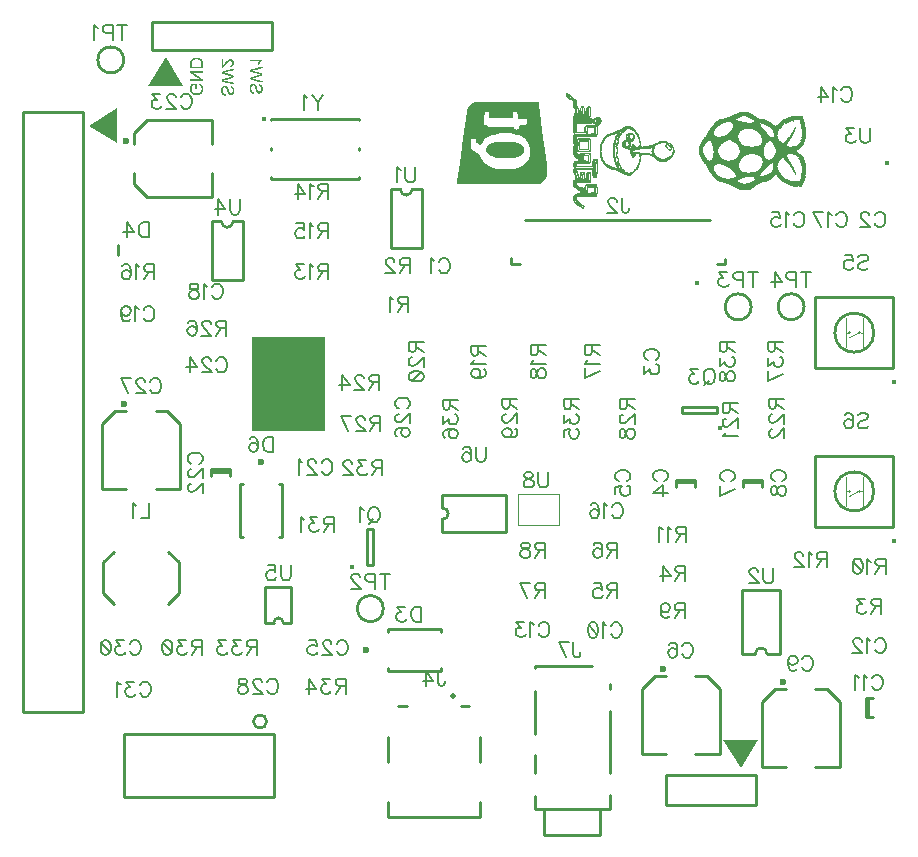
<source format=gbr>
G04 DipTrace 2.4.0.2*
%INBottomSilk.gbr*%
%MOMM*%
%ADD10C,0.25*%
%ADD12C,0.076*%
%ADD15C,0.4*%
%ADD17C,0.1*%
%ADD24O,0.6X0.599*%
%ADD34O,0.499X0.5*%
%ADD39O,0.392X0.391*%
%ADD52O,0.159X0.159*%
%ADD125C,0.196*%
%FSLAX53Y53*%
G04*
G71*
G90*
G75*
G01*
%LNBotSilk*%
%LPD*%
X68185Y37590D2*
D10*
X66587D1*
X68185Y37779D2*
X66587D1*
X68185D2*
Y37181D1*
X66587Y37779D2*
Y37181D1*
X63660Y14570D2*
X65710D1*
X63660D2*
Y20070D1*
X64760Y21170D2*
X63660Y20070D1*
X64760Y21170D2*
X65710Y21169D1*
X68210Y14570D2*
X70260D1*
Y20070D1*
X69160Y21170D2*
X70260Y20070D1*
X68210Y21169D2*
X69160Y21170D1*
D24*
X65510Y21770D3*
X73859Y37590D2*
D10*
X72261D1*
X73859Y37779D2*
X72261D1*
X73859D2*
Y37181D1*
X72261Y37779D2*
Y37181D1*
X73820Y13450D2*
X75870D1*
X73820D2*
Y18950D1*
X74920Y20050D2*
X73820Y18950D1*
X74920Y20050D2*
X75870Y20049D1*
X78370Y13450D2*
X80420D1*
Y18950D1*
X79320Y20050D2*
X80420Y18950D1*
X78370Y20049D2*
X79320Y20050D1*
D24*
X75670Y20650D3*
X82810Y19279D2*
D10*
Y17681D1*
X82621Y19279D2*
Y17681D1*
Y19279D2*
X83219D1*
X82621Y17681D2*
X83219D1*
X28799Y38460D2*
X27201D1*
X28799Y38649D2*
X27201D1*
X28799D2*
Y38051D1*
X27201Y38649D2*
Y38051D1*
X27250Y68260D2*
Y66210D1*
Y68260D2*
X21750D1*
X20650Y67160D2*
X21750Y68260D1*
X20650Y67160D2*
X20651Y66210D1*
X27250Y63710D2*
Y61660D1*
X21750D1*
X20650Y62760D2*
X21750Y61660D1*
X20651Y63710D2*
X20650Y62760D1*
D24*
X20050Y66410D3*
X17980Y36950D2*
D10*
X20030D1*
X17980D2*
Y42450D1*
X19080Y43550D2*
X17980Y42450D1*
X19080Y43550D2*
X20030Y43549D1*
X22530Y36950D2*
X24580D1*
Y42450D1*
X23480Y43550D2*
X24580Y42450D1*
X22530Y43549D2*
X23480Y43550D1*
D24*
X19830Y44150D3*
X42190Y21560D2*
D10*
X46690D1*
X42190Y25160D2*
X46690D1*
Y21560D2*
Y21810D1*
X42190Y21560D2*
Y21810D1*
X46690Y24910D2*
Y25160D1*
X42190Y24910D2*
Y25160D1*
D24*
X40365Y23360D3*
X19310Y56800D2*
D10*
Y57600D1*
X29630Y37410D2*
Y32910D1*
X33230Y37410D2*
Y32910D1*
X29630D2*
X29880D1*
X29630Y37410D2*
X29880D1*
X32980Y32910D2*
X33230D1*
X32980Y37410D2*
X33230D1*
D24*
X31430Y39235D3*
G36*
X19256Y69242D2*
X16874Y67742D1*
X19256Y66242D1*
Y67654D1*
Y69242D1*
G37*
X11319Y18123D2*
D10*
X16399D1*
Y68923D1*
X11319D1*
Y18123D1*
D15*
X68374Y54393D3*
X53774Y59754D2*
D10*
X69489D1*
X70751Y56031D2*
Y56481D1*
X52581Y56022D2*
Y56498D1*
X70751Y56031D2*
X70052D1*
X52611D2*
X53368D1*
G36*
X73549Y15722D2*
X72048Y13340D1*
X70549Y15722D1*
X71961D1*
X73549D1*
G37*
X73390Y10250D2*
D10*
X65770D1*
Y12790D1*
X73390D1*
Y10250D1*
X49980Y9210D2*
X42180D1*
X49980D2*
Y10460D1*
Y13841D2*
Y15980D1*
X49080Y18610D2*
X48380D1*
X43780D2*
X43080D1*
X42180Y15980D2*
Y13841D1*
Y10460D2*
Y9210D1*
D34*
X47680Y19460D3*
X22176Y76551D2*
D10*
X32335D1*
Y74170D1*
X22176D1*
Y76551D1*
G36*
X21858Y71141D2*
X23358Y73522D1*
X24858Y71141D1*
X23445D1*
X21858D1*
G37*
X55402Y7675D2*
D10*
X60164D1*
Y9897D1*
X55402D1*
Y7675D1*
X61018Y9897D2*
Y11091D1*
X54609Y11018D2*
X54608Y9897D1*
X61008D2*
X54608D1*
X60959Y12912D2*
Y18199D1*
X54608Y12914D2*
X54609Y14430D1*
X54608Y16247D2*
X54609Y19873D1*
X54608Y21962D2*
X59506D1*
X60959Y20017D2*
Y20467D1*
X54609Y21962D2*
Y21803D1*
X32550Y10861D2*
X19850D1*
Y16259D1*
X32550D1*
Y10861D1*
X30804Y17291D2*
G02X30804Y17291I556J0D01*
G01*
X24480Y28139D2*
Y30791D1*
X18080Y28139D2*
Y30791D1*
X24480D2*
X23590Y31685D1*
X24480Y28139D2*
X23590Y27245D1*
X18080Y30791D2*
X18970Y31685D1*
X18080Y28139D2*
X18970Y27245D1*
D39*
X39146Y30336D3*
X40420Y30570D2*
D10*
Y33570D1*
X40920D1*
Y30570D1*
X40420D1*
D39*
X70304Y42106D3*
X70070Y43380D2*
D10*
X67070D1*
Y43880D1*
X70070D1*
Y43380D1*
D15*
X85070Y46015D3*
X80020Y50215D2*
D10*
G02X80020Y50215I1650J0D01*
G01*
X82370Y49015D2*
D17*
Y51415D1*
X80970Y49015D2*
Y51415D1*
X82370Y50215D2*
X82220D1*
X80970D2*
X81120D1*
X82020D2*
G02X82020Y50215I100J0D01*
G01*
X81171D2*
G02X81171Y50215I100J0D01*
G01*
X82020D2*
X81220Y49865D1*
X84970Y47215D2*
D10*
X78370D1*
Y53215D1*
X84970D1*
Y47215D1*
D15*
X85070Y32575D3*
X80020Y36775D2*
D10*
G02X80020Y36775I1650J0D01*
G01*
X82370Y35575D2*
D17*
Y37975D1*
X80970Y35575D2*
Y37975D1*
X82370Y36775D2*
X82220D1*
X80970D2*
X81120D1*
X82020D2*
G02X82020Y36775I100J0D01*
G01*
X81171D2*
G02X81171Y36775I100J0D01*
G01*
X82020D2*
X81220Y36425D1*
X84970Y33775D2*
D10*
X78370D1*
Y39775D1*
X84970D1*
Y33775D1*
X17620Y73310D2*
G02X17620Y73310I1100J0D01*
G01*
X39600Y26850D2*
G02X39600Y26850I1100J0D01*
G01*
X70740Y52400D2*
G02X70740Y52400I1100J0D01*
G01*
X75220Y52410D2*
G02X75220Y52410I1100J0D01*
G01*
X45040Y62355D2*
Y57355D1*
X42440Y62355D2*
Y57355D1*
X45040D2*
X42440D1*
X44240Y62355D2*
X45040D1*
X43240D2*
X42440D1*
X44240D2*
G02X43240Y62355I-500J0D01*
G01*
X72180Y23015D2*
Y28415D1*
X75380Y23015D2*
Y28415D1*
X72180D2*
X75380D1*
X72180Y23015D2*
X73280D1*
X74280D2*
X75380D1*
X73280D2*
G02X74280Y23015I500J-1D01*
G01*
D15*
X84425Y64580D3*
X29880Y59635D2*
D10*
Y54635D1*
X27280Y59635D2*
Y54635D1*
X29880D2*
X27280D1*
X29080Y59635D2*
X29880D1*
X28080D2*
X27280D1*
X29080D2*
G02X28080Y59635I-500J0D01*
G01*
X31820Y25660D2*
Y28660D1*
X34020D2*
Y25660D1*
Y28660D2*
X31820D1*
Y25660D2*
X32520D1*
X33320D2*
X34020D1*
X32520D2*
G02X33320Y25660I400J0D01*
G01*
X46785Y36500D2*
X52185D1*
X46785Y33300D2*
X52185D1*
Y36500D2*
Y33300D1*
X46785Y36500D2*
Y35400D1*
Y34400D2*
Y33300D1*
Y35400D2*
G02X46785Y34400I-1J-500D01*
G01*
X53209Y33912D2*
D17*
X56709D1*
Y36562D1*
X53209D1*
Y33912D1*
D52*
X56278Y36928D3*
D39*
X31691Y68309D3*
X32281Y65891D2*
D10*
Y65689D1*
Y68341D2*
X39778D1*
Y65891D2*
Y65689D1*
X32281Y63240D2*
X39778D1*
X32281Y68341D2*
Y68191D1*
Y63390D2*
Y63240D1*
X39778Y63390D2*
Y63240D1*
Y68341D2*
Y68191D1*
G36*
X30660Y49850D2*
X36840D1*
Y41910D1*
X30660D1*
Y49850D1*
G37*
X30498Y73334D2*
D12*
X31460D1*
X30498Y73308D2*
X31438D1*
X30498Y73283D2*
X31412D1*
X31282Y73258D2*
X31386D1*
X31279Y73232D2*
X31360D1*
X31272Y73207D2*
X31334D1*
X31261Y73182D2*
X31309D1*
X31247Y73156D2*
X31287D1*
X31231Y73131D2*
X31269D1*
X31216Y73106D2*
X31253D1*
X31202Y73080D2*
X31238D1*
X31188Y73055D2*
X31222D1*
X31173Y73030D2*
X31203D1*
X31156Y73004D2*
X31182D1*
X31410Y72726D2*
X31486D1*
X31312Y72700D2*
X31472D1*
X31217Y72675D2*
X31425D1*
X31123Y72650D2*
X31356D1*
X31030Y72624D2*
X31267D1*
X30937Y72599D2*
X31167D1*
X30844Y72574D2*
X31062D1*
X30752Y72548D2*
X30958D1*
X30667Y72523D2*
X30857D1*
X30596Y72498D2*
X30769D1*
X30539Y72472D2*
X30702D1*
X30515Y72447D2*
X30653D1*
X30504Y72422D2*
X30637D1*
X30528Y72396D2*
X30624D1*
X30582Y72371D2*
X30733D1*
X30651Y72346D2*
X30836D1*
X30733Y72320D2*
X30933D1*
X30821Y72295D2*
X31028D1*
X30909Y72270D2*
X31121D1*
X30999Y72244D2*
X31211D1*
X31090Y72219D2*
X31295D1*
X31179Y72194D2*
X31367D1*
X31258Y72168D2*
X31422D1*
X31316Y72143D2*
X31461D1*
X31359Y72118D2*
X31476D1*
X31373Y72092D2*
X31478D1*
X31384Y72067D2*
X31464D1*
X31287Y72042D2*
X31419D1*
X31193Y72016D2*
X31356D1*
X31101Y71991D2*
X31280D1*
X31011Y71966D2*
X31197D1*
X30919Y71940D2*
X31110D1*
X30827Y71915D2*
X31020D1*
X30736Y71890D2*
X30928D1*
X30653Y71864D2*
X30838D1*
X30586Y71839D2*
X30754D1*
X30533Y71814D2*
X30687D1*
X30512Y71788D2*
X30635D1*
X30502Y71763D2*
X30615D1*
X30522Y71738D2*
X30599D1*
X30574Y71712D2*
X30713D1*
X30644Y71687D2*
X30825D1*
X30725Y71662D2*
X30936D1*
X30814Y71636D2*
X31046D1*
X30908Y71611D2*
X31156D1*
X31002Y71586D2*
X31262D1*
X31096Y71560D2*
X31354D1*
X31190Y71535D2*
X31419D1*
X31287Y71510D2*
X31464D1*
X31384Y71484D2*
X31486D1*
X30675Y71282D2*
X30802D1*
X30638Y71256D2*
X30846D1*
X30605Y71231D2*
X30883D1*
X31258D2*
X31308D1*
X30577Y71206D2*
X30655D1*
X30818D2*
X30911D1*
X31267D2*
X31345D1*
X30554Y71180D2*
X30616D1*
X30852D2*
X30933D1*
X31297D2*
X31378D1*
X30535Y71155D2*
X30586D1*
X30878D2*
X30951D1*
X31333D2*
X31406D1*
X30519Y71130D2*
X30566D1*
X30899D2*
X30966D1*
X31366D2*
X31430D1*
X30505Y71104D2*
X30552D1*
X30914D2*
X30977D1*
X31392D2*
X31449D1*
X30493Y71079D2*
X30541D1*
X30926D2*
X30987D1*
X31410D2*
X31463D1*
X30483Y71054D2*
X30533D1*
X30936D2*
X30996D1*
X31423D2*
X31474D1*
X30477Y71028D2*
X30528D1*
X30944D2*
X31004D1*
X31430D2*
X31481D1*
X30474Y71003D2*
X30525D1*
X30950D2*
X31013D1*
X31437D2*
X31488D1*
X30473Y70978D2*
X30524D1*
X30956D2*
X31020D1*
X31444D2*
X31495D1*
X30473Y70952D2*
X30523D1*
X30963D2*
X31026D1*
X31451D2*
X31502D1*
X30472Y70927D2*
X30523D1*
X30970D2*
X31032D1*
X31456D2*
X31507D1*
X30472Y70902D2*
X30523D1*
X30976D2*
X31039D1*
X31458D2*
X31508D1*
X30472Y70876D2*
X30523D1*
X30981D2*
X31046D1*
X31459D2*
X31506D1*
X30472Y70851D2*
X30523D1*
X30989D2*
X31052D1*
X31456D2*
X31500D1*
X30473Y70826D2*
X30524D1*
X30997D2*
X31057D1*
X31450D2*
X31494D1*
X30477Y70800D2*
X30527D1*
X31004D2*
X31065D1*
X31443D2*
X31489D1*
X30484Y70775D2*
X30534D1*
X31013D2*
X31073D1*
X31438D2*
X31483D1*
X30493Y70750D2*
X30544D1*
X31021D2*
X31080D1*
X31431D2*
X31475D1*
X30505Y70724D2*
X30556D1*
X31030D2*
X31091D1*
X31422D2*
X31465D1*
X30518Y70699D2*
X30570D1*
X31042D2*
X31104D1*
X31401D2*
X31453D1*
X30534Y70674D2*
X30590D1*
X31057D2*
X31155D1*
X31343D2*
X31440D1*
X30553Y70648D2*
X30620D1*
X31074D2*
X31244D1*
X31249D2*
X31423D1*
X30576Y70623D2*
X30661D1*
X31095D2*
X31399D1*
X30602Y70598D2*
X30704D1*
X31126D2*
X31367D1*
X30635Y70572D2*
X30738D1*
X31164D2*
X31327D1*
X30677Y70547D2*
X30760D1*
X31207D2*
X31283D1*
X30726Y70522D2*
X30776D1*
X28098Y73376D2*
X28148D1*
X28782D2*
X28807D1*
X28098Y73351D2*
X28148D1*
X28724D2*
X28864D1*
X28098Y73326D2*
X28148D1*
X28677D2*
X28912D1*
X28098Y73300D2*
X28148D1*
X28639D2*
X28948D1*
X28098Y73275D2*
X28148D1*
X28608D2*
X28685D1*
X28908D2*
X28976D1*
X28098Y73250D2*
X28148D1*
X28581D2*
X28645D1*
X28933D2*
X28997D1*
X28098Y73224D2*
X28148D1*
X28554D2*
X28611D1*
X28954D2*
X29012D1*
X28098Y73199D2*
X28148D1*
X28529D2*
X28582D1*
X28970D2*
X29024D1*
X28098Y73174D2*
X28148D1*
X28503D2*
X28555D1*
X28982D2*
X29034D1*
X28098Y73148D2*
X28148D1*
X28478D2*
X28529D1*
X28992D2*
X29043D1*
X28098Y73123D2*
X28148D1*
X28453D2*
X28504D1*
X29000D2*
X29051D1*
X28098Y73098D2*
X28148D1*
X28431D2*
X28482D1*
X29005D2*
X29056D1*
X28098Y73072D2*
X28148D1*
X28412D2*
X28463D1*
X29007D2*
X29057D1*
X28098Y73047D2*
X28148D1*
X28393D2*
X28444D1*
X29005D2*
X29055D1*
X28098Y73022D2*
X28148D1*
X28372D2*
X28423D1*
X28999D2*
X29050D1*
X28098Y72996D2*
X28148D1*
X28350D2*
X28401D1*
X28992D2*
X29042D1*
X28098Y72971D2*
X28149D1*
X28329D2*
X28380D1*
X28984D2*
X29035D1*
X28098Y72946D2*
X28150D1*
X28306D2*
X28361D1*
X28975D2*
X29025D1*
X28098Y72920D2*
X28162D1*
X28279D2*
X28342D1*
X28962D2*
X29014D1*
X28098Y72895D2*
X28201D1*
X28219D2*
X28321D1*
X28942D2*
X28998D1*
X28098Y72870D2*
X28298D1*
X28911D2*
X28979D1*
X28098Y72844D2*
X28270D1*
X28874D2*
X28956D1*
X28098Y72819D2*
X28238D1*
X28843D2*
X28928D1*
X28098Y72794D2*
X28202D1*
X28822D2*
X28894D1*
X28098Y72768D2*
X28164D1*
X28807D2*
X28858D1*
X28098Y72743D2*
X28123D1*
X29010Y72566D2*
X29086D1*
X28912Y72540D2*
X29072D1*
X28817Y72515D2*
X29025D1*
X28723Y72490D2*
X28956D1*
X28630Y72464D2*
X28867D1*
X28537Y72439D2*
X28767D1*
X28444Y72414D2*
X28662D1*
X28352Y72388D2*
X28558D1*
X28267Y72363D2*
X28457D1*
X28196Y72338D2*
X28369D1*
X28139Y72312D2*
X28302D1*
X28115Y72287D2*
X28253D1*
X28104Y72262D2*
X28237D1*
X28128Y72236D2*
X28224D1*
X28182Y72211D2*
X28333D1*
X28251Y72186D2*
X28436D1*
X28333Y72160D2*
X28533D1*
X28421Y72135D2*
X28628D1*
X28509Y72110D2*
X28721D1*
X28599Y72084D2*
X28811D1*
X28690Y72059D2*
X28895D1*
X28779Y72034D2*
X28967D1*
X28858Y72008D2*
X29022D1*
X28916Y71983D2*
X29061D1*
X28959Y71958D2*
X29076D1*
X28973Y71932D2*
X29078D1*
X28984Y71907D2*
X29064D1*
X28887Y71882D2*
X29019D1*
X28793Y71856D2*
X28956D1*
X28701Y71831D2*
X28880D1*
X28611Y71806D2*
X28797D1*
X28519Y71780D2*
X28710D1*
X28427Y71755D2*
X28620D1*
X28336Y71730D2*
X28528D1*
X28253Y71704D2*
X28438D1*
X28186Y71679D2*
X28354D1*
X28133Y71654D2*
X28287D1*
X28112Y71628D2*
X28235D1*
X28102Y71603D2*
X28215D1*
X28122Y71578D2*
X28199D1*
X28174Y71552D2*
X28313D1*
X28244Y71527D2*
X28425D1*
X28325Y71502D2*
X28536D1*
X28414Y71476D2*
X28646D1*
X28508Y71451D2*
X28756D1*
X28602Y71426D2*
X28862D1*
X28696Y71400D2*
X28954D1*
X28790Y71375D2*
X29019D1*
X28887Y71350D2*
X29064D1*
X28984Y71324D2*
X29086D1*
X28275Y71122D2*
X28402D1*
X28238Y71096D2*
X28446D1*
X28205Y71071D2*
X28483D1*
X28858D2*
X28908D1*
X28177Y71046D2*
X28255D1*
X28418D2*
X28511D1*
X28867D2*
X28945D1*
X28154Y71020D2*
X28216D1*
X28452D2*
X28533D1*
X28897D2*
X28978D1*
X28135Y70995D2*
X28186D1*
X28478D2*
X28551D1*
X28933D2*
X29006D1*
X28119Y70970D2*
X28166D1*
X28499D2*
X28566D1*
X28966D2*
X29030D1*
X28105Y70944D2*
X28152D1*
X28514D2*
X28577D1*
X28992D2*
X29049D1*
X28093Y70919D2*
X28141D1*
X28526D2*
X28587D1*
X29010D2*
X29063D1*
X28083Y70894D2*
X28133D1*
X28536D2*
X28596D1*
X29023D2*
X29074D1*
X28077Y70868D2*
X28128D1*
X28544D2*
X28604D1*
X29030D2*
X29081D1*
X28074Y70843D2*
X28125D1*
X28550D2*
X28613D1*
X29037D2*
X29088D1*
X28073Y70818D2*
X28124D1*
X28556D2*
X28620D1*
X29044D2*
X29095D1*
X28073Y70792D2*
X28123D1*
X28563D2*
X28626D1*
X29051D2*
X29102D1*
X28072Y70767D2*
X28123D1*
X28570D2*
X28632D1*
X29056D2*
X29107D1*
X28072Y70742D2*
X28123D1*
X28576D2*
X28639D1*
X29058D2*
X29108D1*
X28072Y70716D2*
X28123D1*
X28581D2*
X28646D1*
X29059D2*
X29106D1*
X28072Y70691D2*
X28123D1*
X28589D2*
X28652D1*
X29056D2*
X29100D1*
X28073Y70666D2*
X28124D1*
X28597D2*
X28657D1*
X29050D2*
X29094D1*
X28077Y70640D2*
X28127D1*
X28604D2*
X28665D1*
X29043D2*
X29089D1*
X28084Y70615D2*
X28134D1*
X28613D2*
X28673D1*
X29038D2*
X29083D1*
X28093Y70590D2*
X28144D1*
X28621D2*
X28680D1*
X29031D2*
X29075D1*
X28105Y70564D2*
X28156D1*
X28630D2*
X28691D1*
X29022D2*
X29065D1*
X28118Y70539D2*
X28170D1*
X28642D2*
X28704D1*
X29001D2*
X29053D1*
X28134Y70514D2*
X28190D1*
X28657D2*
X28755D1*
X28943D2*
X29040D1*
X28153Y70488D2*
X28220D1*
X28674D2*
X28844D1*
X28849D2*
X29023D1*
X28176Y70463D2*
X28261D1*
X28695D2*
X28999D1*
X28202Y70438D2*
X28304D1*
X28726D2*
X28967D1*
X28235Y70412D2*
X28338D1*
X28764D2*
X28927D1*
X28277Y70387D2*
X28360D1*
X28807D2*
X28883D1*
X28326Y70362D2*
X28376D1*
X25914Y73507D2*
X25990D1*
X25816Y73482D2*
X26086D1*
X25738Y73456D2*
X26163D1*
X25676Y73431D2*
X26221D1*
X25629Y73406D2*
X25798D1*
X26111D2*
X26266D1*
X25593Y73380D2*
X25722D1*
X26176D2*
X26302D1*
X25563Y73355D2*
X25665D1*
X26231D2*
X26328D1*
X25539Y73330D2*
X25623D1*
X26274D2*
X26350D1*
X25520Y73304D2*
X25590D1*
X26307D2*
X26369D1*
X25505Y73279D2*
X25565D1*
X26330D2*
X26385D1*
X25494Y73254D2*
X25546D1*
X26346D2*
X26399D1*
X25484Y73228D2*
X25531D1*
X26358D2*
X26409D1*
X25475Y73203D2*
X25520D1*
X26364D2*
X26416D1*
X25467Y73178D2*
X25514D1*
X26368D2*
X26422D1*
X25462Y73152D2*
X25511D1*
X26373D2*
X26430D1*
X25460Y73127D2*
X25509D1*
X26380D2*
X26437D1*
X25458Y73102D2*
X25509D1*
X26386D2*
X26441D1*
X25458Y73076D2*
X25508D1*
X26391D2*
X26444D1*
X25458Y73051D2*
X25508D1*
X26393D2*
X26445D1*
X25458Y73026D2*
X25508D1*
X26394D2*
X26445D1*
X25458Y73000D2*
X25508D1*
X26395D2*
X26446D1*
X25458Y72975D2*
X25508D1*
X26395D2*
X26446D1*
X25458Y72950D2*
X25508D1*
X26395D2*
X26446D1*
X25458Y72924D2*
X25508D1*
X26395D2*
X26446D1*
X25458Y72899D2*
X25508D1*
X26395D2*
X26446D1*
X25458Y72874D2*
X25508D1*
X26395D2*
X26446D1*
X25458Y72848D2*
X25508D1*
X26395D2*
X26446D1*
X25458Y72823D2*
X25508D1*
X26395D2*
X26446D1*
X25458Y72798D2*
X25508D1*
X26395D2*
X26446D1*
X25458Y72772D2*
X25508D1*
X26395D2*
X26446D1*
X25458Y72747D2*
X26446D1*
X25458Y72722D2*
X26446D1*
X25458Y72696D2*
X26446D1*
X25458Y72367D2*
X26446D1*
X25459Y72342D2*
X26446D1*
X25463Y72316D2*
X26446D1*
X25473Y72291D2*
X26446D1*
X25491Y72266D2*
X25637D1*
X25516Y72240D2*
X25642D1*
X25546Y72215D2*
X25661D1*
X25581Y72190D2*
X25688D1*
X25617Y72164D2*
X25721D1*
X25654Y72139D2*
X25757D1*
X25692Y72114D2*
X25794D1*
X25730Y72088D2*
X25832D1*
X25768Y72063D2*
X25869D1*
X25806Y72038D2*
X25907D1*
X25844Y72012D2*
X25945D1*
X25882Y71987D2*
X25983D1*
X25920Y71962D2*
X26021D1*
X25958Y71936D2*
X26059D1*
X25996Y71911D2*
X26096D1*
X26034Y71886D2*
X26132D1*
X26072Y71860D2*
X26166D1*
X26110Y71835D2*
X26202D1*
X26148Y71810D2*
X26238D1*
X26185Y71784D2*
X26275D1*
X26218Y71759D2*
X26313D1*
X26246Y71734D2*
X26350D1*
X26257Y71708D2*
X26383D1*
X26264Y71683D2*
X26410D1*
X25458Y71658D2*
X26431D1*
X25458Y71632D2*
X26439D1*
X25458Y71607D2*
X26443D1*
X25458Y71582D2*
X26446D1*
X25584Y71303D2*
X25914D1*
X25563Y71278D2*
X25914D1*
X26192D2*
X26218D1*
X25544Y71252D2*
X25914D1*
X26199D2*
X26263D1*
X25526Y71227D2*
X25588D1*
X25833D2*
X25914D1*
X26221D2*
X26303D1*
X25509Y71202D2*
X25570D1*
X25848D2*
X25914D1*
X26252D2*
X26336D1*
X25496Y71176D2*
X25555D1*
X25856D2*
X25914D1*
X26284D2*
X26362D1*
X25485Y71151D2*
X25541D1*
X25860D2*
X25914D1*
X26313D2*
X26383D1*
X25475Y71126D2*
X25528D1*
X25862D2*
X25914D1*
X26338D2*
X26399D1*
X25466Y71100D2*
X25515D1*
X25863D2*
X25914D1*
X26357D2*
X26413D1*
X25458Y71075D2*
X25503D1*
X25863D2*
X25914D1*
X26373D2*
X26425D1*
X25449Y71050D2*
X25494D1*
X25863D2*
X25914D1*
X26384D2*
X26435D1*
X25442Y71024D2*
X25488D1*
X25863D2*
X25914D1*
X26391D2*
X26442D1*
X25437Y70999D2*
X25485D1*
X25863D2*
X25914D1*
X26397D2*
X26448D1*
X25434Y70974D2*
X25484D1*
X25863D2*
X25914D1*
X26404D2*
X26455D1*
X25433Y70948D2*
X25483D1*
X25863D2*
X25914D1*
X26411D2*
X26462D1*
X25433Y70923D2*
X25483D1*
X25863D2*
X25914D1*
X26416D2*
X26467D1*
X25432Y70898D2*
X25483D1*
X26418D2*
X26469D1*
X25432Y70872D2*
X25483D1*
X26419D2*
X26469D1*
X25432Y70847D2*
X25483D1*
X26416D2*
X26467D1*
X25433Y70822D2*
X25483D1*
X26410D2*
X26461D1*
X25437Y70796D2*
X25484D1*
X26403D2*
X26454D1*
X25443Y70771D2*
X25487D1*
X26398D2*
X26449D1*
X25450Y70746D2*
X25494D1*
X26392D2*
X26443D1*
X25458Y70720D2*
X25504D1*
X26384D2*
X26435D1*
X25467Y70695D2*
X25516D1*
X26374D2*
X26425D1*
X25478Y70670D2*
X25529D1*
X26363D2*
X26413D1*
X25490Y70644D2*
X25544D1*
X26349D2*
X26400D1*
X25503Y70619D2*
X25564D1*
X26333D2*
X26385D1*
X25519Y70594D2*
X25588D1*
X26309D2*
X26369D1*
X25539Y70568D2*
X25617D1*
X26275D2*
X26352D1*
X25561Y70543D2*
X25656D1*
X26230D2*
X26331D1*
X25586Y70518D2*
X25708D1*
X26174D2*
X26303D1*
X25616Y70492D2*
X25771D1*
X26109D2*
X26269D1*
X25656Y70467D2*
X26229D1*
X25708Y70442D2*
X26177D1*
X25771Y70416D2*
X26112D1*
X25838Y70391D2*
X26040D1*
X49475Y69737D2*
X54871D1*
X49352Y69661D2*
X54871D1*
X49238Y69585D2*
X54871D1*
X49142Y69509D2*
X54871D1*
X49069Y69433D2*
X54874D1*
X49015Y69357D2*
X54884D1*
X48977Y69281D2*
X54902D1*
X48947Y69205D2*
X54921D1*
X48919Y69129D2*
X54935D1*
X48895Y69053D2*
X54942D1*
X48880Y68977D2*
X54945D1*
X48872Y68901D2*
X50308D1*
X50782D2*
X52667D1*
X53108D2*
X54949D1*
X48866Y68825D2*
X50298D1*
X50737D2*
X52667D1*
X53153D2*
X54959D1*
X48855Y68749D2*
X50280D1*
X50712D2*
X52667D1*
X53178D2*
X54978D1*
X48836Y68673D2*
X50261D1*
X50703D2*
X52667D1*
X53190D2*
X54997D1*
X48817Y68597D2*
X50247D1*
X50709D2*
X52667D1*
X53196D2*
X55011D1*
X48803Y68521D2*
X50240D1*
X50733D2*
X52667D1*
X53198D2*
X55018D1*
X48796Y68445D2*
X50237D1*
X50767D2*
X52667D1*
X53199D2*
X55021D1*
X48793Y68369D2*
X50236D1*
X53959D2*
X55022D1*
X48789Y68293D2*
X50235D1*
X53959D2*
X55026D1*
X48779Y68217D2*
X50235D1*
X53959D2*
X55036D1*
X48760Y68141D2*
X50235D1*
X53959D2*
X55054D1*
X48741Y68065D2*
X50238D1*
X53959D2*
X55073D1*
X48727Y67989D2*
X50251D1*
X53959D2*
X55087D1*
X48720Y67913D2*
X50276D1*
X53959D2*
X55094D1*
X48717Y67837D2*
X50346D1*
X53682D2*
X55097D1*
X48713Y67761D2*
X50442D1*
X53470D2*
X55101D1*
X48703Y67685D2*
X50561D1*
X53315D2*
X55111D1*
X48684Y67609D2*
X52743D1*
X53251D2*
X55130D1*
X48665Y67533D2*
X52743D1*
X53263D2*
X55149D1*
X48651Y67457D2*
X52743D1*
X53275D2*
X55163D1*
X48644Y67381D2*
X55170D1*
X48641Y67305D2*
X55173D1*
X48637Y67229D2*
X55177D1*
X48627Y67153D2*
X51391D1*
X52792D2*
X55187D1*
X48608Y67077D2*
X51124D1*
X53040D2*
X55206D1*
X48589Y67001D2*
X50893D1*
X53251D2*
X55225D1*
X48575Y66925D2*
X50705D1*
X53426D2*
X55239D1*
X48568Y66849D2*
X50554D1*
X53569D2*
X55246D1*
X48565Y66773D2*
X50434D1*
X53686D2*
X55249D1*
X48564Y66697D2*
X50343D1*
X53776D2*
X55250D1*
X48560Y66621D2*
X49095D1*
X49627D2*
X50274D1*
X53844D2*
X55254D1*
X48550Y66545D2*
X49095D1*
X49630D2*
X50215D1*
X53903D2*
X55264D1*
X48532Y66469D2*
X49095D1*
X49640D2*
X50161D1*
X53957D2*
X55282D1*
X48513Y66393D2*
X49095D1*
X49664D2*
X50112D1*
X54006D2*
X55301D1*
X48499Y66317D2*
X49095D1*
X49707D2*
X50070D1*
X51223D2*
X52895D1*
X54047D2*
X55315D1*
X48492Y66241D2*
X49095D1*
X49774D2*
X50036D1*
X50990D2*
X53128D1*
X54080D2*
X55322D1*
X48489Y66165D2*
X49095D1*
X49855D2*
X50007D1*
X50806D2*
X53312D1*
X54108D2*
X55325D1*
X48485Y66089D2*
X49098D1*
X50663D2*
X53440D1*
X54135D2*
X55329D1*
X48475Y66013D2*
X49108D1*
X50599D2*
X53524D1*
X54159D2*
X55339D1*
X48456Y65937D2*
X49129D1*
X50554D2*
X53581D1*
X54174D2*
X55358D1*
X48437Y65861D2*
X49161D1*
X50520D2*
X53618D1*
X54181D2*
X55377D1*
X48423Y65785D2*
X49205D1*
X50496D2*
X53638D1*
X54185D2*
X55391D1*
X48416Y65709D2*
X49263D1*
X50483D2*
X53645D1*
X54186D2*
X55398D1*
X48413Y65633D2*
X49333D1*
X50501D2*
X53639D1*
X54187D2*
X55401D1*
X48409Y65557D2*
X49420D1*
X50531D2*
X53620D1*
X54187D2*
X55405D1*
X48399Y65481D2*
X49532D1*
X50577D2*
X53588D1*
X54187D2*
X55415D1*
X48380Y65405D2*
X49660D1*
X50648D2*
X53537D1*
X54187D2*
X55434D1*
X48361Y65329D2*
X49778D1*
X50754D2*
X53468D1*
X54187D2*
X55453D1*
X48347Y65253D2*
X49867D1*
X50911D2*
X53302D1*
X54184D2*
X55467D1*
X48340Y65177D2*
X49928D1*
X51127D2*
X53078D1*
X54174D2*
X55474D1*
X48337Y65101D2*
X49971D1*
X51375D2*
X52819D1*
X54156D2*
X55477D1*
X48333Y65025D2*
X50005D1*
X54133D2*
X55478D1*
X48323Y64949D2*
X50044D1*
X54108D2*
X55482D1*
X48304Y64873D2*
X50089D1*
X54073D2*
X55492D1*
X48285Y64797D2*
X50136D1*
X54028D2*
X55510D1*
X48271Y64721D2*
X50188D1*
X53979D2*
X55529D1*
X48264Y64645D2*
X50251D1*
X53918D2*
X55543D1*
X48261Y64569D2*
X50330D1*
X53838D2*
X55550D1*
X48257Y64493D2*
X50424D1*
X53747D2*
X55553D1*
X48247Y64417D2*
X50534D1*
X53646D2*
X55554D1*
X48228Y64341D2*
X50669D1*
X53518D2*
X55555D1*
X48209Y64265D2*
X50846D1*
X53345D2*
X55555D1*
X48195Y64189D2*
X51069D1*
X53123D2*
X55555D1*
X48188Y64113D2*
X51329D1*
X52865D2*
X55555D1*
X48185Y64037D2*
X55555D1*
X48181Y63961D2*
X55555D1*
X48171Y63885D2*
X55555D1*
X48152Y63809D2*
X55555D1*
X48133Y63733D2*
X55555D1*
X48119Y63657D2*
X55555D1*
X48112Y63581D2*
X55552D1*
X48109Y63505D2*
X55542D1*
X48105Y63429D2*
X55521D1*
X48095Y63353D2*
X55489D1*
X48076Y63277D2*
X55445D1*
X48057Y63201D2*
X55387D1*
X48043Y63125D2*
X55320D1*
X48036Y63049D2*
X55248D1*
X48033Y62973D2*
X55174D1*
X48031Y62897D2*
X55099D1*
X57264Y70490D2*
X57340D1*
X57234Y70414D2*
X57454D1*
X57242Y70338D2*
X57562D1*
X57293Y70262D2*
X57670D1*
X57364Y70186D2*
X57492D1*
X57644D2*
X57780D1*
X57454Y70110D2*
X57886D1*
X57556Y70034D2*
X57977D1*
X57660Y69958D2*
X58049D1*
X57749Y69882D2*
X58075D1*
X57821Y69806D2*
X58089D1*
X57847Y69730D2*
X58096D1*
X57862Y69654D2*
X58102D1*
X57868Y69578D2*
X58115D1*
X57871Y69502D2*
X58143D1*
X57875Y69426D2*
X58181D1*
X58556D2*
X58708D1*
X59088D2*
X59240D1*
X57887Y69350D2*
X58214D1*
X58495D2*
X58743D1*
X59027D2*
X59275D1*
X57915Y69274D2*
X58234D1*
X58450D2*
X58480D1*
X58632D2*
D3*
X58784D2*
X58765D1*
X58982D2*
X59012D1*
X59164D2*
D3*
X59316D2*
X59297D1*
X57953Y69198D2*
X58100D1*
X58252D2*
X58245D1*
X58425D2*
X58480D1*
X58632D2*
D3*
X58784D2*
X58776D1*
X58957D2*
X59012D1*
X59164D2*
D3*
X59316D2*
X59308D1*
X57986Y69122D2*
X58100D1*
X58252D2*
D3*
X58410D2*
X58480D1*
X58632D2*
D3*
X58784D2*
D3*
X58942D2*
X59012D1*
X59164D2*
D3*
X59316D2*
X59313D1*
X58006Y69046D2*
X58100D1*
X58252D2*
X58266D1*
X58392D2*
X58483D1*
X58629D2*
X58632D1*
X58784D2*
X58798D1*
X58924D2*
X59012D1*
X59164D2*
D3*
X59316D2*
X59315D1*
X58013Y68970D2*
X58103D1*
X58252D2*
X58293D1*
X58364D2*
X58495D1*
X58617D2*
X58632D1*
X58784D2*
X58825D1*
X58896D2*
X59015D1*
X59161D2*
X59164D1*
X59316D2*
D3*
X58012Y68894D2*
X58115D1*
X58252D2*
X58521D1*
X58591D2*
X58632D1*
X58784D2*
X59027D1*
X59149D2*
X59164D1*
X59316D2*
D3*
X57981Y68818D2*
X58141D1*
X58216D2*
X58632D1*
X58748D2*
X59053D1*
X59123D2*
X59164D1*
X59316D2*
D3*
X57943Y68742D2*
X59164D1*
X59316D2*
X59313D1*
X57910Y68666D2*
X59164D1*
X59316D2*
X59301D1*
X57890Y68590D2*
X59275D1*
X57879Y68514D2*
X59240D1*
X57875Y68438D2*
X58100D1*
X59772D2*
X60076D1*
X57873Y68362D2*
X59392D1*
X59682D2*
X59884D1*
X59964D2*
X60137D1*
X57872Y68286D2*
X59504D1*
X59579D2*
X60181D1*
X57872Y68210D2*
X59620D1*
X59783D2*
X60211D1*
X57872Y68134D2*
X59667D1*
X59822D2*
X60212D1*
X57872Y68058D2*
X59745D1*
X59905D2*
X60180D1*
X57872Y67982D2*
X59392D1*
X59602D2*
X59861D1*
X60000D2*
X60128D1*
X57872Y67906D2*
X58100D1*
X59711D2*
X60058D1*
X57872Y67830D2*
X58100D1*
X58936D2*
X59696D1*
X59788D2*
X59982D1*
X57872Y67754D2*
X58100D1*
X58875D2*
X59919D1*
X57872Y67678D2*
X58100D1*
X58830D2*
X58860D1*
X59012D2*
X59874D1*
X62356D2*
X62660D1*
X57872Y67602D2*
X58100D1*
X58805D2*
X58860D1*
X59012D2*
X59696D1*
X59848D2*
X59860D1*
X62180D2*
X62806D1*
X57872Y67526D2*
X58100D1*
X58793D2*
X58860D1*
X59012D2*
D3*
X59620D2*
X59696D1*
X59848D2*
X59853D1*
X62032D2*
X62465D1*
X62621D2*
X62923D1*
X57872Y67450D2*
X58100D1*
X58787D2*
X58860D1*
X59012D2*
D3*
X59620D2*
X59696D1*
X59848D2*
X59850D1*
X61881D2*
X62313D1*
X62777D2*
X63011D1*
X57872Y67374D2*
X58100D1*
X58785D2*
X58860D1*
X59009D2*
X59012D1*
X59620D2*
X59696D1*
X59848D2*
X59849D1*
X61703D2*
X62199D1*
X62900D2*
X63079D1*
X57875Y67298D2*
X58100D1*
X58784D2*
X58860D1*
X58996D2*
X59012D1*
X59620D2*
X59696D1*
X59848D2*
D3*
X61501D2*
X62159D1*
X62997D2*
X63136D1*
X57887Y67222D2*
X58860D1*
X58966D2*
X59012D1*
X59620D2*
X59699D1*
X59848D2*
D3*
X61288D2*
X61748D1*
X61900D2*
D3*
X63071D2*
X63191D1*
X57913Y67146D2*
X57948D1*
X58917D2*
X59012D1*
X59620D2*
X59711D1*
X59848D2*
D3*
X61080D2*
X61447D1*
X61593D2*
X61900D1*
X62508D2*
X62888D1*
X63133D2*
X63239D1*
X57948Y67070D2*
X59737D1*
X59848D2*
X59845D1*
X60898D2*
X61232D1*
X61584D2*
X61686D1*
X61810D2*
X61896D1*
X62435D2*
X62926D1*
X63187D2*
X63283D1*
X57913Y66994D2*
X59833D1*
X60752D2*
X61038D1*
X61542D2*
X61713D1*
X61783D2*
X61888D1*
X62382D2*
X62675D1*
X62899D2*
X62957D1*
X63229D2*
X63323D1*
X57891Y66918D2*
X59807D1*
X60638D2*
X60873D1*
X61484D2*
X61846D1*
X62342D2*
X62631D1*
X62916D2*
X62984D1*
X63264D2*
X63360D1*
X57880Y66842D2*
X59772D1*
X60547D2*
X60740D1*
X61432D2*
X61788D1*
X62315D2*
X62356D1*
X62494D2*
X62601D1*
X62925D2*
X63005D1*
X63303D2*
X63391D1*
X57875Y66766D2*
X58100D1*
X60474D2*
X60635D1*
X61398D2*
X61535D1*
X61672D2*
X61736D1*
X62301D2*
X62392D1*
X62467D2*
X62603D1*
X62922D2*
X62997D1*
X63346D2*
X63418D1*
X57873Y66690D2*
X58100D1*
X58252D2*
X59240D1*
X60415D2*
X60555D1*
X61381D2*
X61490D1*
X61596D2*
X61702D1*
X62325D2*
X62646D1*
X62880D2*
X62980D1*
X63384D2*
X63445D1*
X57872Y66614D2*
X59275D1*
X60368D2*
X60494D1*
X61373D2*
X61465D1*
X61607D2*
X61685D1*
X62356D2*
X62758D1*
X62816D2*
X62959D1*
X63414D2*
X63468D1*
X57872Y66538D2*
X58176D1*
X58328D2*
X59164D1*
X59316D2*
X59297D1*
X60326D2*
X60445D1*
X61367D2*
X61453D1*
X61623D2*
X61677D1*
X62222D2*
X62898D1*
X63443D2*
X63483D1*
X57872Y66462D2*
X58176D1*
X58324D2*
X59164D1*
X59316D2*
X59308D1*
X60289D2*
X60402D1*
X61356D2*
X61447D1*
X61638D2*
X61671D1*
X62114D2*
X62753D1*
X63467D2*
X63493D1*
X65244D2*
X65624D1*
X57875Y66386D2*
X58176D1*
X58314D2*
X58328D1*
X59164D2*
D3*
X59316D2*
X59313D1*
X60257D2*
X60362D1*
X61334D2*
X61445D1*
X61622D2*
X61660D1*
X62032D2*
X62269D1*
X62493D2*
X62584D1*
X63482D2*
X63506D1*
X65072D2*
X65796D1*
X57887Y66310D2*
X58176D1*
X58258D2*
X58328D1*
X59164D2*
D3*
X59316D2*
X59315D1*
X60230D2*
X60324D1*
X61305D2*
X61444D1*
X61596D2*
X61638D1*
X62003D2*
X62088D1*
X62168D2*
X62252D1*
X62537D2*
X62619D1*
X63490D2*
X63526D1*
X64929D2*
X65171D1*
X65776D2*
X65938D1*
X57913Y66234D2*
X57948D1*
X58116D2*
X58328D1*
X59164D2*
D3*
X59316D2*
D3*
X60203D2*
X60288D1*
X61274D2*
X61609D1*
X61987D2*
X62243D1*
X62567D2*
X62641D1*
X63493D2*
X63546D1*
X64811D2*
X65032D1*
X65928D2*
X66051D1*
X57948Y66158D2*
X58328D1*
X59164D2*
D3*
X59316D2*
D3*
X60180D2*
X60260D1*
X61247D2*
X61383D1*
X61506D2*
X61578D1*
X61981D2*
X62246D1*
X62565D2*
X62653D1*
X62888D2*
X62964D1*
X63491D2*
X63560D1*
X64673D2*
X64914D1*
X65785D2*
X65928D1*
X66080D2*
X66141D1*
X57913Y66082D2*
X58328D1*
X59164D2*
D3*
X59316D2*
D3*
X60165D2*
X60243D1*
X61231D2*
X61333D1*
X61479D2*
X61551D1*
X61983D2*
X62288D1*
X62522D2*
X62660D1*
X62812D2*
X63026D1*
X63482D2*
X63567D1*
X64430D2*
X64822D1*
X65669D2*
X65715D1*
X65928D2*
X66212D1*
X57891Y66006D2*
X58176D1*
X58328D2*
D3*
X59164D2*
D3*
X59316D2*
D3*
X60158D2*
X60234D1*
X61225D2*
X61317D1*
X61444D2*
X61538D1*
X61995D2*
X62088D1*
X62168D2*
X62352D1*
X62410D2*
X63075D1*
X63426D2*
X63572D1*
X64016D2*
X64755D1*
X65680D2*
X65746D1*
X66004D2*
X66263D1*
X57880Y65930D2*
X58179D1*
X58328D2*
D3*
X59164D2*
D3*
X59316D2*
D3*
X60154D2*
X60230D1*
X61231D2*
X61329D1*
X61482D2*
X61539D1*
X62086D2*
X62584D1*
X62736D2*
X63116D1*
X63284D2*
X64706D1*
X65730D2*
X65795D1*
X66080D2*
X66299D1*
X57875Y65854D2*
X58192D1*
X58328D2*
D3*
X59164D2*
D3*
X59316D2*
D3*
X60153D2*
X60226D1*
X61247D2*
X61345D1*
X61513D2*
X61553D1*
X62347D2*
X64408D1*
X64575D2*
X64672D1*
X65802D2*
X65852D1*
X66156D2*
D3*
X66308D2*
X66330D1*
X57873Y65778D2*
X58222D1*
X58328D2*
X59164D1*
X59316D2*
D3*
X60152D2*
X60213D1*
X61264D2*
X61357D1*
X61540D2*
X61571D1*
X62660D2*
X63268D1*
X64530D2*
X64652D1*
X65897D2*
X66156D1*
X66308D2*
X66355D1*
X57872Y65702D2*
X58271D1*
X59240D2*
X59316D1*
X60152D2*
X60187D1*
X61267D2*
X61363D1*
X61561D2*
X61584D1*
X62660D2*
X62888D1*
X64505D2*
X64643D1*
X66004D2*
X66080D1*
X66308D2*
X66370D1*
X57872Y65626D2*
X59316D1*
X60152D2*
D3*
X61256D2*
X61363D1*
X61553D2*
X61588D1*
X62660D2*
X62888D1*
X64496D2*
X64642D1*
X66305D2*
X66375D1*
X57872Y65550D2*
X58103D1*
X60152D2*
X60187D1*
X61240D2*
X61355D1*
X61537D2*
X61581D1*
X62663D2*
X62888D1*
X64502D2*
X64650D1*
X66295D2*
X66369D1*
X57872Y65474D2*
X58116D1*
X60152D2*
X60209D1*
X61228D2*
X61337D1*
X61518D2*
X61564D1*
X62673D2*
X63268D1*
X64526D2*
X64670D1*
X66274D2*
X66352D1*
X57875Y65398D2*
X58142D1*
X58480D2*
X59316D1*
X60152D2*
X60220D1*
X61221D2*
X61321D1*
X61497D2*
X61546D1*
X62694D2*
X64332D1*
X64560D2*
X64702D1*
X66242D2*
X66330D1*
X57888Y65322D2*
X58224D1*
X58460D2*
X58556D1*
X59225D2*
X59316D1*
X60152D2*
X60228D1*
X61218D2*
X61312D1*
X61479D2*
X61536D1*
X62726D2*
X63101D1*
X63405D2*
X64747D1*
X66197D2*
X66304D1*
X57913Y65246D2*
X58341D1*
X58401D2*
X59164D1*
X59270D2*
X59316D1*
X60155D2*
X60239D1*
X61220D2*
X61336D1*
X61495D2*
X61534D1*
X62770D2*
X63070D1*
X63450D2*
X63572D1*
X64469D2*
X64807D1*
X66137D2*
X66267D1*
X57980Y65170D2*
X58708D1*
X59164D2*
D3*
X59295D2*
X59316D1*
X60165D2*
X60259D1*
X61232D2*
X61368D1*
X61520D2*
X61564D1*
X62826D2*
X63021D1*
X63475D2*
X63569D1*
X64590D2*
X64890D1*
X66054D2*
X66213D1*
X58063Y65094D2*
X58708D1*
X59164D2*
D3*
X59307D2*
X59316D1*
X60183D2*
X60281D1*
X61260D2*
X61602D1*
X62888D2*
X62964D1*
X63487D2*
X63559D1*
X64695D2*
X65008D1*
X65932D2*
X66145D1*
X58154Y65018D2*
X58708D1*
X59164D2*
D3*
X59313D2*
X59316D1*
X60205D2*
X60305D1*
X61297D2*
X61444D1*
X61596D2*
X61634D1*
X63490D2*
X63541D1*
X64798D2*
X65175D1*
X65754D2*
X66058D1*
X58242Y64942D2*
X58708D1*
X59164D2*
D3*
X59315D2*
X59316D1*
X59544D2*
X59848D1*
X60229D2*
X60332D1*
X61330D2*
X61444D1*
X61627D2*
X61654D1*
X63482D2*
X63522D1*
X64922D2*
X65388D1*
X65515D2*
X65941D1*
X58328Y64866D2*
X58516D1*
X58596D2*
X58708D1*
X59164D2*
D3*
X59316D2*
D3*
X59509D2*
X59605D1*
X59757D2*
X59848D1*
X60257D2*
X60365D1*
X61350D2*
X61444D1*
X61624D2*
X61665D1*
X63465D2*
X63508D1*
X65075D2*
X65792D1*
X58127Y64790D2*
X59164D1*
X59316D2*
X59313D1*
X59487D2*
X59650D1*
X59802D2*
X59848D1*
X60292D2*
X60401D1*
X61361D2*
X61444D1*
X61614D2*
X61669D1*
X63445D2*
X63498D1*
X65244D2*
X65624D1*
X57971Y64714D2*
X59164D1*
X59316D2*
X59301D1*
X59476D2*
X59675D1*
X59827D2*
X59848D1*
X60335D2*
X60441D1*
X61365D2*
X61447D1*
X61602D2*
X61674D1*
X63429D2*
X63485D1*
X57910Y64638D2*
X59275D1*
X59471D2*
X59687D1*
X59839D2*
X59848D1*
X60383D2*
X60491D1*
X61370D2*
X61459D1*
X61585D2*
X61688D1*
X63410D2*
X63466D1*
X57890Y64562D2*
X59240D1*
X59469D2*
X59693D1*
X59845D2*
X59848D1*
X60432D2*
X60563D1*
X61379D2*
X61485D1*
X61557D2*
X61718D1*
X63379D2*
X63443D1*
X57879Y64486D2*
X58100D1*
X59468D2*
X59695D1*
X59847D2*
X59848D1*
X60487D2*
X60662D1*
X61422D2*
X61766D1*
X63339D2*
X63420D1*
X57878Y64410D2*
X58100D1*
X59468D2*
X59696D1*
X59848D2*
D3*
X60562D2*
X60791D1*
X61479D2*
X61817D1*
X63303D2*
X63392D1*
X57888Y64334D2*
X59696D1*
X59848D2*
D3*
X60664D2*
X60960D1*
X61530D2*
X61675D1*
X61824D2*
X61857D1*
X63270D2*
X63359D1*
X57913Y64258D2*
X58024D1*
X59544D2*
X59696D1*
X59848D2*
D3*
X60799D2*
X61191D1*
X61570D2*
X61684D1*
X61836D2*
X61880D1*
X63231D2*
X63323D1*
X57948Y64182D2*
X59696D1*
X59848D2*
D3*
X60968D2*
X61489D1*
X61513D2*
X61722D1*
X61855D2*
X61892D1*
X63184D2*
X63284D1*
X57913Y64106D2*
X57948D1*
X59620D2*
X59696D1*
X59848D2*
D3*
X61164D2*
X61805D1*
X61878D2*
X61897D1*
X63127D2*
X63239D1*
X57891Y64030D2*
X59696D1*
X59848D2*
D3*
X61374D2*
X62128D1*
X63060D2*
X63187D1*
X57880Y63954D2*
X58123D1*
X59468D2*
X59696D1*
X59848D2*
D3*
X61578D2*
X62157D1*
X62991D2*
X63128D1*
X57878Y63878D2*
X58161D1*
X59468D2*
X59696D1*
X59848D2*
D3*
X61757D2*
X62192D1*
X62935D2*
X63056D1*
X57889Y63802D2*
X58201D1*
X58480D2*
X58784D1*
X59012D2*
X59316D1*
X59468D2*
X59699D1*
X59845D2*
X59848D1*
X61913D2*
X62233D1*
X62356D2*
X62432D1*
X62660D2*
X62736D1*
X62888D2*
X62970D1*
X57916Y63726D2*
X58009D1*
X58161D2*
X58227D1*
X58445D2*
X58571D1*
X58693D2*
X58784D1*
X58977D2*
X59103D1*
X59225D2*
X59316D1*
X59468D2*
X59711D1*
X59833D2*
X59848D1*
X62080D2*
X62865D1*
X57953Y63650D2*
X58054D1*
X58206D2*
X58241D1*
X58423D2*
X58526D1*
X58632D2*
D3*
X58738D2*
X58784D1*
X58955D2*
X59058D1*
X59164D2*
D3*
X59270D2*
X59316D1*
X59471D2*
X59737D1*
X59807D2*
X59845D1*
X62283D2*
X62733D1*
X57986Y63574D2*
X58079D1*
X58231D2*
X58248D1*
X58412D2*
X58501D1*
X58632D2*
D3*
X58763D2*
X58784D1*
X58944D2*
X59033D1*
X59164D2*
D3*
X59295D2*
X59316D1*
X59483D2*
X59833D1*
X62508D2*
X62584D1*
X58006Y63498D2*
X58092D1*
X58243D2*
X58250D1*
X58407D2*
X58489D1*
X58632D2*
D3*
X58775D2*
X58784D1*
X58939D2*
X59021D1*
X59164D2*
D3*
X59307D2*
X59316D1*
X59509D2*
X59807D1*
X58017Y63422D2*
X58101D1*
X58249D2*
X58251D1*
X58405D2*
X58483D1*
X58628D2*
X58632D1*
X58781D2*
X58784D1*
X58937D2*
X59015D1*
X59160D2*
X59164D1*
X59313D2*
X59316D1*
X59544D2*
X59772D1*
X58021Y63346D2*
X58114D1*
X58251D2*
X58252D1*
X58404D2*
X58481D1*
X58617D2*
X58632D1*
X58783D2*
X58784D1*
X58936D2*
X59013D1*
X59149D2*
X59164D1*
X59314D2*
X59316D1*
X58023Y63270D2*
X58180D1*
X58252D2*
X58480D1*
X58552D2*
X58632D1*
X58784D2*
X59012D1*
X59084D2*
X59164D1*
X59312D2*
X59316D1*
X58024Y63194D2*
X58352D1*
X58380D2*
X58708D1*
X58912D2*
X59164D1*
X59301D2*
X59316D1*
X57872Y63118D2*
X59200D1*
X59275D2*
X59316D1*
X57872Y63042D2*
X59316D1*
X57872Y62966D2*
X59316D1*
X57872Y62890D2*
X58103D1*
X57872Y62814D2*
X58112D1*
X58936D2*
X59772D1*
X57875Y62738D2*
X58150D1*
X58875D2*
X59807D1*
X57888Y62662D2*
X58241D1*
X58830D2*
X58860D1*
X59012D2*
X59829D1*
X57913Y62586D2*
X57948D1*
X58100D2*
X58360D1*
X58802D2*
X58860D1*
X59012D2*
X59696D1*
X59848D2*
X59840D1*
X57983Y62510D2*
X58100D1*
X58252D2*
X58507D1*
X58778D2*
X58860D1*
X59012D2*
D3*
X59620D2*
X59696D1*
X59848D2*
X59845D1*
X58079Y62434D2*
X58677D1*
X58746D2*
X58860D1*
X59012D2*
D3*
X59620D2*
X59696D1*
X59848D2*
X59847D1*
X58200Y62358D2*
X58863D1*
X59009D2*
X59012D1*
X59620D2*
X59696D1*
X59848D2*
D3*
X58338Y62282D2*
X58875D1*
X58997D2*
X59012D1*
X59620D2*
X59696D1*
X59848D2*
D3*
X58484Y62206D2*
X58901D1*
X58971D2*
X59012D1*
X59620D2*
X59699D1*
X59848D2*
D3*
X58632Y62130D2*
X59012D1*
X59620D2*
X59711D1*
X59848D2*
D3*
X58290Y62054D2*
X59737D1*
X59848D2*
X59845D1*
X58031Y61978D2*
X59833D1*
X57932Y61902D2*
X59807D1*
X57900Y61826D2*
X59772D1*
X57883Y61750D2*
X58100D1*
X57876Y61674D2*
X58101D1*
X57874Y61598D2*
X58106D1*
X57876Y61522D2*
X58120D1*
X57888Y61446D2*
X58176D1*
X57919Y61370D2*
X57948D1*
X58100D2*
X58250D1*
X57969Y61294D2*
X58337D1*
X58036Y61218D2*
X58435D1*
X58116Y61142D2*
X58252D1*
X58404D2*
X58539D1*
X58211Y61066D2*
X58634D1*
X58315Y60990D2*
X58716D1*
X58423Y60914D2*
X58556D1*
X58708D2*
X58747D1*
X58529Y60838D2*
X58733D1*
X58632Y60762D2*
X58708D1*
X72034Y68872D2*
X72566D1*
X71811Y68796D2*
X72776D1*
X71610Y68720D2*
X72960D1*
X71413Y68644D2*
X73106D1*
X71200Y68568D2*
X71985D1*
X72615D2*
X73222D1*
X76366D2*
X77202D1*
X70965Y68492D2*
X71814D1*
X72789D2*
X73330D1*
X76174D2*
X77228D1*
X70719Y68416D2*
X71683D1*
X72932D2*
X73470D1*
X75996D2*
X77254D1*
X70485Y68340D2*
X71582D1*
X73042D2*
X73672D1*
X75837D2*
X77278D1*
X70286Y68264D2*
X71530D1*
X73121D2*
X73913D1*
X75694D2*
X76504D1*
X76670D2*
X76898D1*
X77050D2*
X77304D1*
X70132Y68188D2*
X71661D1*
X73177D2*
X74142D1*
X75563D2*
X76477D1*
X77050D2*
X77329D1*
X70014Y68112D2*
X71873D1*
X73217D2*
X74331D1*
X75447D2*
X76166D1*
X76442D2*
D3*
X77050D2*
X77353D1*
X69919Y68036D2*
X70608D1*
X71271D2*
X72234D1*
X73250D2*
X74477D1*
X75349D2*
X75991D1*
X77050D2*
X77379D1*
X69835Y67960D2*
X70424D1*
X71334D2*
X72770D1*
X72773D2*
X73633D1*
X73892D2*
X74590D1*
X75272D2*
X75667D1*
X75834D2*
D3*
X77050D2*
D3*
X77190D2*
X77402D1*
X69759Y67884D2*
X70278D1*
X71379D2*
X73646D1*
X74111D2*
X74689D1*
X75201D2*
X75641D1*
X77172D2*
X77417D1*
X69691Y67808D2*
X70164D1*
X71409D2*
X73674D1*
X74282D2*
X74796D1*
X75110D2*
X75577D1*
X77155D2*
X77427D1*
X69633Y67732D2*
X70070D1*
X71406D2*
X73714D1*
X74414D2*
X74926D1*
X74988D2*
X75503D1*
X77151D2*
X77440D1*
X69579Y67656D2*
X69987D1*
X71389D2*
X73760D1*
X74519D2*
X75429D1*
X76670D2*
D3*
X77162D2*
X77460D1*
X69526Y67580D2*
X69911D1*
X71362D2*
X72523D1*
X72773D2*
X73811D1*
X74606D2*
X75354D1*
X76623D2*
X76670D1*
X77179D2*
X77480D1*
X69476Y67504D2*
X69846D1*
X71328D2*
X72295D1*
X73020D2*
X73872D1*
X74675D2*
X75280D1*
X76579D2*
X76641D1*
X77194D2*
X77493D1*
X69425Y67428D2*
X69798D1*
X71289D2*
X72126D1*
X73211D2*
X73940D1*
X74725D2*
X75219D1*
X76536D2*
X76609D1*
X77212D2*
X77501D1*
X69373Y67352D2*
X69763D1*
X71241D2*
X72009D1*
X73351D2*
X74012D1*
X74761D2*
X75179D1*
X76490D2*
X76576D1*
X77241D2*
X77504D1*
X69324Y67276D2*
X69732D1*
X71180D2*
X71931D1*
X73457D2*
X74087D1*
X74792D2*
X75151D1*
X76440D2*
X76546D1*
X77278D2*
X77505D1*
X69273Y67200D2*
X69710D1*
X71103D2*
X71875D1*
X73546D2*
X74162D1*
X74817D2*
X75124D1*
X76391D2*
X76517D1*
X77246D2*
X77506D1*
X69222Y67124D2*
X69698D1*
X71012D2*
X71830D1*
X73624D2*
X74238D1*
X74832D2*
X75102D1*
X76341D2*
X76480D1*
X77227D2*
X77506D1*
X69174Y67048D2*
X69719D1*
X70910D2*
X71792D1*
X73689D2*
X74314D1*
X74840D2*
X75087D1*
X76289D2*
X76436D1*
X77248D2*
X77506D1*
X69131Y66972D2*
X69752D1*
X70773D2*
X71763D1*
X73738D2*
X74391D1*
X74843D2*
X75083D1*
X76239D2*
X76392D1*
X77278D2*
X77506D1*
X69088Y66896D2*
X69903D1*
X70535D2*
X71748D1*
X73773D2*
X74472D1*
X74839D2*
X75089D1*
X76186D2*
X76350D1*
X77220D2*
X77506D1*
X69039Y66820D2*
X70171D1*
X70150D2*
X71749D1*
X73804D2*
X74572D1*
X74826D2*
X75106D1*
X76125D2*
X76310D1*
X77176D2*
X77503D1*
X68982Y66744D2*
X71766D1*
X73829D2*
X74700D1*
X74767D2*
X75128D1*
X76059D2*
X76271D1*
X77183D2*
X77493D1*
X68924Y66668D2*
X71794D1*
X73844D2*
X75154D1*
X75996D2*
X76230D1*
X77202D2*
X77475D1*
X68871Y66592D2*
X71828D1*
X73852D2*
X75192D1*
X75940D2*
X76182D1*
X77126D2*
X77453D1*
X68818Y66516D2*
X69313D1*
X69447D2*
X70845D1*
X71271D2*
X71867D1*
X73853D2*
X75249D1*
X75884D2*
X76126D1*
X77050D2*
X77429D1*
X68766Y66440D2*
X69195D1*
X69510D2*
X70671D1*
X71410D2*
X71912D1*
X73844D2*
X74332D1*
X74618D2*
X75329D1*
X75818D2*
X76068D1*
X77126D2*
X77402D1*
X68718Y66364D2*
X69104D1*
X69558D2*
X70528D1*
X71531D2*
X71963D1*
X73824D2*
X74221D1*
X74691D2*
X75442D1*
X75738D2*
X76015D1*
X77039D2*
X77369D1*
X68675Y66288D2*
X69034D1*
X69594D2*
X70418D1*
X71633D2*
X72022D1*
X73791D2*
X74141D1*
X74757D2*
X75591D1*
X75639D2*
X75963D1*
X76968D2*
X77333D1*
X68635Y66212D2*
X68975D1*
X69624D2*
X70336D1*
X71718D2*
X72097D1*
X73744D2*
X74082D1*
X74812D2*
X75916D1*
X76913D2*
X77293D1*
X68599Y66136D2*
X68922D1*
X69649D2*
X70271D1*
X71790D2*
X72195D1*
X73672D2*
X74035D1*
X74859D2*
X75880D1*
X76848D2*
X77246D1*
X68570Y66060D2*
X68881D1*
X69667D2*
X70216D1*
X71847D2*
X72343D1*
X73551D2*
X73996D1*
X74900D2*
X75875D1*
X76741D2*
X77187D1*
X68553Y65984D2*
X68848D1*
X69685D2*
X70174D1*
X71891D2*
X72598D1*
X73335D2*
X73967D1*
X74937D2*
X76015D1*
X76553D2*
X77119D1*
X68544Y65908D2*
X68819D1*
X69707D2*
X70141D1*
X71923D2*
X72995D1*
X72990D2*
X73949D1*
X74969D2*
X76238D1*
X76262D2*
X77042D1*
X68540Y65832D2*
X68795D1*
X69727D2*
X70111D1*
X71942D2*
X73940D1*
X74995D2*
X76951D1*
X68539Y65756D2*
X68780D1*
X69741D2*
X70087D1*
X71951D2*
X73936D1*
X75020D2*
X76850D1*
X68538Y65680D2*
X68775D1*
X69749D2*
X70072D1*
X71955D2*
X73935D1*
X75040D2*
X76754D1*
X68538Y65604D2*
X68781D1*
X69752D2*
X70067D1*
X71957D2*
X73934D1*
X75031D2*
X76670D1*
X68538Y65528D2*
X68798D1*
X69753D2*
X70073D1*
X71955D2*
X73934D1*
X75015D2*
X76807D1*
X68541Y65452D2*
X68820D1*
X69751D2*
X70093D1*
X71945D2*
X73934D1*
X74995D2*
X76928D1*
X68551Y65376D2*
X68843D1*
X69741D2*
X70122D1*
X71924D2*
X72642D1*
X73323D2*
X73937D1*
X74969D2*
X75989D1*
X76515D2*
X77029D1*
X68572Y65300D2*
X68871D1*
X69723D2*
X70156D1*
X71895D2*
X72493D1*
X73462D2*
X73947D1*
X74937D2*
X75929D1*
X76654D2*
X77114D1*
X68601Y65224D2*
X68906D1*
X69703D2*
X70195D1*
X71860D2*
X72354D1*
X73583D2*
X73968D1*
X74901D2*
X75884D1*
X76776D2*
X77186D1*
X68636Y65148D2*
X68952D1*
X69687D2*
X70242D1*
X71821D2*
X72236D1*
X73682D2*
X74000D1*
X74861D2*
X75890D1*
X76879D2*
X77243D1*
X68675Y65072D2*
X69009D1*
X69670D2*
X70301D1*
X71770D2*
X72144D1*
X73760D2*
X74045D1*
X74810D2*
X75934D1*
X76974D2*
X77290D1*
X68719Y64996D2*
X69077D1*
X69642D2*
X70374D1*
X71697D2*
X72074D1*
X73821D2*
X74111D1*
X74730D2*
X75454D1*
X75682D2*
X75985D1*
X76898D2*
X77332D1*
X68768Y64920D2*
X69152D1*
X69604D2*
X70459D1*
X71575D2*
X72015D1*
X73867D2*
X74213D1*
X74596D2*
X75378D1*
X75758D2*
X76035D1*
X77014D2*
X77369D1*
X68817Y64844D2*
X69238D1*
X69509D2*
X70675D1*
X71359D2*
X71962D1*
X73899D2*
X74363D1*
X74398D2*
X75305D1*
X75834D2*
X76086D1*
X77126D2*
X77401D1*
X68870Y64768D2*
X69339D1*
X69377D2*
X71011D1*
X71014D2*
X71921D1*
X73918D2*
X75242D1*
X75907D2*
X76138D1*
X77050D2*
X77428D1*
X68928Y64692D2*
X71888D1*
X73924D2*
X75194D1*
X75973D2*
X76186D1*
X77108D2*
X77455D1*
X68987Y64616D2*
X71859D1*
X73918D2*
X74606D1*
X74755D2*
X75158D1*
X76031D2*
X76229D1*
X77152D2*
X77478D1*
X69038Y64540D2*
X70024D1*
X70241D2*
X71835D1*
X73899D2*
X74511D1*
X74799D2*
X75128D1*
X76087D2*
X76269D1*
X77156D2*
X77493D1*
X69084Y64464D2*
X69881D1*
X70524D2*
X71823D1*
X73870D2*
X74416D1*
X74829D2*
X75103D1*
X76147D2*
X76309D1*
X77166D2*
X77500D1*
X69125Y64388D2*
X69772D1*
X70742D2*
X71824D1*
X73836D2*
X74326D1*
X74826D2*
X75088D1*
X76207D2*
X76349D1*
X77192D2*
X77504D1*
X69164Y64312D2*
X69727D1*
X70910D2*
X71839D1*
X73797D2*
X74243D1*
X74812D2*
X75083D1*
X76261D2*
X76395D1*
X77231D2*
X77505D1*
X69205Y64236D2*
X69695D1*
X71046D2*
X71860D1*
X73750D2*
X74164D1*
X74794D2*
X75092D1*
X76313D2*
X76441D1*
X77278D2*
X77506D1*
X69251Y64160D2*
X69698D1*
X71160D2*
X71886D1*
X73691D2*
X74087D1*
X74779D2*
X75118D1*
X76366D2*
X76480D1*
X77246D2*
X77506D1*
X69300Y64084D2*
X69712D1*
X71257D2*
X71924D1*
X73620D2*
X74011D1*
X74760D2*
X75156D1*
X76416D2*
X76512D1*
X77227D2*
X77506D1*
X69349Y64008D2*
X69733D1*
X71340D2*
X71981D1*
X73535D2*
X73937D1*
X74728D2*
X75194D1*
X76467D2*
X76544D1*
X77248D2*
X77506D1*
X69402Y63932D2*
X69758D1*
X71411D2*
X72062D1*
X73423D2*
X73871D1*
X74686D2*
X75234D1*
X76518D2*
X76578D1*
X77278D2*
X77506D1*
X69460Y63856D2*
X69793D1*
X71470D2*
X72189D1*
X73260D2*
X73813D1*
X74640D2*
X75281D1*
X76566D2*
X76611D1*
X77240D2*
X77506D1*
X69519Y63780D2*
X69837D1*
X71524D2*
X72390D1*
X73012D2*
X73759D1*
X74586D2*
X75327D1*
X76607D2*
X76639D1*
X77208D2*
X77503D1*
X69570Y63704D2*
X69886D1*
X71574D2*
X72681D1*
X72665D2*
X73706D1*
X74507D2*
X75371D1*
X76641D2*
X76657D1*
X77179D2*
X77491D1*
X69616Y63628D2*
X69948D1*
X71612D2*
X73656D1*
X74378D2*
X75423D1*
X76670D2*
D3*
X77158D2*
X77465D1*
X69663Y63552D2*
X70030D1*
X71638D2*
X73606D1*
X74155D2*
X74846D1*
X75098D2*
X75489D1*
X77146D2*
X77430D1*
X69722Y63476D2*
X70133D1*
X71631D2*
X73554D1*
X73813D2*
X74770D1*
X75139D2*
X75560D1*
X77161D2*
X77506D1*
X69800Y63400D2*
X70279D1*
X71613D2*
X72216D1*
X73159D2*
X74691D1*
X75193D2*
X75637D1*
X77178D2*
X77468D1*
X69890Y63324D2*
X70528D1*
X71336D2*
X71978D1*
X73209D2*
X74601D1*
X75261D2*
X75730D1*
X75834D2*
D3*
X77192D2*
X77436D1*
X69989Y63248D2*
X70930D1*
X70901D2*
X71787D1*
X73224D2*
X74488D1*
X75344D2*
X75910D1*
X77050D2*
X77407D1*
X70107Y63172D2*
X71635D1*
X73203D2*
X74332D1*
X75436D2*
X76071D1*
X77047D2*
X77380D1*
X70258Y63096D2*
X71502D1*
X73139D2*
X74120D1*
X75535D2*
X76220D1*
X76366D2*
X76442D1*
X77035D2*
X77355D1*
X70451Y63020D2*
X71624D1*
X73050D2*
X73874D1*
X75648D2*
X76589D1*
X76746D2*
X76898D1*
X77009D2*
X77326D1*
X70677Y62944D2*
X71784D1*
X72917D2*
X73651D1*
X75781D2*
X77293D1*
X70916Y62868D2*
X72026D1*
X72698D2*
X73483D1*
X75937D2*
X77257D1*
X71139Y62792D2*
X72378D1*
X72363D2*
X73360D1*
X76127D2*
X77218D1*
X71323Y62716D2*
X73260D1*
X76351D2*
X77174D1*
X71473Y62640D2*
X73160D1*
X76594D2*
X76822D1*
X76974D2*
X77126D1*
X71620Y62564D2*
X73038D1*
X71783Y62488D2*
X72887D1*
X71958Y62412D2*
X72718D1*
X30498Y73334D2*
Y73308D1*
Y73283D1*
X31460Y73334D2*
X31438Y73308D1*
X31412Y73283D1*
X31386Y73258D1*
X31360Y73232D1*
X31334Y73207D1*
X31309Y73182D1*
X31287Y73156D1*
X31269Y73131D1*
X31253Y73106D1*
X31238Y73080D1*
X31222Y73055D1*
X31203Y73030D1*
X31182Y73004D1*
X31283Y73283D2*
X31282Y73258D1*
X31279Y73232D1*
X31272Y73207D1*
X31261Y73182D1*
X31247Y73156D1*
X31231Y73131D1*
X31216Y73106D1*
X31202Y73080D1*
X31188Y73055D1*
X31173Y73030D1*
X31156Y73004D1*
X31410Y72726D2*
X31312Y72700D1*
X31217Y72675D1*
X31123Y72650D1*
X31030Y72624D1*
X30937Y72599D1*
X30844Y72574D1*
X30752Y72548D1*
X30667Y72523D1*
X30596Y72498D1*
X30539Y72472D1*
X30515Y72447D1*
X30504Y72422D1*
X30528Y72396D1*
X30582Y72371D1*
X30651Y72346D1*
X30733Y72320D1*
X30821Y72295D1*
X30909Y72270D1*
X30999Y72244D1*
X31090Y72219D1*
X31179Y72194D1*
X31258Y72168D1*
X31316Y72143D1*
X31359Y72118D1*
X31373Y72092D1*
X31384Y72067D1*
X31287Y72042D1*
X31193Y72016D1*
X31101Y71991D1*
X31011Y71966D1*
X30919Y71940D1*
X30827Y71915D1*
X30736Y71890D1*
X30653Y71864D1*
X30586Y71839D1*
X30533Y71814D1*
X30512Y71788D1*
X30502Y71763D1*
X30522Y71738D1*
X30574Y71712D1*
X30644Y71687D1*
X30725Y71662D1*
X30814Y71636D1*
X30908Y71611D1*
X31002Y71586D1*
X31096Y71560D1*
X31190Y71535D1*
X31287Y71510D1*
X31384Y71484D1*
X31486Y72726D2*
X31472Y72700D1*
X31425Y72675D1*
X31356Y72650D1*
X31267Y72624D1*
X31167Y72599D1*
X31062Y72574D1*
X30958Y72548D1*
X30857Y72523D1*
X30769Y72498D1*
X30702Y72472D1*
X30653Y72447D1*
X30637Y72422D1*
X30624Y72396D1*
X30733Y72371D1*
X30836Y72346D1*
X30933Y72320D1*
X31028Y72295D1*
X31121Y72270D1*
X31211Y72244D1*
X31295Y72219D1*
X31367Y72194D1*
X31422Y72168D1*
X31461Y72143D1*
X31476Y72118D1*
X31478Y72092D1*
X31464Y72067D1*
X31419Y72042D1*
X31356Y72016D1*
X31280Y71991D1*
X31197Y71966D1*
X31110Y71940D1*
X31020Y71915D1*
X30928Y71890D1*
X30838Y71864D1*
X30754Y71839D1*
X30687Y71814D1*
X30635Y71788D1*
X30615Y71763D1*
X30599Y71738D1*
X30713Y71712D1*
X30825Y71687D1*
X30936Y71662D1*
X31046Y71636D1*
X31156Y71611D1*
X31262Y71586D1*
X31354Y71560D1*
X31419Y71535D1*
X31464Y71510D1*
X31486Y71484D1*
X30675Y71282D2*
X30638Y71256D1*
X30605Y71231D1*
X30577Y71206D1*
X30554Y71180D1*
X30535Y71155D1*
X30519Y71130D1*
X30505Y71104D1*
X30493Y71079D1*
X30483Y71054D1*
X30477Y71028D1*
X30474Y71003D1*
X30473Y70978D1*
Y70952D1*
X30472Y70927D1*
Y70902D1*
Y70876D1*
Y70851D1*
X30473Y70826D1*
X30477Y70800D1*
X30484Y70775D1*
X30493Y70750D1*
X30505Y70724D1*
X30518Y70699D1*
X30534Y70674D1*
X30553Y70648D1*
X30576Y70623D1*
X30602Y70598D1*
X30635Y70572D1*
X30677Y70547D1*
X30726Y70522D1*
X30802Y71282D2*
X30846Y71256D1*
X30883Y71231D1*
X30911Y71206D1*
X30933Y71180D1*
X30951Y71155D1*
X30966Y71130D1*
X30977Y71104D1*
X30987Y71079D1*
X30996Y71054D1*
X31004Y71028D1*
X31013Y71003D1*
X31020Y70978D1*
X31026Y70952D1*
X31032Y70927D1*
X31039Y70902D1*
X31046Y70876D1*
X31052Y70851D1*
X31057Y70826D1*
X31065Y70800D1*
X31073Y70775D1*
X31080Y70750D1*
X31091Y70724D1*
X31104Y70699D1*
X31155Y70674D1*
X31244Y70648D1*
X31359Y70623D1*
X31258Y71231D2*
X31267Y71206D1*
X31297Y71180D1*
X31333Y71155D1*
X31366Y71130D1*
X31392Y71104D1*
X31410Y71079D1*
X31423Y71054D1*
X31430Y71028D1*
X31437Y71003D1*
X31444Y70978D1*
X31451Y70952D1*
X31456Y70927D1*
X31458Y70902D1*
X31459Y70876D1*
X31456Y70851D1*
X31450Y70826D1*
X31443Y70800D1*
X31438Y70775D1*
X31431Y70750D1*
X31422Y70724D1*
X31401Y70699D1*
X31343Y70674D1*
X31249Y70648D1*
X31131Y70623D1*
X31308Y71231D2*
X31345Y71206D1*
X31378Y71180D1*
X31406Y71155D1*
X31430Y71130D1*
X31449Y71104D1*
X31463Y71079D1*
X31474Y71054D1*
X31481Y71028D1*
X31488Y71003D1*
X31495Y70978D1*
X31502Y70952D1*
X31507Y70927D1*
X31508Y70902D1*
X31506Y70876D1*
X31500Y70851D1*
X31494Y70826D1*
X31489Y70800D1*
X31483Y70775D1*
X31475Y70750D1*
X31465Y70724D1*
X31453Y70699D1*
X31440Y70674D1*
X31423Y70648D1*
X31399Y70623D1*
X31367Y70598D1*
X31327Y70572D1*
X31283Y70547D1*
X30700Y71231D2*
X30655Y71206D1*
X30616Y71180D1*
X30586Y71155D1*
X30566Y71130D1*
X30552Y71104D1*
X30541Y71079D1*
X30533Y71054D1*
X30528Y71028D1*
X30525Y71003D1*
X30524Y70978D1*
X30523Y70952D1*
Y70927D1*
Y70902D1*
Y70876D1*
Y70851D1*
X30524Y70826D1*
X30527Y70800D1*
X30534Y70775D1*
X30544Y70750D1*
X30556Y70724D1*
X30570Y70699D1*
X30590Y70674D1*
X30620Y70648D1*
X30661Y70623D1*
X30704Y70598D1*
X30738Y70572D1*
X30760Y70547D1*
X30776Y70522D1*
Y71231D2*
X30818Y71206D1*
X30852Y71180D1*
X30878Y71155D1*
X30899Y71130D1*
X30914Y71104D1*
X30926Y71079D1*
X30936Y71054D1*
X30944Y71028D1*
X30950Y71003D1*
X30956Y70978D1*
X30963Y70952D1*
X30970Y70927D1*
X30976Y70902D1*
X30981Y70876D1*
X30989Y70851D1*
X30997Y70826D1*
X31004Y70800D1*
X31013Y70775D1*
X31021Y70750D1*
X31030Y70724D1*
X31042Y70699D1*
X31057Y70674D1*
X31074Y70648D1*
X31095Y70623D1*
X31126Y70598D1*
X31164Y70572D1*
X31207Y70547D1*
X28098Y73376D2*
Y73351D1*
Y73326D1*
Y73300D1*
Y73275D1*
Y73250D1*
Y73224D1*
Y73199D1*
Y73174D1*
Y73148D1*
Y73123D1*
Y73098D1*
Y73072D1*
Y73047D1*
Y73022D1*
Y72996D1*
Y72971D1*
Y72946D1*
Y72920D1*
Y72895D1*
Y72870D1*
Y72844D1*
Y72819D1*
Y72794D1*
Y72768D1*
Y72743D1*
X28148Y73376D2*
Y73351D1*
Y73326D1*
Y73300D1*
Y73275D1*
Y73250D1*
Y73224D1*
Y73199D1*
Y73174D1*
Y73148D1*
Y73123D1*
Y73098D1*
Y73072D1*
Y73047D1*
Y73022D1*
Y72996D1*
X28149Y72971D1*
X28150Y72946D1*
X28162Y72920D1*
X28201Y72895D1*
X28250Y72870D1*
X28782Y73376D2*
X28724Y73351D1*
X28677Y73326D1*
X28639Y73300D1*
X28608Y73275D1*
X28581Y73250D1*
X28554Y73224D1*
X28529Y73199D1*
X28503Y73174D1*
X28478Y73148D1*
X28453Y73123D1*
X28431Y73098D1*
X28412Y73072D1*
X28393Y73047D1*
X28372Y73022D1*
X28350Y72996D1*
X28329Y72971D1*
X28306Y72946D1*
X28279Y72920D1*
X28219Y72895D1*
X28148Y72870D1*
X28807Y73376D2*
X28864Y73351D1*
X28912Y73326D1*
X28948Y73300D1*
X28976Y73275D1*
X28997Y73250D1*
X29012Y73224D1*
X29024Y73199D1*
X29034Y73174D1*
X29043Y73148D1*
X29051Y73123D1*
X29056Y73098D1*
X29057Y73072D1*
X29055Y73047D1*
X29050Y73022D1*
X29042Y72996D1*
X29035Y72971D1*
X29025Y72946D1*
X29014Y72920D1*
X28998Y72895D1*
X28979Y72870D1*
X28956Y72844D1*
X28928Y72819D1*
X28894Y72794D1*
X28858Y72768D1*
X28731Y73300D2*
X28685Y73275D1*
X28645Y73250D1*
X28611Y73224D1*
X28582Y73199D1*
X28555Y73174D1*
X28529Y73148D1*
X28504Y73123D1*
X28482Y73098D1*
X28463Y73072D1*
X28444Y73047D1*
X28423Y73022D1*
X28401Y72996D1*
X28380Y72971D1*
X28361Y72946D1*
X28342Y72920D1*
X28321Y72895D1*
X28298Y72870D1*
X28270Y72844D1*
X28238Y72819D1*
X28202Y72794D1*
X28164Y72768D1*
X28123Y72743D1*
X28883Y73300D2*
X28908Y73275D1*
X28933Y73250D1*
X28954Y73224D1*
X28970Y73199D1*
X28982Y73174D1*
X28992Y73148D1*
X29000Y73123D1*
X29005Y73098D1*
X29007Y73072D1*
X29005Y73047D1*
X28999Y73022D1*
X28992Y72996D1*
X28984Y72971D1*
X28975Y72946D1*
X28962Y72920D1*
X28942Y72895D1*
X28911Y72870D1*
X28874Y72844D1*
X28843Y72819D1*
X28822Y72794D1*
X28807Y72768D1*
X29010Y72566D2*
X28912Y72540D1*
X28817Y72515D1*
X28723Y72490D1*
X28630Y72464D1*
X28537Y72439D1*
X28444Y72414D1*
X28352Y72388D1*
X28267Y72363D1*
X28196Y72338D1*
X28139Y72312D1*
X28115Y72287D1*
X28104Y72262D1*
X28128Y72236D1*
X28182Y72211D1*
X28251Y72186D1*
X28333Y72160D1*
X28421Y72135D1*
X28509Y72110D1*
X28599Y72084D1*
X28690Y72059D1*
X28779Y72034D1*
X28858Y72008D1*
X28916Y71983D1*
X28959Y71958D1*
X28973Y71932D1*
X28984Y71907D1*
X28887Y71882D1*
X28793Y71856D1*
X28701Y71831D1*
X28611Y71806D1*
X28519Y71780D1*
X28427Y71755D1*
X28336Y71730D1*
X28253Y71704D1*
X28186Y71679D1*
X28133Y71654D1*
X28112Y71628D1*
X28102Y71603D1*
X28122Y71578D1*
X28174Y71552D1*
X28244Y71527D1*
X28325Y71502D1*
X28414Y71476D1*
X28508Y71451D1*
X28602Y71426D1*
X28696Y71400D1*
X28790Y71375D1*
X28887Y71350D1*
X28984Y71324D1*
X29086Y72566D2*
X29072Y72540D1*
X29025Y72515D1*
X28956Y72490D1*
X28867Y72464D1*
X28767Y72439D1*
X28662Y72414D1*
X28558Y72388D1*
X28457Y72363D1*
X28369Y72338D1*
X28302Y72312D1*
X28253Y72287D1*
X28237Y72262D1*
X28224Y72236D1*
X28333Y72211D1*
X28436Y72186D1*
X28533Y72160D1*
X28628Y72135D1*
X28721Y72110D1*
X28811Y72084D1*
X28895Y72059D1*
X28967Y72034D1*
X29022Y72008D1*
X29061Y71983D1*
X29076Y71958D1*
X29078Y71932D1*
X29064Y71907D1*
X29019Y71882D1*
X28956Y71856D1*
X28880Y71831D1*
X28797Y71806D1*
X28710Y71780D1*
X28620Y71755D1*
X28528Y71730D1*
X28438Y71704D1*
X28354Y71679D1*
X28287Y71654D1*
X28235Y71628D1*
X28215Y71603D1*
X28199Y71578D1*
X28313Y71552D1*
X28425Y71527D1*
X28536Y71502D1*
X28646Y71476D1*
X28756Y71451D1*
X28862Y71426D1*
X28954Y71400D1*
X29019Y71375D1*
X29064Y71350D1*
X29086Y71324D1*
X28275Y71122D2*
X28238Y71096D1*
X28205Y71071D1*
X28177Y71046D1*
X28154Y71020D1*
X28135Y70995D1*
X28119Y70970D1*
X28105Y70944D1*
X28093Y70919D1*
X28083Y70894D1*
X28077Y70868D1*
X28074Y70843D1*
X28073Y70818D1*
Y70792D1*
X28072Y70767D1*
Y70742D1*
Y70716D1*
Y70691D1*
X28073Y70666D1*
X28077Y70640D1*
X28084Y70615D1*
X28093Y70590D1*
X28105Y70564D1*
X28118Y70539D1*
X28134Y70514D1*
X28153Y70488D1*
X28176Y70463D1*
X28202Y70438D1*
X28235Y70412D1*
X28277Y70387D1*
X28326Y70362D1*
X28402Y71122D2*
X28446Y71096D1*
X28483Y71071D1*
X28511Y71046D1*
X28533Y71020D1*
X28551Y70995D1*
X28566Y70970D1*
X28577Y70944D1*
X28587Y70919D1*
X28596Y70894D1*
X28604Y70868D1*
X28613Y70843D1*
X28620Y70818D1*
X28626Y70792D1*
X28632Y70767D1*
X28639Y70742D1*
X28646Y70716D1*
X28652Y70691D1*
X28657Y70666D1*
X28665Y70640D1*
X28673Y70615D1*
X28680Y70590D1*
X28691Y70564D1*
X28704Y70539D1*
X28755Y70514D1*
X28844Y70488D1*
X28959Y70463D1*
X28858Y71071D2*
X28867Y71046D1*
X28897Y71020D1*
X28933Y70995D1*
X28966Y70970D1*
X28992Y70944D1*
X29010Y70919D1*
X29023Y70894D1*
X29030Y70868D1*
X29037Y70843D1*
X29044Y70818D1*
X29051Y70792D1*
X29056Y70767D1*
X29058Y70742D1*
X29059Y70716D1*
X29056Y70691D1*
X29050Y70666D1*
X29043Y70640D1*
X29038Y70615D1*
X29031Y70590D1*
X29022Y70564D1*
X29001Y70539D1*
X28943Y70514D1*
X28849Y70488D1*
X28731Y70463D1*
X28908Y71071D2*
X28945Y71046D1*
X28978Y71020D1*
X29006Y70995D1*
X29030Y70970D1*
X29049Y70944D1*
X29063Y70919D1*
X29074Y70894D1*
X29081Y70868D1*
X29088Y70843D1*
X29095Y70818D1*
X29102Y70792D1*
X29107Y70767D1*
X29108Y70742D1*
X29106Y70716D1*
X29100Y70691D1*
X29094Y70666D1*
X29089Y70640D1*
X29083Y70615D1*
X29075Y70590D1*
X29065Y70564D1*
X29053Y70539D1*
X29040Y70514D1*
X29023Y70488D1*
X28999Y70463D1*
X28967Y70438D1*
X28927Y70412D1*
X28883Y70387D1*
X28300Y71071D2*
X28255Y71046D1*
X28216Y71020D1*
X28186Y70995D1*
X28166Y70970D1*
X28152Y70944D1*
X28141Y70919D1*
X28133Y70894D1*
X28128Y70868D1*
X28125Y70843D1*
X28124Y70818D1*
X28123Y70792D1*
Y70767D1*
Y70742D1*
Y70716D1*
Y70691D1*
X28124Y70666D1*
X28127Y70640D1*
X28134Y70615D1*
X28144Y70590D1*
X28156Y70564D1*
X28170Y70539D1*
X28190Y70514D1*
X28220Y70488D1*
X28261Y70463D1*
X28304Y70438D1*
X28338Y70412D1*
X28360Y70387D1*
X28376Y70362D1*
Y71071D2*
X28418Y71046D1*
X28452Y71020D1*
X28478Y70995D1*
X28499Y70970D1*
X28514Y70944D1*
X28526Y70919D1*
X28536Y70894D1*
X28544Y70868D1*
X28550Y70843D1*
X28556Y70818D1*
X28563Y70792D1*
X28570Y70767D1*
X28576Y70742D1*
X28581Y70716D1*
X28589Y70691D1*
X28597Y70666D1*
X28604Y70640D1*
X28613Y70615D1*
X28621Y70590D1*
X28630Y70564D1*
X28642Y70539D1*
X28657Y70514D1*
X28674Y70488D1*
X28695Y70463D1*
X28726Y70438D1*
X28764Y70412D1*
X28807Y70387D1*
X25914Y73507D2*
X25816Y73482D1*
X25738Y73456D1*
X25676Y73431D1*
X25629Y73406D1*
X25593Y73380D1*
X25563Y73355D1*
X25539Y73330D1*
X25520Y73304D1*
X25505Y73279D1*
X25494Y73254D1*
X25484Y73228D1*
X25475Y73203D1*
X25467Y73178D1*
X25462Y73152D1*
X25460Y73127D1*
X25458Y73102D1*
Y73076D1*
Y73051D1*
Y73026D1*
Y73000D1*
Y72975D1*
Y72950D1*
Y72924D1*
Y72899D1*
Y72874D1*
Y72848D1*
Y72823D1*
Y72798D1*
Y72772D1*
Y72747D1*
Y72722D1*
Y72696D1*
X25990Y73507D2*
X26086Y73482D1*
X26163Y73456D1*
X26221Y73431D1*
X26266Y73406D1*
X26302Y73380D1*
X26328Y73355D1*
X26350Y73330D1*
X26369Y73304D1*
X26385Y73279D1*
X26399Y73254D1*
X26409Y73228D1*
X26416Y73203D1*
X26422Y73178D1*
X26430Y73152D1*
X26437Y73127D1*
X26441Y73102D1*
X26444Y73076D1*
X26445Y73051D1*
Y73026D1*
X26446Y73000D1*
Y72975D1*
Y72950D1*
Y72924D1*
Y72899D1*
Y72874D1*
Y72848D1*
Y72823D1*
Y72798D1*
Y72772D1*
Y72747D1*
Y72722D1*
Y72696D1*
X25888Y73431D2*
X25798Y73406D1*
X25722Y73380D1*
X25665Y73355D1*
X25623Y73330D1*
X25590Y73304D1*
X25565Y73279D1*
X25546Y73254D1*
X25531Y73228D1*
X25520Y73203D1*
X25514Y73178D1*
X25511Y73152D1*
X25509Y73127D1*
Y73102D1*
X25508Y73076D1*
Y73051D1*
Y73026D1*
Y73000D1*
Y72975D1*
Y72950D1*
Y72924D1*
Y72899D1*
Y72874D1*
Y72848D1*
Y72823D1*
Y72798D1*
Y72772D1*
Y72747D1*
X26040Y73431D2*
X26111Y73406D1*
X26176Y73380D1*
X26231Y73355D1*
X26274Y73330D1*
X26307Y73304D1*
X26330Y73279D1*
X26346Y73254D1*
X26358Y73228D1*
X26364Y73203D1*
X26368Y73178D1*
X26373Y73152D1*
X26380Y73127D1*
X26386Y73102D1*
X26391Y73076D1*
X26393Y73051D1*
X26394Y73026D1*
X26395Y73000D1*
Y72975D1*
Y72950D1*
Y72924D1*
Y72899D1*
Y72874D1*
Y72848D1*
Y72823D1*
Y72798D1*
Y72772D1*
Y72747D1*
X25458Y72367D2*
X25459Y72342D1*
X25463Y72316D1*
X25473Y72291D1*
X25491Y72266D1*
X25516Y72240D1*
X25546Y72215D1*
X25581Y72190D1*
X25617Y72164D1*
X25654Y72139D1*
X25692Y72114D1*
X25730Y72088D1*
X25768Y72063D1*
X25806Y72038D1*
X25844Y72012D1*
X25882Y71987D1*
X25920Y71962D1*
X25958Y71936D1*
X25996Y71911D1*
X26034Y71886D1*
X26072Y71860D1*
X26110Y71835D1*
X26148Y71810D1*
X26185Y71784D1*
X26218Y71759D1*
X26246Y71734D1*
X26257Y71708D1*
X26264Y71683D1*
X26268Y71658D1*
X26446Y72367D2*
Y72342D1*
Y72316D1*
Y72291D1*
X25635D2*
X25637Y72266D1*
X25642Y72240D1*
X25661Y72215D1*
X25688Y72190D1*
X25721Y72164D1*
X25757Y72139D1*
X25794Y72114D1*
X25832Y72088D1*
X25869Y72063D1*
X25907Y72038D1*
X25945Y72012D1*
X25983Y71987D1*
X26021Y71962D1*
X26059Y71936D1*
X26096Y71911D1*
X26132Y71886D1*
X26166Y71860D1*
X26202Y71835D1*
X26238Y71810D1*
X26275Y71784D1*
X26313Y71759D1*
X26350Y71734D1*
X26383Y71708D1*
X26410Y71683D1*
X26431Y71658D1*
X26439Y71632D1*
X26443Y71607D1*
X26446Y71582D1*
X25458Y71658D2*
Y71632D1*
Y71607D1*
Y71582D1*
X25584Y71303D2*
X25563Y71278D1*
X25544Y71252D1*
X25526Y71227D1*
X25509Y71202D1*
X25496Y71176D1*
X25485Y71151D1*
X25475Y71126D1*
X25466Y71100D1*
X25458Y71075D1*
X25449Y71050D1*
X25442Y71024D1*
X25437Y70999D1*
X25434Y70974D1*
X25433Y70948D1*
Y70923D1*
X25432Y70898D1*
Y70872D1*
Y70847D1*
X25433Y70822D1*
X25437Y70796D1*
X25443Y70771D1*
X25450Y70746D1*
X25458Y70720D1*
X25467Y70695D1*
X25478Y70670D1*
X25490Y70644D1*
X25503Y70619D1*
X25519Y70594D1*
X25539Y70568D1*
X25561Y70543D1*
X25586Y70518D1*
X25616Y70492D1*
X25656Y70467D1*
X25708Y70442D1*
X25771Y70416D1*
X25838Y70391D1*
X25914Y71303D2*
Y71278D1*
Y71252D1*
Y71227D1*
Y71202D1*
Y71176D1*
Y71151D1*
Y71126D1*
Y71100D1*
Y71075D1*
Y71050D1*
Y71024D1*
Y70999D1*
Y70974D1*
Y70948D1*
Y70923D1*
X26192Y71278D2*
X26199Y71252D1*
X26221Y71227D1*
X26252Y71202D1*
X26284Y71176D1*
X26313Y71151D1*
X26338Y71126D1*
X26357Y71100D1*
X26373Y71075D1*
X26384Y71050D1*
X26391Y71024D1*
X26397Y70999D1*
X26404Y70974D1*
X26411Y70948D1*
X26416Y70923D1*
X26418Y70898D1*
X26419Y70872D1*
X26416Y70847D1*
X26410Y70822D1*
X26403Y70796D1*
X26398Y70771D1*
X26392Y70746D1*
X26384Y70720D1*
X26374Y70695D1*
X26363Y70670D1*
X26349Y70644D1*
X26333Y70619D1*
X26309Y70594D1*
X26275Y70568D1*
X26230Y70543D1*
X26174Y70518D1*
X26109Y70492D1*
X26040Y70467D1*
X26218Y71278D2*
X26263Y71252D1*
X26303Y71227D1*
X26336Y71202D1*
X26362Y71176D1*
X26383Y71151D1*
X26399Y71126D1*
X26413Y71100D1*
X26425Y71075D1*
X26435Y71050D1*
X26442Y71024D1*
X26448Y70999D1*
X26455Y70974D1*
X26462Y70948D1*
X26467Y70923D1*
X26469Y70898D1*
Y70872D1*
X26467Y70847D1*
X26461Y70822D1*
X26454Y70796D1*
X26449Y70771D1*
X26443Y70746D1*
X26435Y70720D1*
X26425Y70695D1*
X26413Y70670D1*
X26400Y70644D1*
X26385Y70619D1*
X26369Y70594D1*
X26352Y70568D1*
X26331Y70543D1*
X26303Y70518D1*
X26269Y70492D1*
X26229Y70467D1*
X26177Y70442D1*
X26112Y70416D1*
X26040Y70391D1*
X25610Y71252D2*
X25588Y71227D1*
X25570Y71202D1*
X25555Y71176D1*
X25541Y71151D1*
X25528Y71126D1*
X25515Y71100D1*
X25503Y71075D1*
X25494Y71050D1*
X25488Y71024D1*
X25485Y70999D1*
X25484Y70974D1*
X25483Y70948D1*
Y70923D1*
Y70898D1*
Y70872D1*
Y70847D1*
Y70822D1*
X25484Y70796D1*
X25487Y70771D1*
X25494Y70746D1*
X25504Y70720D1*
X25516Y70695D1*
X25529Y70670D1*
X25544Y70644D1*
X25564Y70619D1*
X25588Y70594D1*
X25617Y70568D1*
X25656Y70543D1*
X25708Y70518D1*
X25771Y70492D1*
X25838Y70467D1*
X25812Y71252D2*
X25833Y71227D1*
X25848Y71202D1*
X25856Y71176D1*
X25860Y71151D1*
X25862Y71126D1*
X25863Y71100D1*
Y71075D1*
Y71050D1*
Y71024D1*
Y70999D1*
Y70974D1*
Y70948D1*
Y70923D1*
X49475Y69737D2*
X49352Y69661D1*
X49238Y69585D1*
X49142Y69509D1*
X49069Y69433D1*
X49015Y69357D1*
X48977Y69281D1*
X48947Y69205D1*
X48919Y69129D1*
X48895Y69053D1*
X48880Y68977D1*
X48872Y68901D1*
X48866Y68825D1*
X48855Y68749D1*
X48836Y68673D1*
X48817Y68597D1*
X48803Y68521D1*
X48796Y68445D1*
X48793Y68369D1*
X48789Y68293D1*
X48779Y68217D1*
X48760Y68141D1*
X48741Y68065D1*
X48727Y67989D1*
X48720Y67913D1*
X48717Y67837D1*
X48713Y67761D1*
X48703Y67685D1*
X48684Y67609D1*
X48665Y67533D1*
X48651Y67457D1*
X48644Y67381D1*
X48641Y67305D1*
X48637Y67229D1*
X48627Y67153D1*
X48608Y67077D1*
X48589Y67001D1*
X48575Y66925D1*
X48568Y66849D1*
X48565Y66773D1*
X48564Y66697D1*
X48560Y66621D1*
X48550Y66545D1*
X48532Y66469D1*
X48513Y66393D1*
X48499Y66317D1*
X48492Y66241D1*
X48489Y66165D1*
X48485Y66089D1*
X48475Y66013D1*
X48456Y65937D1*
X48437Y65861D1*
X48423Y65785D1*
X48416Y65709D1*
X48413Y65633D1*
X48409Y65557D1*
X48399Y65481D1*
X48380Y65405D1*
X48361Y65329D1*
X48347Y65253D1*
X48340Y65177D1*
X48337Y65101D1*
X48333Y65025D1*
X48323Y64949D1*
X48304Y64873D1*
X48285Y64797D1*
X48271Y64721D1*
X48264Y64645D1*
X48261Y64569D1*
X48257Y64493D1*
X48247Y64417D1*
X48228Y64341D1*
X48209Y64265D1*
X48195Y64189D1*
X48188Y64113D1*
X48185Y64037D1*
X48181Y63961D1*
X48171Y63885D1*
X48152Y63809D1*
X48133Y63733D1*
X48119Y63657D1*
X48112Y63581D1*
X48109Y63505D1*
X48105Y63429D1*
X48095Y63353D1*
X48076Y63277D1*
X48057Y63201D1*
X48043Y63125D1*
X48036Y63049D1*
X48033Y62973D1*
X48031Y62897D1*
X54871Y69737D2*
Y69661D1*
Y69585D1*
Y69509D1*
X54874Y69433D1*
X54884Y69357D1*
X54902Y69281D1*
X54921Y69205D1*
X54935Y69129D1*
X54942Y69053D1*
X54945Y68977D1*
X54949Y68901D1*
X54959Y68825D1*
X54978Y68749D1*
X54997Y68673D1*
X55011Y68597D1*
X55018Y68521D1*
X55021Y68445D1*
X55022Y68369D1*
X55026Y68293D1*
X55036Y68217D1*
X55054Y68141D1*
X55073Y68065D1*
X55087Y67989D1*
X55094Y67913D1*
X55097Y67837D1*
X55101Y67761D1*
X55111Y67685D1*
X55130Y67609D1*
X55149Y67533D1*
X55163Y67457D1*
X55170Y67381D1*
X55173Y67305D1*
X55177Y67229D1*
X55187Y67153D1*
X55206Y67077D1*
X55225Y67001D1*
X55239Y66925D1*
X55246Y66849D1*
X55249Y66773D1*
X55250Y66697D1*
X55254Y66621D1*
X55264Y66545D1*
X55282Y66469D1*
X55301Y66393D1*
X55315Y66317D1*
X55322Y66241D1*
X55325Y66165D1*
X55329Y66089D1*
X55339Y66013D1*
X55358Y65937D1*
X55377Y65861D1*
X55391Y65785D1*
X55398Y65709D1*
X55401Y65633D1*
X55405Y65557D1*
X55415Y65481D1*
X55434Y65405D1*
X55453Y65329D1*
X55467Y65253D1*
X55474Y65177D1*
X55477Y65101D1*
X55478Y65025D1*
X55482Y64949D1*
X55492Y64873D1*
X55510Y64797D1*
X55529Y64721D1*
X55543Y64645D1*
X55550Y64569D1*
X55553Y64493D1*
X55554Y64417D1*
X55555Y64341D1*
Y64265D1*
Y64189D1*
Y64113D1*
Y64037D1*
Y63961D1*
Y63885D1*
Y63809D1*
Y63733D1*
Y63657D1*
X55552Y63581D1*
X55542Y63505D1*
X55521Y63429D1*
X55489Y63353D1*
X55445Y63277D1*
X55387Y63201D1*
X55320Y63125D1*
X55248Y63049D1*
X55174Y62973D1*
X55099Y62897D1*
X50311Y68977D2*
X50308Y68901D1*
X50298Y68825D1*
X50280Y68749D1*
X50261Y68673D1*
X50247Y68597D1*
X50240Y68521D1*
X50237Y68445D1*
X50236Y68369D1*
X50235Y68293D1*
Y68217D1*
Y68141D1*
X50238Y68065D1*
X50251Y67989D1*
X50276Y67913D1*
X50346Y67837D1*
X50442Y67761D1*
X50561Y67685D1*
X50691Y67609D1*
X50843Y68977D2*
X50782Y68901D1*
X50737Y68825D1*
X50712Y68749D1*
X50703Y68673D1*
X50709Y68597D1*
X50733Y68521D1*
X50767Y68445D1*
X52667Y68977D2*
Y68901D1*
Y68825D1*
Y68749D1*
Y68673D1*
Y68597D1*
Y68521D1*
Y68445D1*
X53047Y68977D2*
X53108Y68901D1*
X53153Y68825D1*
X53178Y68749D1*
X53190Y68673D1*
X53196Y68597D1*
X53198Y68521D1*
X53199Y68445D1*
Y68369D1*
X53959D1*
Y68293D1*
Y68217D1*
Y68141D1*
Y68065D1*
Y67989D1*
Y67913D1*
X53682Y67837D1*
X53470Y67761D1*
X53315Y67685D1*
X53251Y67609D1*
X53263Y67533D1*
X53275Y67457D1*
X52819Y67381D1*
X52743Y67609D2*
Y67533D1*
Y67457D1*
X53199Y67381D1*
X51679Y67229D2*
X51391Y67153D1*
X51124Y67077D1*
X50893Y67001D1*
X50705Y66925D1*
X50554Y66849D1*
X50434Y66773D1*
X50343Y66697D1*
X50274Y66621D1*
X50215Y66545D1*
X50161Y66469D1*
X50112Y66393D1*
X50070Y66317D1*
X50036Y66241D1*
X50007Y66165D1*
X52515Y67229D2*
X52792Y67153D1*
X53040Y67077D1*
X53251Y67001D1*
X53426Y66925D1*
X53569Y66849D1*
X53686Y66773D1*
X53776Y66697D1*
X53844Y66621D1*
X53903Y66545D1*
X53957Y66469D1*
X54006Y66393D1*
X54047Y66317D1*
X54080Y66241D1*
X54108Y66165D1*
X54135Y66089D1*
X54159Y66013D1*
X54174Y65937D1*
X54181Y65861D1*
X54185Y65785D1*
X54186Y65709D1*
X54187Y65633D1*
Y65557D1*
Y65481D1*
Y65405D1*
Y65329D1*
X54184Y65253D1*
X54174Y65177D1*
X54156Y65101D1*
X54133Y65025D1*
X54108Y64949D1*
X54073Y64873D1*
X54028Y64797D1*
X53979Y64721D1*
X53918Y64645D1*
X53838Y64569D1*
X53747Y64493D1*
X53646Y64417D1*
X53518Y64341D1*
X53345Y64265D1*
X53123Y64189D1*
X52865Y64113D1*
X52591Y64037D1*
X49095Y66697D2*
Y66621D1*
Y66545D1*
Y66469D1*
Y66393D1*
Y66317D1*
Y66241D1*
Y66165D1*
X49098Y66089D1*
X49108Y66013D1*
X49129Y65937D1*
X49161Y65861D1*
X49205Y65785D1*
X49263Y65709D1*
X49333Y65633D1*
X49420Y65557D1*
X49532Y65481D1*
X49660Y65405D1*
X49778Y65329D1*
X49867Y65253D1*
X49928Y65177D1*
X49971Y65101D1*
X50005Y65025D1*
X50044Y64949D1*
X50089Y64873D1*
X50136Y64797D1*
X50188Y64721D1*
X50251Y64645D1*
X50330Y64569D1*
X50424Y64493D1*
X50534Y64417D1*
X50669Y64341D1*
X50846Y64265D1*
X51069Y64189D1*
X51329Y64113D1*
X51603Y64037D1*
X49627Y66697D2*
Y66621D1*
X49630Y66545D1*
X49640Y66469D1*
X49664Y66393D1*
X49707Y66317D1*
X49774Y66241D1*
X49855Y66165D1*
X51223Y66317D2*
X50990Y66241D1*
X50806Y66165D1*
X50663Y66089D1*
X50599Y66013D1*
X50554Y65937D1*
X50520Y65861D1*
X50496Y65785D1*
X50483Y65709D1*
X50501Y65633D1*
X50531Y65557D1*
X50577Y65481D1*
X50648Y65405D1*
X50754Y65329D1*
X50911Y65253D1*
X51127Y65177D1*
X51375Y65101D1*
X52895Y66317D2*
X53128Y66241D1*
X53312Y66165D1*
X53440Y66089D1*
X53524Y66013D1*
X53581Y65937D1*
X53618Y65861D1*
X53638Y65785D1*
X53645Y65709D1*
X53639Y65633D1*
X53620Y65557D1*
X53588Y65481D1*
X53537Y65405D1*
X53468Y65329D1*
X53302Y65253D1*
X53078Y65177D1*
X52819Y65101D1*
X57264Y70490D2*
X57234Y70414D1*
X57242Y70338D1*
X57293Y70262D1*
X57364Y70186D1*
X57454Y70110D1*
X57556Y70034D1*
X57660Y69958D1*
X57749Y69882D1*
X57821Y69806D1*
X57847Y69730D1*
X57862Y69654D1*
X57868Y69578D1*
X57871Y69502D1*
X57875Y69426D1*
X57887Y69350D1*
X57915Y69274D1*
X57953Y69198D1*
X57986Y69122D1*
X58006Y69046D1*
X58013Y68970D1*
X58012Y68894D1*
X57981Y68818D1*
X57943Y68742D1*
X57910Y68666D1*
X57890Y68590D1*
X57879Y68514D1*
X57875Y68438D1*
X57873Y68362D1*
X57872Y68286D1*
Y68210D1*
Y68134D1*
Y68058D1*
Y67982D1*
Y67906D1*
Y67830D1*
Y67754D1*
Y67678D1*
Y67602D1*
Y67526D1*
Y67450D1*
Y67374D1*
X57875Y67298D1*
X57887Y67222D1*
X57913Y67146D1*
X57948Y67070D1*
X57913Y66994D1*
X57891Y66918D1*
X57880Y66842D1*
X57875Y66766D1*
X57873Y66690D1*
X57872Y66614D1*
Y66538D1*
Y66462D1*
X57875Y66386D1*
X57887Y66310D1*
X57913Y66234D1*
X57948Y66158D1*
X57913Y66082D1*
X57891Y66006D1*
X57880Y65930D1*
X57875Y65854D1*
X57873Y65778D1*
X57872Y65702D1*
Y65626D1*
Y65550D1*
Y65474D1*
X57875Y65398D1*
X57888Y65322D1*
X57913Y65246D1*
X57980Y65170D1*
X58063Y65094D1*
X58154Y65018D1*
X58242Y64942D1*
X58328Y64866D1*
X58127Y64790D1*
X57971Y64714D1*
X57910Y64638D1*
X57890Y64562D1*
X57879Y64486D1*
X57878Y64410D1*
X57888Y64334D1*
X57913Y64258D1*
X57948Y64182D1*
X57913Y64106D1*
X57891Y64030D1*
X57880Y63954D1*
X57878Y63878D1*
X57889Y63802D1*
X57916Y63726D1*
X57953Y63650D1*
X57986Y63574D1*
X58006Y63498D1*
X58017Y63422D1*
X58021Y63346D1*
X58023Y63270D1*
X58024Y63194D1*
Y63118D1*
X57872D1*
Y63042D1*
Y62966D1*
Y62890D1*
Y62814D1*
X57875Y62738D1*
X57888Y62662D1*
X57913Y62586D1*
X57983Y62510D1*
X58079Y62434D1*
X58200Y62358D1*
X58338Y62282D1*
X58484Y62206D1*
X58632Y62130D1*
X58290Y62054D1*
X58031Y61978D1*
X57932Y61902D1*
X57900Y61826D1*
X57883Y61750D1*
X57876Y61674D1*
X57874Y61598D1*
X57876Y61522D1*
X57888Y61446D1*
X57919Y61370D1*
X57969Y61294D1*
X58036Y61218D1*
X58116Y61142D1*
X58211Y61066D1*
X58315Y60990D1*
X58423Y60914D1*
X58529Y60838D1*
X58632Y60762D1*
X57340Y70490D2*
X57454Y70414D1*
X57562Y70338D1*
X57670Y70262D1*
X57780Y70186D1*
X57886Y70110D1*
X57977Y70034D1*
X58049Y69958D1*
X58075Y69882D1*
X58089Y69806D1*
X58096Y69730D1*
X58102Y69654D1*
X58115Y69578D1*
X58143Y69502D1*
X58181Y69426D1*
X58214Y69350D1*
X58234Y69274D1*
X58245Y69198D1*
X58252Y69122D1*
X58266Y69046D1*
X58293Y68970D1*
X58328Y68894D1*
X57568Y70262D2*
X57492Y70186D1*
X57644D2*
X58556Y69426D2*
X58495Y69350D1*
X58450Y69274D1*
X58425Y69198D1*
X58410Y69122D1*
X58392Y69046D1*
X58364Y68970D1*
X58328Y68894D1*
X58708Y69426D2*
X58743Y69350D1*
X58765Y69274D1*
X58776Y69198D1*
X58784Y69122D1*
X58798Y69046D1*
X58825Y68970D1*
X58860Y68894D1*
X59088Y69426D2*
X59027Y69350D1*
X58982Y69274D1*
X58957Y69198D1*
X58942Y69122D1*
X58924Y69046D1*
X58896Y68970D1*
X58860Y68894D1*
X59240Y69426D2*
X59275Y69350D1*
X59297Y69274D1*
X59308Y69198D1*
X59313Y69122D1*
X59315Y69046D1*
X59316Y68970D1*
Y68894D1*
Y68818D1*
X59313Y68742D1*
X59301Y68666D1*
X59275Y68590D1*
X59240Y68514D1*
X58480Y69274D2*
Y69198D1*
Y69122D1*
X58483Y69046D1*
X58495Y68970D1*
X58521Y68894D1*
X58556Y68818D1*
X58632Y69350D2*
Y69274D1*
Y69198D1*
Y69122D1*
X58629Y69046D1*
X58617Y68970D1*
X58591Y68894D1*
X58556Y68818D1*
X59012Y69274D2*
Y69198D1*
Y69122D1*
Y69046D1*
X59015Y68970D1*
X59027Y68894D1*
X59053Y68818D1*
X59088Y68742D1*
X59164Y69350D2*
Y69274D1*
Y69198D1*
Y69122D1*
Y69046D1*
X59161Y68970D1*
X59149Y68894D1*
X59123Y68818D1*
X59088Y68742D1*
X58100Y69274D2*
Y69198D1*
Y69122D1*
Y69046D1*
X58103Y68970D1*
X58115Y68894D1*
X58141Y68818D1*
X58176Y68742D1*
X58252Y68894D2*
X58216Y68818D1*
X58176Y68742D1*
X58784Y68894D2*
X58748Y68818D1*
X58708Y68742D1*
X58632Y68818D2*
X58708Y68742D1*
X59164D2*
Y68666D1*
X58100Y68514D2*
Y68438D1*
Y68362D1*
X59772Y68438D2*
X59682Y68362D1*
X59579Y68286D1*
X59468Y68210D1*
X60076Y68438D2*
X60137Y68362D1*
X60181Y68286D1*
X60211Y68210D1*
X60212Y68134D1*
X60180Y68058D1*
X60128Y67982D1*
X60058Y67906D1*
X59982Y67830D1*
X59919Y67754D1*
X59874Y67678D1*
X59860Y67602D1*
X59853Y67526D1*
X59850Y67450D1*
X59849Y67374D1*
X59848Y67298D1*
Y67222D1*
Y67146D1*
X59845Y67070D1*
X59833Y66994D1*
X59807Y66918D1*
X59772Y66842D1*
X59392Y68362D2*
X59504Y68286D1*
X59620Y68210D1*
X59924Y68438D2*
X59884Y68362D1*
X59848Y68286D1*
X59924Y68438D2*
X59964Y68362D1*
X60000Y68286D1*
X59620Y68210D2*
X59667Y68134D1*
X59745Y68058D1*
X59861Y67982D1*
X60000Y67906D1*
X59772Y68286D2*
X59783Y68210D1*
X59822Y68134D1*
X59905Y68058D1*
X60000Y67982D1*
X59468Y68058D2*
X59392Y67982D1*
X59468Y68058D2*
X59602Y67982D1*
X59711Y67906D1*
X59788Y67830D1*
X59848Y67754D1*
X58100Y67982D2*
Y67906D1*
Y67830D1*
Y67754D1*
Y67678D1*
Y67602D1*
Y67526D1*
Y67450D1*
Y67374D1*
Y67298D1*
X58936Y67830D2*
X58875Y67754D1*
X58830Y67678D1*
X58805Y67602D1*
X58793Y67526D1*
X58787Y67450D1*
X58785Y67374D1*
X58784Y67298D1*
X59696Y67830D2*
X59772Y67754D1*
X58860Y67678D2*
Y67602D1*
Y67526D1*
Y67450D1*
Y67374D1*
Y67298D1*
Y67222D1*
X59012Y67754D2*
Y67678D1*
Y67602D1*
Y67526D1*
Y67450D1*
X59009Y67374D1*
X58996Y67298D1*
X58966Y67222D1*
X58917Y67146D1*
X58860Y67070D1*
X62356Y67678D2*
X62180Y67602D1*
X62032Y67526D1*
X61881Y67450D1*
X61703Y67374D1*
X61501Y67298D1*
X61288Y67222D1*
X61080Y67146D1*
X60898Y67070D1*
X60752Y66994D1*
X60638Y66918D1*
X60547Y66842D1*
X60474Y66766D1*
X60415Y66690D1*
X60368Y66614D1*
X60326Y66538D1*
X60289Y66462D1*
X60257Y66386D1*
X60230Y66310D1*
X60203Y66234D1*
X60180Y66158D1*
X60165Y66082D1*
X60158Y66006D1*
X60154Y65930D1*
X60153Y65854D1*
X60152Y65778D1*
Y65702D1*
Y65626D1*
Y65550D1*
Y65474D1*
Y65398D1*
Y65322D1*
X60155Y65246D1*
X60165Y65170D1*
X60183Y65094D1*
X60205Y65018D1*
X60229Y64942D1*
X60257Y64866D1*
X60292Y64790D1*
X60335Y64714D1*
X60383Y64638D1*
X60432Y64562D1*
X60487Y64486D1*
X60562Y64410D1*
X60664Y64334D1*
X60799Y64258D1*
X60968Y64182D1*
X61164Y64106D1*
X61374Y64030D1*
X61578Y63954D1*
X61757Y63878D1*
X61913Y63802D1*
X62080Y63726D1*
X62283Y63650D1*
X62508Y63574D1*
X62660Y67678D2*
X62806Y67602D1*
X62923Y67526D1*
X63011Y67450D1*
X63079Y67374D1*
X63136Y67298D1*
X63191Y67222D1*
X63239Y67146D1*
X63283Y67070D1*
X63323Y66994D1*
X63360Y66918D1*
X63391Y66842D1*
X63418Y66766D1*
X63445Y66690D1*
X63468Y66614D1*
X63483Y66538D1*
X63493Y66462D1*
X63506Y66386D1*
X63526Y66310D1*
X63546Y66234D1*
X63560Y66158D1*
X63567Y66082D1*
X63572Y66006D1*
X59696Y67678D2*
Y67602D1*
Y67526D1*
Y67450D1*
Y67374D1*
Y67298D1*
X59699Y67222D1*
X59711Y67146D1*
X59737Y67070D1*
X59772Y66994D1*
X59620Y67602D2*
Y67526D1*
Y67450D1*
Y67374D1*
Y67298D1*
Y67222D1*
Y67146D1*
X59088Y67070D1*
X62660Y67602D2*
X62465Y67526D1*
X62313Y67450D1*
X62199Y67374D1*
X62159Y67298D1*
X62128Y67222D1*
X61900D1*
Y67146D1*
X61896Y67070D1*
X61888Y66994D1*
X61846Y66918D1*
X61788Y66842D1*
X61736Y66766D1*
X61702Y66690D1*
X61685Y66614D1*
X61677Y66538D1*
X61671Y66462D1*
X61660Y66386D1*
X61638Y66310D1*
X61609Y66234D1*
X61578Y66158D1*
X61551Y66082D1*
X61538Y66006D1*
X61539Y65930D1*
X61553Y65854D1*
X61571Y65778D1*
X61584Y65702D1*
X61588Y65626D1*
X61581Y65550D1*
X61564Y65474D1*
X61546Y65398D1*
X61536Y65322D1*
X61534Y65246D1*
X61564Y65170D1*
X61602Y65094D1*
X61634Y65018D1*
X61654Y64942D1*
X61665Y64866D1*
X61669Y64790D1*
X61674Y64714D1*
X61688Y64638D1*
X61718Y64562D1*
X61766Y64486D1*
X61817Y64410D1*
X61857Y64334D1*
X61880Y64258D1*
X61892Y64182D1*
X61897Y64106D1*
X61900Y64030D1*
X62128D1*
X62157Y63954D1*
X62192Y63878D1*
X62233Y63802D1*
X62280Y63726D1*
X62432Y67602D2*
X62621Y67526D1*
X62777Y67450D1*
X62900Y67374D1*
X62997Y67298D1*
X63071Y67222D1*
X63133Y67146D1*
X63187Y67070D1*
X63229Y66994D1*
X63264Y66918D1*
X63303Y66842D1*
X63346Y66766D1*
X63384Y66690D1*
X63414Y66614D1*
X63443Y66538D1*
X63467Y66462D1*
X63482Y66386D1*
X63490Y66310D1*
X63493Y66234D1*
X63491Y66158D1*
X63482Y66082D1*
X63426Y66006D1*
X63284Y65930D1*
X63116Y65854D1*
X61824Y67298D2*
X61748Y67222D1*
X57948D2*
Y67146D1*
Y67070D1*
X59012Y67146D2*
X59088Y67070D1*
X61672Y67222D2*
X61447Y67146D1*
X61232Y67070D1*
X61038Y66994D1*
X60873Y66918D1*
X60740Y66842D1*
X60635Y66766D1*
X60555Y66690D1*
X60494Y66614D1*
X60445Y66538D1*
X60402Y66462D1*
X60362Y66386D1*
X60324Y66310D1*
X60288Y66234D1*
X60260Y66158D1*
X60243Y66082D1*
X60234Y66006D1*
X60230Y65930D1*
X60226Y65854D1*
X60213Y65778D1*
X60187Y65702D1*
X60152Y65626D1*
X60187Y65550D1*
X60209Y65474D1*
X60220Y65398D1*
X60228Y65322D1*
X60239Y65246D1*
X60259Y65170D1*
X60281Y65094D1*
X60305Y65018D1*
X60332Y64942D1*
X60365Y64866D1*
X60401Y64790D1*
X60441Y64714D1*
X60491Y64638D1*
X60563Y64562D1*
X60662Y64486D1*
X60791Y64410D1*
X60960Y64334D1*
X61191Y64258D1*
X61489Y64182D1*
X61824Y64106D1*
X61596Y67222D2*
X61593Y67146D1*
X61584Y67070D1*
X61542Y66994D1*
X61484Y66918D1*
X61432Y66842D1*
X61398Y66766D1*
X61381Y66690D1*
X61373Y66614D1*
X61367Y66538D1*
X61356Y66462D1*
X61334Y66386D1*
X61305Y66310D1*
X61274Y66234D1*
X61247Y66158D1*
X61231Y66082D1*
X61225Y66006D1*
X61231Y65930D1*
X61247Y65854D1*
X61264Y65778D1*
X61267Y65702D1*
X61256Y65626D1*
X61240Y65550D1*
X61228Y65474D1*
X61221Y65398D1*
X61218Y65322D1*
X61220Y65246D1*
X61232Y65170D1*
X61260Y65094D1*
X61297Y65018D1*
X61330Y64942D1*
X61350Y64866D1*
X61361Y64790D1*
X61365Y64714D1*
X61370Y64638D1*
X61379Y64562D1*
X61422Y64486D1*
X61479Y64410D1*
X61530Y64334D1*
X61570Y64258D1*
X61513Y64182D1*
X61444Y64106D1*
X62508Y67146D2*
X62435Y67070D1*
X62382Y66994D1*
X62342Y66918D1*
X62315Y66842D1*
X62301Y66766D1*
X62325Y66690D1*
X62356Y66614D1*
X62222Y66538D1*
X62114Y66462D1*
X62032Y66386D1*
X62003Y66310D1*
X61987Y66234D1*
X61981Y66158D1*
X61983Y66082D1*
X61995Y66006D1*
X62086Y65930D1*
X62347Y65854D1*
X62660Y65778D1*
Y65702D1*
Y65626D1*
X62663Y65550D1*
X62673Y65474D1*
X62694Y65398D1*
X62726Y65322D1*
X62770Y65246D1*
X62826Y65170D1*
X62888Y65094D1*
Y67146D2*
X62926Y67070D1*
X62957Y66994D1*
X62984Y66918D1*
X63005Y66842D1*
X62997Y66766D1*
X62980Y66690D1*
X62959Y66614D1*
X62898Y66538D1*
X62753Y66462D1*
X62584Y66386D1*
X62619Y66310D1*
X62641Y66234D1*
X62653Y66158D1*
X62660Y66082D1*
X61672Y67146D2*
X61686Y67070D1*
X61713Y66994D1*
X61748Y66918D1*
X61824Y67146D2*
X61810Y67070D1*
X61783Y66994D1*
X61748Y66918D1*
X62736Y67070D2*
X62675Y66994D1*
X62631Y66918D1*
X62601Y66842D1*
X62603Y66766D1*
X62646Y66690D1*
X62758Y66614D1*
X62888Y66538D1*
Y67070D2*
X62899Y66994D1*
X62916Y66918D1*
X62925Y66842D1*
X62922Y66766D1*
X62880Y66690D1*
X62816Y66614D1*
X62736Y66538D1*
X62356Y66842D2*
X62392Y66766D1*
X62432Y66690D1*
X62508Y66918D2*
X62494Y66842D1*
X62467Y66766D1*
X62432Y66690D1*
X58100Y66842D2*
Y66766D1*
Y66690D1*
X61596Y66842D2*
X61535Y66766D1*
X61490Y66690D1*
X61465Y66614D1*
X61453Y66538D1*
X61447Y66462D1*
X61445Y66386D1*
X61444Y66310D1*
X58252Y66690D2*
X59240D2*
X59275Y66614D1*
X59297Y66538D1*
X59308Y66462D1*
X59313Y66386D1*
X59315Y66310D1*
X59316Y66234D1*
Y66158D1*
Y66082D1*
Y66006D1*
Y65930D1*
Y65854D1*
Y65778D1*
Y65702D1*
Y65626D1*
X61596Y66690D2*
X61607Y66614D1*
X61623Y66538D1*
X61638Y66462D1*
X61622Y66386D1*
X61596Y66310D1*
X58176Y66614D2*
Y66538D1*
Y66462D1*
Y66386D1*
Y66310D1*
Y66234D1*
X57948D1*
Y66158D1*
X58328Y66614D2*
Y66538D1*
X58324Y66462D1*
X58314Y66386D1*
X58258Y66310D1*
X58116Y66234D1*
X57948Y66158D1*
X59164Y66614D2*
Y66538D1*
Y66462D1*
Y66386D1*
Y66310D1*
Y66234D1*
Y66158D1*
Y66082D1*
Y66006D1*
Y65930D1*
Y65854D1*
Y65778D1*
X65244Y66462D2*
X65072Y66386D1*
X64929Y66310D1*
X64811Y66234D1*
X64673Y66158D1*
X64430Y66082D1*
X64016Y66006D1*
X63496Y65930D1*
X65624Y66462D2*
X65796Y66386D1*
X65938Y66310D1*
X66051Y66234D1*
X66141Y66158D1*
X66212Y66082D1*
X66263Y66006D1*
X66299Y65930D1*
X66330Y65854D1*
X66355Y65778D1*
X66370Y65702D1*
X66375Y65626D1*
X66369Y65550D1*
X66352Y65474D1*
X66330Y65398D1*
X66304Y65322D1*
X66267Y65246D1*
X66213Y65170D1*
X66145Y65094D1*
X66058Y65018D1*
X65941Y64942D1*
X65792Y64866D1*
X65624Y64790D1*
X62280Y66462D2*
X62269Y66386D1*
X62252Y66310D1*
X62243Y66234D1*
X62246Y66158D1*
X62288Y66082D1*
X62352Y66006D1*
X62432Y65930D1*
Y66462D2*
X62493Y66386D1*
X62537Y66310D1*
X62567Y66234D1*
X62565Y66158D1*
X62522Y66082D1*
X62410Y66006D1*
X62280Y65930D1*
X62128Y66386D2*
X62088Y66310D1*
X62052Y66234D1*
X62128Y66386D2*
X62168Y66310D1*
X62204Y66234D1*
X65320Y66386D2*
X65171Y66310D1*
X65032Y66234D1*
X64914Y66158D1*
X64822Y66082D1*
X64755Y66006D1*
X64706Y65930D1*
X64672Y65854D1*
X64652Y65778D1*
X64643Y65702D1*
X64642Y65626D1*
X64650Y65550D1*
X64670Y65474D1*
X64702Y65398D1*
X64747Y65322D1*
X64807Y65246D1*
X64890Y65170D1*
X65008Y65094D1*
X65175Y65018D1*
X65388Y64942D1*
X65624Y64866D1*
Y66386D2*
X65776Y66310D1*
X65928Y66234D1*
X65785Y66158D1*
X65669Y66082D1*
X65680Y66006D1*
X65730Y65930D1*
X65802Y65854D1*
X65897Y65778D1*
X66004Y65702D1*
X58328Y66234D2*
Y66158D1*
Y66082D1*
Y66006D1*
Y65930D1*
Y65854D1*
X61444Y66234D2*
X61383Y66158D1*
X61333Y66082D1*
X61317Y66006D1*
X61329Y65930D1*
X61345Y65854D1*
X61357Y65778D1*
X61363Y65702D1*
Y65626D1*
X61355Y65550D1*
X61337Y65474D1*
X61321Y65398D1*
X61312Y65322D1*
X61336Y65246D1*
X61368Y65170D1*
X61520Y66234D2*
X61506Y66158D1*
X61479Y66082D1*
X61444Y66006D1*
X61482Y65930D1*
X61513Y65854D1*
X61540Y65778D1*
X61561Y65702D1*
X61553Y65626D1*
X61537Y65550D1*
X61518Y65474D1*
X61497Y65398D1*
X61479Y65322D1*
X61495Y65246D1*
X61520Y65170D1*
X62888Y66158D2*
X62812Y66082D1*
X62964Y66158D2*
X63026Y66082D1*
X63075Y66006D1*
X63116Y65930D1*
X65928Y66158D2*
X66080D2*
X65700D2*
X65715Y66082D1*
X65746Y66006D1*
X65795Y65930D1*
X65852Y65854D1*
X65928Y66082D2*
X66004Y66006D1*
X66080Y65930D1*
X66156Y65854D1*
X58176Y66082D2*
Y66006D1*
X58179Y65930D1*
X58192Y65854D1*
X58222Y65778D1*
X58271Y65702D1*
X58328Y65626D1*
X62128Y66082D2*
X62088Y66006D1*
X62052Y65930D1*
X62128Y66082D2*
X62168Y66006D1*
X62204Y65930D1*
X62660Y66006D2*
X62584Y65930D1*
X62660Y66006D2*
X62736Y65930D1*
X64484D2*
X64408Y65854D1*
X64636Y65930D2*
X64575Y65854D1*
X64530Y65778D1*
X64505Y65702D1*
X64496Y65626D1*
X64502Y65550D1*
X64526Y65474D1*
X64560Y65398D1*
X58328Y65778D2*
X63648Y65854D2*
X63268Y65778D1*
X62888Y65702D1*
Y65626D1*
Y65550D1*
X63268Y65474D1*
X63648Y65398D1*
X66156Y65778D2*
X66080Y65702D1*
X66308Y65778D2*
Y65702D1*
X66305Y65626D1*
X66295Y65550D1*
X66274Y65474D1*
X66242Y65398D1*
X66197Y65322D1*
X66137Y65246D1*
X66054Y65170D1*
X65932Y65094D1*
X65754Y65018D1*
X65515Y64942D1*
X65244Y64866D1*
X59240Y65702D2*
Y65626D1*
X58100D2*
X58103Y65550D1*
X58116Y65474D1*
X58142Y65398D1*
X58224Y65322D1*
X58341Y65246D1*
X58480Y65170D1*
Y65398D2*
X58460Y65322D1*
X58401Y65246D1*
X58328Y65170D1*
X59316Y65398D2*
Y65322D1*
Y65246D1*
Y65170D1*
Y65094D1*
Y65018D1*
Y64942D1*
Y64866D1*
X59313Y64790D1*
X59301Y64714D1*
X59275Y64638D1*
X59240Y64562D1*
X64332Y65398D2*
X57948D2*
X58556Y65322D1*
X59164Y65246D1*
Y65170D1*
Y65094D1*
Y65018D1*
Y64942D1*
Y64866D1*
Y64790D1*
Y64714D1*
Y65398D2*
X59225Y65322D1*
X59270Y65246D1*
X59295Y65170D1*
X59307Y65094D1*
X59313Y65018D1*
X59315Y64942D1*
X59316Y64866D1*
Y64790D1*
Y64714D1*
X63116Y65398D2*
X63101Y65322D1*
X63070Y65246D1*
X63021Y65170D1*
X62964Y65094D1*
X63344Y65398D2*
X63405Y65322D1*
X63450Y65246D1*
X63475Y65170D1*
X63487Y65094D1*
X63490Y65018D1*
X63482Y64942D1*
X63465Y64866D1*
X63445Y64790D1*
X63429Y64714D1*
X63410Y64638D1*
X63379Y64562D1*
X63339Y64486D1*
X63303Y64410D1*
X63270Y64334D1*
X63231Y64258D1*
X63184Y64182D1*
X63127Y64106D1*
X63060Y64030D1*
X62991Y63954D1*
X62935Y63878D1*
X62888Y63802D1*
X63572Y65322D2*
Y65246D1*
X63569Y65170D1*
X63559Y65094D1*
X63541Y65018D1*
X63522Y64942D1*
X63508Y64866D1*
X63498Y64790D1*
X63485Y64714D1*
X63466Y64638D1*
X63443Y64562D1*
X63420Y64486D1*
X63392Y64410D1*
X63359Y64334D1*
X63323Y64258D1*
X63284Y64182D1*
X63239Y64106D1*
X63187Y64030D1*
X63128Y63954D1*
X63056Y63878D1*
X62970Y63802D1*
X62865Y63726D1*
X62733Y63650D1*
X62584Y63574D1*
X64332Y65322D2*
X64469Y65246D1*
X64590Y65170D1*
X64695Y65094D1*
X64798Y65018D1*
X64922Y64942D1*
X65075Y64866D1*
X65244Y64790D1*
X58708Y65246D2*
Y65170D1*
Y65094D1*
Y65018D1*
Y64942D1*
Y64866D1*
X59088Y64790D1*
X61444Y65094D2*
Y65018D1*
Y64942D1*
Y64866D1*
Y64790D1*
X61447Y64714D1*
X61459Y64638D1*
X61485Y64562D1*
X61520Y64486D1*
X61596Y65018D2*
X61627Y64942D1*
X61624Y64866D1*
X61614Y64790D1*
X61602Y64714D1*
X61585Y64638D1*
X61557Y64562D1*
X61520Y64486D1*
X59544Y64942D2*
X59509Y64866D1*
X59487Y64790D1*
X59476Y64714D1*
X59471Y64638D1*
X59469Y64562D1*
X59468Y64486D1*
Y64410D1*
Y64334D1*
X59848Y64942D2*
Y64866D1*
Y64790D1*
Y64714D1*
Y64638D1*
Y64562D1*
Y64486D1*
Y64410D1*
Y64334D1*
Y64258D1*
Y64182D1*
Y64106D1*
Y64030D1*
Y63954D1*
Y63878D1*
Y63802D1*
Y63726D1*
X59845Y63650D1*
X59833Y63574D1*
X59807Y63498D1*
X59772Y63422D1*
X58556Y64942D2*
X58516Y64866D1*
X58480Y64790D1*
X58556Y64942D2*
X58596Y64866D1*
X58632Y64790D1*
X59544Y64942D2*
X59605Y64866D1*
X59650Y64790D1*
X59675Y64714D1*
X59687Y64638D1*
X59693Y64562D1*
X59695Y64486D1*
X59696Y64410D1*
Y64334D1*
Y64258D1*
Y64182D1*
Y64106D1*
Y64030D1*
Y63954D1*
Y63878D1*
X59699Y63802D1*
X59711Y63726D1*
X59737Y63650D1*
X59772Y63574D1*
X59696Y64942D2*
X59757Y64866D1*
X59802Y64790D1*
X59827Y64714D1*
X59839Y64638D1*
X59845Y64562D1*
X59847Y64486D1*
X59848Y64410D1*
Y64334D1*
Y64258D1*
Y64182D1*
Y64106D1*
Y64030D1*
Y63954D1*
Y63878D1*
X59845Y63802D1*
X59833Y63726D1*
X59807Y63650D1*
X59772Y63574D1*
X58100Y64562D2*
Y64486D1*
Y64410D1*
Y64334D1*
X61672Y64410D2*
X61675Y64334D1*
X61684Y64258D1*
X61722Y64182D1*
X61805Y64106D1*
X61900Y64030D1*
X61824Y64334D2*
X61836Y64258D1*
X61855Y64182D1*
X61878Y64106D1*
X61900Y64030D1*
X58024Y64334D2*
Y64258D1*
Y64182D1*
X59544Y64334D2*
Y64258D1*
Y64182D1*
X57948Y64106D2*
Y64030D1*
X59620Y64182D2*
Y64106D1*
Y64030D1*
X58100D2*
X58123Y63954D1*
X58161Y63878D1*
X58201Y63802D1*
X58227Y63726D1*
X58241Y63650D1*
X58248Y63574D1*
X58250Y63498D1*
X58251Y63422D1*
X58252Y63346D1*
X59468Y64030D2*
Y63954D1*
Y63878D1*
Y63802D1*
Y63726D1*
X59471Y63650D1*
X59483Y63574D1*
X59509Y63498D1*
X59544Y63422D1*
X58480Y63802D2*
X58445Y63726D1*
X58423Y63650D1*
X58412Y63574D1*
X58407Y63498D1*
X58405Y63422D1*
X58404Y63346D1*
X58784Y63802D2*
Y63726D1*
Y63650D1*
Y63574D1*
Y63498D1*
Y63422D1*
Y63346D1*
X59012Y63802D2*
X58977Y63726D1*
X58955Y63650D1*
X58944Y63574D1*
X58939Y63498D1*
X58937Y63422D1*
X58936Y63346D1*
X59316Y63802D2*
Y63726D1*
Y63650D1*
Y63574D1*
Y63498D1*
Y63422D1*
Y63346D1*
Y63270D1*
Y63194D1*
Y63118D1*
Y63042D1*
Y62966D1*
X62356Y63802D2*
X62280Y63726D1*
X62432Y63802D2*
X62508Y63726D1*
X62660Y63802D2*
X62584Y63726D1*
X62736Y63802D2*
X57948D2*
X58009Y63726D1*
X58054Y63650D1*
X58079Y63574D1*
X58092Y63498D1*
X58101Y63422D1*
X58114Y63346D1*
X58180Y63270D1*
X58352Y63194D1*
X58556Y63118D1*
X58100Y63802D2*
X58161Y63726D1*
X58206Y63650D1*
X58231Y63574D1*
X58243Y63498D1*
X58249Y63422D1*
X58251Y63346D1*
X58252Y63270D1*
Y63194D1*
X58556D1*
Y63118D1*
X58632Y63802D2*
X58571Y63726D1*
X58526Y63650D1*
X58501Y63574D1*
X58489Y63498D1*
X58483Y63422D1*
X58481Y63346D1*
X58480Y63270D1*
Y63194D1*
X58176D1*
Y63118D1*
X58632Y63802D2*
X58693Y63726D1*
X58738Y63650D1*
X58763Y63574D1*
X58775Y63498D1*
X58781Y63422D1*
X58783Y63346D1*
X58784Y63270D1*
Y63194D1*
X59088D1*
Y63118D1*
X59164Y63802D2*
X59103Y63726D1*
X59058Y63650D1*
X59033Y63574D1*
X59021Y63498D1*
X59015Y63422D1*
X59013Y63346D1*
X59012Y63270D1*
Y63194D1*
X58708D1*
Y63118D1*
X59164Y63802D2*
X59225Y63726D1*
X59270Y63650D1*
X59295Y63574D1*
X59307Y63498D1*
X59313Y63422D1*
X59314Y63346D1*
X59312Y63270D1*
X59301Y63194D1*
X59275Y63118D1*
X59240Y63042D1*
X58632Y63650D2*
Y63574D1*
Y63498D1*
X58628Y63422D1*
X58617Y63346D1*
X58552Y63270D1*
X58380Y63194D1*
X58176Y63118D1*
X59164Y63650D2*
Y63574D1*
Y63498D1*
X59160Y63422D1*
X59149Y63346D1*
X59084Y63270D1*
X58912Y63194D1*
X58708Y63118D1*
X59164Y63194D2*
X59200Y63118D1*
X59240Y63042D1*
X58100Y62966D2*
X58103Y62890D1*
X58112Y62814D1*
X58150Y62738D1*
X58241Y62662D1*
X58360Y62586D1*
X58507Y62510D1*
X58677Y62434D1*
X58860Y62358D1*
X58936Y62814D2*
X58875Y62738D1*
X58830Y62662D1*
X58802Y62586D1*
X58778Y62510D1*
X58746Y62434D1*
X58708Y62358D1*
X59772Y62814D2*
X59807Y62738D1*
X59829Y62662D1*
X59840Y62586D1*
X59845Y62510D1*
X59847Y62434D1*
X59848Y62358D1*
Y62282D1*
Y62206D1*
Y62130D1*
X59845Y62054D1*
X59833Y61978D1*
X59807Y61902D1*
X59772Y61826D1*
X58860Y62662D2*
Y62586D1*
Y62510D1*
Y62434D1*
X58863Y62358D1*
X58875Y62282D1*
X58901Y62206D1*
X58936Y62130D1*
X59012Y62738D2*
Y62662D1*
Y62586D1*
Y62510D1*
Y62434D1*
X59009Y62358D1*
X58997Y62282D1*
X58971Y62206D1*
X58936Y62130D1*
X58024Y62662D2*
X57948Y62586D1*
X58024Y62662D2*
X58100Y62586D1*
X59696Y62662D2*
Y62586D1*
Y62510D1*
Y62434D1*
Y62358D1*
Y62282D1*
X59699Y62206D1*
X59711Y62130D1*
X59737Y62054D1*
X59772Y61978D1*
X58100Y62510D2*
X58176Y62586D2*
X58252Y62510D1*
X59620Y62586D2*
Y62510D1*
Y62434D1*
Y62358D1*
Y62282D1*
Y62206D1*
Y62130D1*
X59088Y62054D1*
X59012Y62130D2*
X59088Y62054D1*
X58100Y61826D2*
Y61750D1*
X58101Y61674D1*
X58106Y61598D1*
X58120Y61522D1*
X58176Y61446D1*
X58250Y61370D1*
X58337Y61294D1*
X58435Y61218D1*
X58539Y61142D1*
X58634Y61066D1*
X58716Y60990D1*
X58747Y60914D1*
X58733Y60838D1*
X58708Y60762D1*
X58024Y61446D2*
X57948Y61370D1*
X58100D2*
X58328Y61218D2*
X58252Y61142D1*
X58404D2*
X58632Y60990D2*
X58556Y60914D1*
X58632Y60990D2*
X58708Y60914D1*
X72034Y68872D2*
X71811Y68796D1*
X71610Y68720D1*
X71413Y68644D1*
X71200Y68568D1*
X70965Y68492D1*
X70719Y68416D1*
X70485Y68340D1*
X70286Y68264D1*
X70132Y68188D1*
X70014Y68112D1*
X69919Y68036D1*
X69835Y67960D1*
X69759Y67884D1*
X69691Y67808D1*
X69633Y67732D1*
X69579Y67656D1*
X69526Y67580D1*
X69476Y67504D1*
X69425Y67428D1*
X69373Y67352D1*
X69324Y67276D1*
X69273Y67200D1*
X69222Y67124D1*
X69174Y67048D1*
X69131Y66972D1*
X69088Y66896D1*
X69039Y66820D1*
X68982Y66744D1*
X68924Y66668D1*
X68871Y66592D1*
X68818Y66516D1*
X68766Y66440D1*
X68718Y66364D1*
X68675Y66288D1*
X68635Y66212D1*
X68599Y66136D1*
X68570Y66060D1*
X68553Y65984D1*
X68544Y65908D1*
X68540Y65832D1*
X68539Y65756D1*
X68538Y65680D1*
Y65604D1*
Y65528D1*
X68541Y65452D1*
X68551Y65376D1*
X68572Y65300D1*
X68601Y65224D1*
X68636Y65148D1*
X68675Y65072D1*
X68719Y64996D1*
X68768Y64920D1*
X68817Y64844D1*
X68870Y64768D1*
X68928Y64692D1*
X68987Y64616D1*
X69038Y64540D1*
X69084Y64464D1*
X69125Y64388D1*
X69164Y64312D1*
X69205Y64236D1*
X69251Y64160D1*
X69300Y64084D1*
X69349Y64008D1*
X69402Y63932D1*
X69460Y63856D1*
X69519Y63780D1*
X69570Y63704D1*
X69616Y63628D1*
X69663Y63552D1*
X69722Y63476D1*
X69800Y63400D1*
X69890Y63324D1*
X69989Y63248D1*
X70107Y63172D1*
X70258Y63096D1*
X70451Y63020D1*
X70677Y62944D1*
X70916Y62868D1*
X71139Y62792D1*
X71323Y62716D1*
X71473Y62640D1*
X71620Y62564D1*
X71783Y62488D1*
X71958Y62412D1*
X72566Y68872D2*
X72776Y68796D1*
X72960Y68720D1*
X73106Y68644D1*
X73222Y68568D1*
X73330Y68492D1*
X73470Y68416D1*
X73672Y68340D1*
X73913Y68264D1*
X74142Y68188D1*
X74331Y68112D1*
X74477Y68036D1*
X74590Y67960D1*
X74689Y67884D1*
X74796Y67808D1*
X74926Y67732D1*
X75074Y67656D1*
X72186Y68644D2*
X71985Y68568D1*
X71814Y68492D1*
X71683Y68416D1*
X71582Y68340D1*
X71530Y68264D1*
X71661Y68188D1*
X71873Y68112D1*
X72234Y68036D1*
X72770Y67960D1*
X73402Y67884D1*
X72414Y68644D2*
X72615Y68568D1*
X72789Y68492D1*
X72932Y68416D1*
X73042Y68340D1*
X73121Y68264D1*
X73177Y68188D1*
X73217Y68112D1*
X73250Y68036D1*
X72773Y67960D1*
X72262Y67884D1*
X76366Y68568D2*
X76174Y68492D1*
X75996Y68416D1*
X75837Y68340D1*
X75694Y68264D1*
X75563Y68188D1*
X75447Y68112D1*
X75349Y68036D1*
X75272Y67960D1*
X75201Y67884D1*
X75110Y67808D1*
X74988Y67732D1*
X74846Y67656D1*
X77202Y68568D2*
X77228Y68492D1*
X77254Y68416D1*
X77278Y68340D1*
X77304Y68264D1*
X77329Y68188D1*
X77353Y68112D1*
X77379Y68036D1*
X77402Y67960D1*
X77417Y67884D1*
X77427Y67808D1*
X77440Y67732D1*
X77460Y67656D1*
X77480Y67580D1*
X77493Y67504D1*
X77501Y67428D1*
X77504Y67352D1*
X77505Y67276D1*
X77506Y67200D1*
Y67124D1*
Y67048D1*
Y66972D1*
Y66896D1*
X77503Y66820D1*
X77493Y66744D1*
X77475Y66668D1*
X77453Y66592D1*
X77429Y66516D1*
X77402Y66440D1*
X77369Y66364D1*
X77333Y66288D1*
X77293Y66212D1*
X77246Y66136D1*
X77187Y66060D1*
X77119Y65984D1*
X77042Y65908D1*
X76951Y65832D1*
X76850Y65756D1*
X76754Y65680D1*
X76670Y65604D1*
X76807Y65528D1*
X76928Y65452D1*
X77029Y65376D1*
X77114Y65300D1*
X77186Y65224D1*
X77243Y65148D1*
X77290Y65072D1*
X77332Y64996D1*
X77369Y64920D1*
X77401Y64844D1*
X77428Y64768D1*
X77455Y64692D1*
X77478Y64616D1*
X77493Y64540D1*
X77500Y64464D1*
X77504Y64388D1*
X77505Y64312D1*
X77506Y64236D1*
Y64160D1*
Y64084D1*
Y64008D1*
Y63932D1*
Y63856D1*
X77503Y63780D1*
X77491Y63704D1*
X77465Y63628D1*
X77430Y63552D1*
X77506Y63476D1*
X77468Y63400D1*
X77436Y63324D1*
X77407Y63248D1*
X77380Y63172D1*
X77355Y63096D1*
X77326Y63020D1*
X77293Y62944D1*
X77257Y62868D1*
X77218Y62792D1*
X77174Y62716D1*
X77126Y62640D1*
X76518Y68340D2*
X76504Y68264D1*
X76477Y68188D1*
X76442Y68112D1*
X76594Y68340D2*
X76670Y68264D1*
X76974Y68340D2*
X76898Y68264D1*
X77050Y68340D2*
Y68264D1*
Y68188D1*
Y68112D1*
Y68036D1*
Y67960D1*
X76366Y68188D2*
X76166Y68112D1*
X75991Y68036D1*
X75834Y67960D1*
X70818Y68112D2*
X70608Y68036D1*
X70424Y67960D1*
X70278Y67884D1*
X70164Y67808D1*
X70070Y67732D1*
X69987Y67656D1*
X69911Y67580D1*
X69846Y67504D1*
X69798Y67428D1*
X69763Y67352D1*
X69732Y67276D1*
X69710Y67200D1*
X69698Y67124D1*
X69719Y67048D1*
X69752Y66972D1*
X69903Y66896D1*
X70171Y66820D1*
X70514Y66744D1*
X71198Y68112D2*
X71271Y68036D1*
X71334Y67960D1*
X71379Y67884D1*
X71409Y67808D1*
X71406Y67732D1*
X71389Y67656D1*
X71362Y67580D1*
X71328Y67504D1*
X71289Y67428D1*
X71241Y67352D1*
X71180Y67276D1*
X71103Y67200D1*
X71012Y67124D1*
X70910Y67048D1*
X70773Y66972D1*
X70535Y66896D1*
X70150Y66820D1*
X69678Y66744D1*
X73630Y68036D2*
X73633Y67960D1*
X73646Y67884D1*
X73674Y67808D1*
X73714Y67732D1*
X73760Y67656D1*
X73811Y67580D1*
X73872Y67504D1*
X73940Y67428D1*
X74012Y67352D1*
X74087Y67276D1*
X74162Y67200D1*
X74238Y67124D1*
X74314Y67048D1*
X74391Y66972D1*
X74472Y66896D1*
X74572Y66820D1*
X74700Y66744D1*
X74846Y66668D1*
X73630Y68036D2*
X73892Y67960D1*
X74111Y67884D1*
X74282Y67808D1*
X74414Y67732D1*
X74519Y67656D1*
X74606Y67580D1*
X74675Y67504D1*
X74725Y67428D1*
X74761Y67352D1*
X74792Y67276D1*
X74817Y67200D1*
X74832Y67124D1*
X74840Y67048D1*
X74843Y66972D1*
X74839Y66896D1*
X74826Y66820D1*
X74767Y66744D1*
X74694Y66668D1*
X75682Y68036D2*
X75667Y67960D1*
X75641Y67884D1*
X75577Y67808D1*
X75503Y67732D1*
X75429Y67656D1*
X75354Y67580D1*
X75280Y67504D1*
X75219Y67428D1*
X75179Y67352D1*
X75151Y67276D1*
X75124Y67200D1*
X75102Y67124D1*
X75087Y67048D1*
X75083Y66972D1*
X75089Y66896D1*
X75106Y66820D1*
X75128Y66744D1*
X75154Y66668D1*
X75192Y66592D1*
X75249Y66516D1*
X75329Y66440D1*
X75442Y66364D1*
X75591Y66288D1*
X75758Y66212D1*
X77202Y68036D2*
X77190Y67960D1*
X77172Y67884D1*
X77155Y67808D1*
X77151Y67732D1*
X77162Y67656D1*
X77179Y67580D1*
X77194Y67504D1*
X77212Y67428D1*
X77241Y67352D1*
X77278Y67276D1*
X77246Y67200D1*
X77227Y67124D1*
X77248Y67048D1*
X77278Y66972D1*
X77220Y66896D1*
X77176Y66820D1*
X77183Y66744D1*
X77202Y66668D1*
X77126Y66592D1*
X77050Y66516D1*
X77126Y66440D1*
X77039Y66364D1*
X76968Y66288D1*
X76913Y66212D1*
X76848Y66136D1*
X76741Y66060D1*
X76553Y65984D1*
X76262Y65908D1*
X75910Y65832D1*
X76670Y67656D2*
X76623Y67580D1*
X76579Y67504D1*
X76536Y67428D1*
X76490Y67352D1*
X76440Y67276D1*
X76391Y67200D1*
X76341Y67124D1*
X76289Y67048D1*
X76239Y66972D1*
X76186Y66896D1*
X76125Y66820D1*
X76059Y66744D1*
X75996Y66668D1*
X75940Y66592D1*
X75884Y66516D1*
X75818Y66440D1*
X75738Y66364D1*
X75639Y66288D1*
X75530Y66212D1*
X72794Y67656D2*
X72523Y67580D1*
X72295Y67504D1*
X72126Y67428D1*
X72009Y67352D1*
X71931Y67276D1*
X71875Y67200D1*
X71830Y67124D1*
X71792Y67048D1*
X71763Y66972D1*
X71748Y66896D1*
X71749Y66820D1*
X71766Y66744D1*
X71794Y66668D1*
X71828Y66592D1*
X71867Y66516D1*
X71912Y66440D1*
X71963Y66364D1*
X72022Y66288D1*
X72097Y66212D1*
X72195Y66136D1*
X72343Y66060D1*
X72598Y65984D1*
X72995Y65908D1*
X73478Y65832D1*
X72490Y67656D2*
X72773Y67580D1*
X73020Y67504D1*
X73211Y67428D1*
X73351Y67352D1*
X73457Y67276D1*
X73546Y67200D1*
X73624Y67124D1*
X73689Y67048D1*
X73738Y66972D1*
X73773Y66896D1*
X73804Y66820D1*
X73829Y66744D1*
X73844Y66668D1*
X73852Y66592D1*
X73853Y66516D1*
X73844Y66440D1*
X73824Y66364D1*
X73791Y66288D1*
X73744Y66212D1*
X73672Y66136D1*
X73551Y66060D1*
X73335Y65984D1*
X72990Y65908D1*
X72566Y65832D1*
X76670Y67580D2*
X76641Y67504D1*
X76609Y67428D1*
X76576Y67352D1*
X76546Y67276D1*
X76517Y67200D1*
X76480Y67124D1*
X76436Y67048D1*
X76392Y66972D1*
X76350Y66896D1*
X76310Y66820D1*
X76271Y66744D1*
X76230Y66668D1*
X76182Y66592D1*
X76126Y66516D1*
X76068Y66440D1*
X76015Y66364D1*
X75963Y66288D1*
X75916Y66212D1*
X75880Y66136D1*
X75875Y66060D1*
X76015Y65984D1*
X76238Y65908D1*
X76518Y65832D1*
X69450Y66592D2*
X69313Y66516D1*
X69195Y66440D1*
X69104Y66364D1*
X69034Y66288D1*
X68975Y66212D1*
X68922Y66136D1*
X68881Y66060D1*
X68848Y65984D1*
X68819Y65908D1*
X68795Y65832D1*
X68780Y65756D1*
X68775Y65680D1*
X68781Y65604D1*
X68798Y65528D1*
X68820Y65452D1*
X68843Y65376D1*
X68871Y65300D1*
X68906Y65224D1*
X68952Y65148D1*
X69009Y65072D1*
X69077Y64996D1*
X69152Y64920D1*
X69238Y64844D1*
X69339Y64768D1*
X69450Y64692D1*
X69374Y66592D2*
X69447Y66516D1*
X69510Y66440D1*
X69558Y66364D1*
X69594Y66288D1*
X69624Y66212D1*
X69649Y66136D1*
X69667Y66060D1*
X69685Y65984D1*
X69707Y65908D1*
X69727Y65832D1*
X69741Y65756D1*
X69749Y65680D1*
X69752Y65604D1*
X69753Y65528D1*
X69751Y65452D1*
X69741Y65376D1*
X69723Y65300D1*
X69703Y65224D1*
X69687Y65148D1*
X69670Y65072D1*
X69642Y64996D1*
X69604Y64920D1*
X69509Y64844D1*
X69377Y64768D1*
X69222Y64692D1*
X71046Y66592D2*
X70845Y66516D1*
X70671Y66440D1*
X70528Y66364D1*
X70418Y66288D1*
X70336Y66212D1*
X70271Y66136D1*
X70216Y66060D1*
X70174Y65984D1*
X70141Y65908D1*
X70111Y65832D1*
X70087Y65756D1*
X70072Y65680D1*
X70067Y65604D1*
X70073Y65528D1*
X70093Y65452D1*
X70122Y65376D1*
X70156Y65300D1*
X70195Y65224D1*
X70242Y65148D1*
X70301Y65072D1*
X70374Y64996D1*
X70459Y64920D1*
X70675Y64844D1*
X71011Y64768D1*
X71426Y64692D1*
X71122Y66592D2*
X71271Y66516D1*
X71410Y66440D1*
X71531Y66364D1*
X71633Y66288D1*
X71718Y66212D1*
X71790Y66136D1*
X71847Y66060D1*
X71891Y65984D1*
X71923Y65908D1*
X71942Y65832D1*
X71951Y65756D1*
X71955Y65680D1*
X71957Y65604D1*
X71955Y65528D1*
X71945Y65452D1*
X71924Y65376D1*
X71895Y65300D1*
X71860Y65224D1*
X71821Y65148D1*
X71770Y65072D1*
X71697Y64996D1*
X71575Y64920D1*
X71359Y64844D1*
X71014Y64768D1*
X70590Y64692D1*
X74466Y66516D2*
X74332Y66440D1*
X74221Y66364D1*
X74141Y66288D1*
X74082Y66212D1*
X74035Y66136D1*
X73996Y66060D1*
X73967Y65984D1*
X73949Y65908D1*
X73940Y65832D1*
X73936Y65756D1*
X73935Y65680D1*
X73934Y65604D1*
Y65528D1*
Y65452D1*
X73937Y65376D1*
X73947Y65300D1*
X73968Y65224D1*
X74000Y65148D1*
X74045Y65072D1*
X74111Y64996D1*
X74213Y64920D1*
X74363Y64844D1*
X74542Y64768D1*
Y66516D2*
X74618Y66440D1*
X74691Y66364D1*
X74757Y66288D1*
X74812Y66212D1*
X74859Y66136D1*
X74900Y66060D1*
X74937Y65984D1*
X74969Y65908D1*
X74995Y65832D1*
X75020Y65756D1*
X75040Y65680D1*
X75031Y65604D1*
X75015Y65528D1*
X74995Y65452D1*
X74969Y65376D1*
X74937Y65300D1*
X74901Y65224D1*
X74861Y65148D1*
X74810Y65072D1*
X74730Y64996D1*
X74596Y64920D1*
X74398Y64844D1*
X74162Y64768D1*
X72794Y65452D2*
X72642Y65376D1*
X72493Y65300D1*
X72354Y65224D1*
X72236Y65148D1*
X72144Y65072D1*
X72074Y64996D1*
X72015Y64920D1*
X71962Y64844D1*
X71921Y64768D1*
X71888Y64692D1*
X71859Y64616D1*
X71835Y64540D1*
X71823Y64464D1*
X71824Y64388D1*
X71839Y64312D1*
X71860Y64236D1*
X71886Y64160D1*
X71924Y64084D1*
X71981Y64008D1*
X72062Y63932D1*
X72189Y63856D1*
X72390Y63780D1*
X72681Y63704D1*
X73022Y63628D1*
X73174Y65452D2*
X73323Y65376D1*
X73462Y65300D1*
X73583Y65224D1*
X73682Y65148D1*
X73760Y65072D1*
X73821Y64996D1*
X73867Y64920D1*
X73899Y64844D1*
X73918Y64768D1*
X73924Y64692D1*
X73918Y64616D1*
X73899Y64540D1*
X73870Y64464D1*
X73836Y64388D1*
X73797Y64312D1*
X73750Y64236D1*
X73691Y64160D1*
X73620Y64084D1*
X73535Y64008D1*
X73423Y63932D1*
X73260Y63856D1*
X73012Y63780D1*
X72665Y63704D1*
X72262Y63628D1*
X76062Y65452D2*
X75989Y65376D1*
X75929Y65300D1*
X75884Y65224D1*
X75890Y65148D1*
X75934Y65072D1*
X75985Y64996D1*
X76035Y64920D1*
X76086Y64844D1*
X76138Y64768D1*
X76186Y64692D1*
X76229Y64616D1*
X76269Y64540D1*
X76309Y64464D1*
X76349Y64388D1*
X76395Y64312D1*
X76441Y64236D1*
X76480Y64160D1*
X76512Y64084D1*
X76544Y64008D1*
X76578Y63932D1*
X76611Y63856D1*
X76639Y63780D1*
X76657Y63704D1*
X76670Y63628D1*
X76366Y65452D2*
X76515Y65376D1*
X76654Y65300D1*
X76776Y65224D1*
X76879Y65148D1*
X76974Y65072D1*
X76898Y64996D1*
X77014Y64920D1*
X77126Y64844D1*
X77050Y64768D1*
X77108Y64692D1*
X77152Y64616D1*
X77156Y64540D1*
X77166Y64464D1*
X77192Y64388D1*
X77231Y64312D1*
X77278Y64236D1*
X77246Y64160D1*
X77227Y64084D1*
X77248Y64008D1*
X77278Y63932D1*
X77240Y63856D1*
X77208Y63780D1*
X77179Y63704D1*
X77158Y63628D1*
X77146Y63552D1*
X77161Y63476D1*
X77178Y63400D1*
X77192Y63324D1*
X77202Y63248D1*
X77050D1*
X77047Y63172D1*
X77035Y63096D1*
X77009Y63020D1*
X76974Y62944D1*
X75530Y65072D2*
X75454Y64996D1*
X75378Y64920D1*
X75305Y64844D1*
X75242Y64768D1*
X75194Y64692D1*
X75158Y64616D1*
X75128Y64540D1*
X75103Y64464D1*
X75088Y64388D1*
X75083Y64312D1*
X75092Y64236D1*
X75118Y64160D1*
X75156Y64084D1*
X75194Y64008D1*
X75234Y63932D1*
X75281Y63856D1*
X75327Y63780D1*
X75371Y63704D1*
X75423Y63628D1*
X75489Y63552D1*
X75560Y63476D1*
X75637Y63400D1*
X75730Y63324D1*
X75834Y63248D1*
X75606Y65072D2*
X75682Y64996D1*
X75758Y64920D1*
X75834Y64844D1*
X75907Y64768D1*
X75973Y64692D1*
X76031Y64616D1*
X76087Y64540D1*
X76147Y64464D1*
X76207Y64388D1*
X76261Y64312D1*
X76313Y64236D1*
X76366Y64160D1*
X76416Y64084D1*
X76467Y64008D1*
X76518Y63932D1*
X76566Y63856D1*
X76607Y63780D1*
X76641Y63704D1*
X76670Y63628D1*
X74694Y64692D2*
X74606Y64616D1*
X74511Y64540D1*
X74416Y64464D1*
X74326Y64388D1*
X74243Y64312D1*
X74164Y64236D1*
X74087Y64160D1*
X74011Y64084D1*
X73937Y64008D1*
X73871Y63932D1*
X73813Y63856D1*
X73759Y63780D1*
X73706Y63704D1*
X73656Y63628D1*
X73606Y63552D1*
X73554Y63476D1*
X73934Y63400D1*
X74694Y64692D2*
X74755Y64616D1*
X74799Y64540D1*
X74829Y64464D1*
X74826Y64388D1*
X74812Y64312D1*
X74794Y64236D1*
X74779Y64160D1*
X74760Y64084D1*
X74728Y64008D1*
X74686Y63932D1*
X74640Y63856D1*
X74586Y63780D1*
X74507Y63704D1*
X74378Y63628D1*
X74155Y63552D1*
X73813Y63476D1*
X73402Y63400D1*
X70210Y64616D2*
X70024Y64540D1*
X69881Y64464D1*
X69772Y64388D1*
X69727Y64312D1*
X69695Y64236D1*
X69698Y64160D1*
X69712Y64084D1*
X69733Y64008D1*
X69758Y63932D1*
X69793Y63856D1*
X69837Y63780D1*
X69886Y63704D1*
X69948Y63628D1*
X70030Y63552D1*
X70133Y63476D1*
X70279Y63400D1*
X70528Y63324D1*
X70930Y63248D1*
X71426Y63172D1*
X69906Y64616D2*
X70241Y64540D1*
X70524Y64464D1*
X70742Y64388D1*
X70910Y64312D1*
X71046Y64236D1*
X71160Y64160D1*
X71257Y64084D1*
X71340Y64008D1*
X71411Y63932D1*
X71470Y63856D1*
X71524Y63780D1*
X71574Y63704D1*
X71612Y63628D1*
X71638Y63552D1*
X71631Y63476D1*
X71613Y63400D1*
X71336Y63324D1*
X70901Y63248D1*
X70362Y63172D1*
X74922Y63628D2*
X74846Y63552D1*
X74770Y63476D1*
X74691Y63400D1*
X74601Y63324D1*
X74488Y63248D1*
X74332Y63172D1*
X74120Y63096D1*
X73874Y63020D1*
X73651Y62944D1*
X73483Y62868D1*
X73360Y62792D1*
X73260Y62716D1*
X73160Y62640D1*
X73038Y62564D1*
X72887Y62488D1*
X72718Y62412D1*
X75074Y63628D2*
X75098Y63552D1*
X75139Y63476D1*
X75193Y63400D1*
X75261Y63324D1*
X75344Y63248D1*
X75436Y63172D1*
X75535Y63096D1*
X75648Y63020D1*
X75781Y62944D1*
X75937Y62868D1*
X76127Y62792D1*
X76351Y62716D1*
X76594Y62640D1*
X72490Y63476D2*
X72216Y63400D1*
X71978Y63324D1*
X71787Y63248D1*
X71635Y63172D1*
X71502Y63096D1*
X71624Y63020D1*
X71784Y62944D1*
X72026Y62868D1*
X72378Y62792D1*
X72794Y62716D1*
X73098Y63476D2*
X73159Y63400D1*
X73209Y63324D1*
X73224Y63248D1*
X73203Y63172D1*
X73139Y63096D1*
X73050Y63020D1*
X72917Y62944D1*
X72698Y62868D1*
X72363Y62792D1*
X71958Y62716D1*
X75834Y63324D2*
X75758Y63248D1*
X75910D2*
X76071Y63172D1*
X76220Y63096D1*
X76366Y63020D1*
Y63096D2*
X76290Y63020D1*
X76442Y63096D2*
X76589Y63020D1*
X76746Y62944D1*
Y63020D2*
X76670Y62944D1*
X76898Y63020D2*
X76974Y62944D1*
X76898Y62716D2*
X76822Y62640D1*
X76898Y62716D2*
X76974Y62640D1*
X46503Y56217D2*
D125*
X46563Y56337D1*
X46685Y56460D1*
X46806Y56520D1*
X47049D1*
X47171Y56460D1*
X47292Y56337D1*
X47354Y56217D1*
X47414Y56034D1*
Y55730D1*
X47354Y55548D1*
X47292Y55426D1*
X47171Y55306D1*
X47049Y55244D1*
X46806D1*
X46685Y55306D1*
X46563Y55426D1*
X46503Y55548D1*
X46111Y56276D2*
X45989Y56337D1*
X45806Y56518D1*
Y55244D1*
X83396Y60137D2*
X83456Y60257D1*
X83578Y60380D1*
X83699Y60440D1*
X83942D1*
X84064Y60380D1*
X84185Y60257D1*
X84247Y60137D1*
X84307Y59954D1*
Y59650D1*
X84247Y59468D1*
X84185Y59346D1*
X84064Y59226D1*
X83942Y59164D1*
X83699D1*
X83578Y59226D1*
X83456Y59346D1*
X83396Y59468D1*
X82942Y60135D2*
Y60196D1*
X82882Y60318D1*
X82821Y60378D1*
X82699Y60438D1*
X82456D1*
X82336Y60378D1*
X82275Y60318D1*
X82213Y60196D1*
Y60075D1*
X82275Y59953D1*
X82396Y59772D1*
X83004Y59164D1*
X82153D1*
X64183Y47916D2*
X64063Y47976D1*
X63941Y48098D1*
X63880Y48219D1*
Y48462D1*
X63941Y48584D1*
X64063Y48705D1*
X64183Y48767D1*
X64366Y48827D1*
X64671D1*
X64852Y48767D1*
X64974Y48705D1*
X65094Y48584D1*
X65156Y48462D1*
Y48219D1*
X65094Y48098D1*
X64974Y47976D1*
X64852Y47916D1*
X63882Y47402D2*
Y46735D1*
X64367Y47098D1*
Y46916D1*
X64428Y46795D1*
X64488Y46735D1*
X64670Y46673D1*
X64791D1*
X64974Y46735D1*
X65096Y46856D1*
X65156Y47038D1*
Y47221D1*
X65096Y47402D1*
X65034Y47462D1*
X64913Y47524D1*
X64930Y37676D2*
X64809Y37736D1*
X64687Y37859D1*
X64626Y37979D1*
Y38222D1*
X64687Y38344D1*
X64809Y38465D1*
X64930Y38527D1*
X65112Y38587D1*
X65417D1*
X65598Y38527D1*
X65720Y38465D1*
X65841Y38344D1*
X65902Y38222D1*
Y37979D1*
X65841Y37859D1*
X65720Y37736D1*
X65598Y37676D1*
X65902Y36676D2*
X64628D1*
X65477Y37284D1*
Y36373D1*
X61738Y37648D2*
X61617Y37709D1*
X61495Y37831D1*
X61435Y37952D1*
Y38194D1*
X61495Y38317D1*
X61617Y38437D1*
X61738Y38499D1*
X61920Y38559D1*
X62225D1*
X62406Y38499D1*
X62528Y38437D1*
X62649Y38317D1*
X62711Y38194D1*
Y37952D1*
X62649Y37831D1*
X62528Y37709D1*
X62406Y37648D1*
X61436Y36528D2*
Y37134D1*
X61982Y37194D1*
X61922Y37134D1*
X61860Y36952D1*
Y36771D1*
X61922Y36588D1*
X62043Y36466D1*
X62225Y36406D1*
X62346D1*
X62528Y36466D1*
X62650Y36588D1*
X62711Y36771D1*
Y36952D1*
X62650Y37134D1*
X62589Y37194D1*
X62468Y37256D1*
X67095Y23677D2*
X67155Y23797D1*
X67278Y23920D1*
X67398Y23980D1*
X67641D1*
X67763Y23920D1*
X67884Y23797D1*
X67946Y23677D1*
X68006Y23494D1*
Y23190D1*
X67946Y23008D1*
X67884Y22886D1*
X67763Y22766D1*
X67641Y22704D1*
X67398D1*
X67278Y22766D1*
X67155Y22886D1*
X67095Y23008D1*
X65974Y23797D2*
X66035Y23918D1*
X66217Y23978D1*
X66338D1*
X66520Y23918D1*
X66642Y23736D1*
X66703Y23432D1*
Y23129D1*
X66642Y22886D1*
X66520Y22764D1*
X66338Y22704D1*
X66277D1*
X66096Y22764D1*
X65974Y22886D1*
X65914Y23069D1*
Y23129D1*
X65974Y23312D1*
X66096Y23432D1*
X66277Y23493D1*
X66338D1*
X66520Y23432D1*
X66642Y23312D1*
X66703Y23129D1*
X70603Y37646D2*
X70483Y37706D1*
X70361Y37828D1*
X70300Y37949D1*
Y38192D1*
X70361Y38314D1*
X70483Y38435D1*
X70603Y38497D1*
X70786Y38557D1*
X71091D1*
X71272Y38497D1*
X71394Y38435D1*
X71514Y38314D1*
X71576Y38192D1*
Y37949D1*
X71514Y37828D1*
X71394Y37706D1*
X71272Y37646D1*
X71576Y37011D2*
X70302Y36403D1*
Y37254D1*
X74925Y37649D2*
X74804Y37709D1*
X74682Y37831D1*
X74622Y37952D1*
Y38195D1*
X74682Y38317D1*
X74804Y38438D1*
X74925Y38500D1*
X75107Y38560D1*
X75412D1*
X75593Y38500D1*
X75715Y38438D1*
X75836Y38317D1*
X75898Y38195D1*
Y37952D1*
X75836Y37831D1*
X75715Y37709D1*
X75593Y37649D1*
X74623Y36954D2*
X74684Y37135D1*
X74804Y37196D1*
X74926D1*
X75047Y37135D1*
X75109Y37014D1*
X75169Y36771D1*
X75230Y36589D1*
X75352Y36468D1*
X75472Y36407D1*
X75655D1*
X75776Y36468D1*
X75837Y36528D1*
X75898Y36711D1*
Y36954D1*
X75837Y37135D1*
X75776Y37196D1*
X75655Y37257D1*
X75472D1*
X75352Y37196D1*
X75230Y37074D1*
X75169Y36893D1*
X75109Y36650D1*
X75047Y36528D1*
X74926Y36468D1*
X74804D1*
X74684Y36528D1*
X74623Y36711D1*
Y36954D1*
X77256Y22557D2*
X77316Y22677D1*
X77438Y22800D1*
X77559Y22860D1*
X77802D1*
X77924Y22800D1*
X78045Y22677D1*
X78106Y22557D1*
X78167Y22374D1*
Y22070D1*
X78106Y21888D1*
X78045Y21766D1*
X77924Y21646D1*
X77802Y21584D1*
X77559D1*
X77438Y21646D1*
X77316Y21766D1*
X77256Y21888D1*
X76073Y22435D2*
X76135Y22252D1*
X76256Y22130D1*
X76438Y22070D1*
X76499D1*
X76681Y22130D1*
X76802Y22252D1*
X76864Y22435D1*
Y22495D1*
X76802Y22677D1*
X76681Y22798D1*
X76499Y22858D1*
X76438D1*
X76256Y22798D1*
X76135Y22677D1*
X76073Y22435D1*
Y22130D1*
X76135Y21827D1*
X76256Y21644D1*
X76438Y21584D1*
X76559D1*
X76741Y21644D1*
X76802Y21766D1*
X61074Y25377D2*
X61135Y25497D1*
X61257Y25620D1*
X61378Y25680D1*
X61620D1*
X61743Y25620D1*
X61863Y25497D1*
X61925Y25377D1*
X61985Y25194D1*
Y24890D1*
X61925Y24708D1*
X61863Y24586D1*
X61743Y24466D1*
X61620Y24404D1*
X61378D1*
X61257Y24466D1*
X61135Y24586D1*
X61074Y24708D1*
X60682Y25436D2*
X60560Y25497D1*
X60378Y25678D1*
Y24404D1*
X59620Y25678D2*
X59803Y25618D1*
X59925Y25436D1*
X59985Y25132D1*
Y24950D1*
X59925Y24647D1*
X59803Y24464D1*
X59620Y24404D1*
X59500D1*
X59317Y24464D1*
X59196Y24647D1*
X59135Y24950D1*
Y25132D1*
X59196Y25436D1*
X59317Y25618D1*
X59500Y25678D1*
X59620D1*
X59196Y25436D2*
X59925Y24647D1*
X83161Y20937D2*
X83222Y21057D1*
X83344Y21180D1*
X83464Y21240D1*
X83707D1*
X83829Y21180D1*
X83950Y21057D1*
X84012Y20937D1*
X84072Y20754D1*
Y20450D1*
X84012Y20268D1*
X83950Y20146D1*
X83829Y20026D1*
X83707Y19964D1*
X83464D1*
X83344Y20026D1*
X83222Y20146D1*
X83161Y20268D1*
X82769Y20996D2*
X82647Y21057D1*
X82464Y21238D1*
Y19964D1*
X82072Y20996D2*
X81950Y21057D1*
X81768Y21238D1*
Y19964D1*
X83434Y24057D2*
X83495Y24177D1*
X83617Y24300D1*
X83738Y24360D1*
X83980D1*
X84103Y24300D1*
X84223Y24177D1*
X84285Y24057D1*
X84345Y23874D1*
Y23570D1*
X84285Y23388D1*
X84223Y23266D1*
X84103Y23146D1*
X83980Y23084D1*
X83738D1*
X83617Y23146D1*
X83495Y23266D1*
X83434Y23388D1*
X83042Y24116D2*
X82920Y24177D1*
X82738Y24358D1*
Y23084D1*
X82284Y24055D2*
Y24116D1*
X82223Y24238D1*
X82163Y24298D1*
X82041Y24358D1*
X81798D1*
X81677Y24298D1*
X81617Y24238D1*
X81555Y24116D1*
Y23995D1*
X81617Y23873D1*
X81737Y23692D1*
X82345Y23084D1*
X81495D1*
X54944Y25417D2*
X55005Y25537D1*
X55127Y25660D1*
X55248Y25720D1*
X55490D1*
X55613Y25660D1*
X55733Y25537D1*
X55795Y25417D1*
X55855Y25234D1*
Y24930D1*
X55795Y24748D1*
X55733Y24626D1*
X55613Y24506D1*
X55490Y24444D1*
X55248D1*
X55127Y24506D1*
X55005Y24626D1*
X54944Y24748D1*
X54552Y25476D2*
X54430Y25537D1*
X54248Y25718D1*
Y24444D1*
X53733Y25718D2*
X53066D1*
X53430Y25233D1*
X53247D1*
X53127Y25172D1*
X53066Y25112D1*
X53005Y24930D1*
Y24809D1*
X53066Y24626D1*
X53187Y24504D1*
X53370Y24444D1*
X53552D1*
X53733Y24504D1*
X53794Y24566D1*
X53855Y24687D1*
X80574Y70737D2*
X80635Y70857D1*
X80757Y70980D1*
X80878Y71040D1*
X81121D1*
X81243Y70980D1*
X81363Y70857D1*
X81425Y70737D1*
X81486Y70554D1*
Y70250D1*
X81425Y70068D1*
X81363Y69946D1*
X81243Y69826D1*
X81121Y69764D1*
X80878D1*
X80757Y69826D1*
X80635Y69946D1*
X80574Y70068D1*
X80182Y70796D2*
X80060Y70857D1*
X79878Y71038D1*
Y69764D1*
X78878D2*
Y71038D1*
X79486Y70189D1*
X78574D1*
X76544Y60137D2*
X76605Y60257D1*
X76727Y60380D1*
X76848Y60440D1*
X77090D1*
X77213Y60380D1*
X77333Y60257D1*
X77395Y60137D1*
X77455Y59954D1*
Y59650D1*
X77395Y59468D1*
X77333Y59346D1*
X77213Y59226D1*
X77090Y59164D1*
X76848D1*
X76727Y59226D1*
X76605Y59346D1*
X76544Y59468D1*
X76152Y60196D2*
X76030Y60257D1*
X75848Y60438D1*
Y59164D1*
X74727Y60438D2*
X75333D1*
X75394Y59892D1*
X75333Y59953D1*
X75151Y60015D1*
X74970D1*
X74787Y59953D1*
X74665Y59832D1*
X74605Y59650D1*
Y59529D1*
X74665Y59346D1*
X74787Y59224D1*
X74970Y59164D1*
X75151D1*
X75333Y59224D1*
X75394Y59286D1*
X75455Y59407D1*
X80144Y60137D2*
X80205Y60257D1*
X80327Y60380D1*
X80448Y60440D1*
X80690D1*
X80813Y60380D1*
X80933Y60257D1*
X80995Y60137D1*
X81055Y59954D1*
Y59650D1*
X80995Y59468D1*
X80933Y59346D1*
X80813Y59226D1*
X80690Y59164D1*
X80448D1*
X80327Y59226D1*
X80205Y59346D1*
X80144Y59468D1*
X79752Y60196D2*
X79630Y60257D1*
X79448Y60438D1*
Y59164D1*
X78812D2*
X78205Y60438D1*
X79055D1*
X27284Y54057D2*
X27344Y54177D1*
X27466Y54300D1*
X27587Y54360D1*
X27830D1*
X27952Y54300D1*
X28073Y54177D1*
X28134Y54057D1*
X28195Y53874D1*
Y53570D1*
X28134Y53388D1*
X28073Y53266D1*
X27952Y53146D1*
X27830Y53084D1*
X27587D1*
X27466Y53146D1*
X27344Y53266D1*
X27284Y53388D1*
X26891Y54116D2*
X26769Y54177D1*
X26587Y54358D1*
Y53084D1*
X25891Y54358D2*
X26073Y54298D1*
X26134Y54177D1*
Y54055D1*
X26073Y53935D1*
X25952Y53873D1*
X25709Y53812D1*
X25526Y53752D1*
X25406Y53630D1*
X25345Y53509D1*
Y53327D1*
X25406Y53206D1*
X25466Y53144D1*
X25649Y53084D1*
X25891D1*
X26073Y53144D1*
X26134Y53206D1*
X26195Y53327D1*
Y53509D1*
X26134Y53630D1*
X26012Y53752D1*
X25831Y53812D1*
X25588Y53873D1*
X25466Y53935D1*
X25406Y54055D1*
Y54177D1*
X25466Y54298D1*
X25649Y54358D1*
X25891D1*
X21494Y52147D2*
X21554Y52267D1*
X21677Y52390D1*
X21797Y52450D1*
X22040D1*
X22162Y52390D1*
X22283Y52267D1*
X22345Y52147D1*
X22405Y51964D1*
Y51660D1*
X22345Y51478D1*
X22283Y51356D1*
X22162Y51236D1*
X22040Y51174D1*
X21797D1*
X21677Y51236D1*
X21554Y51356D1*
X21494Y51478D1*
X21102Y52206D2*
X20980Y52267D1*
X20797Y52448D1*
Y51174D1*
X19615Y52025D2*
X19677Y51842D1*
X19797Y51720D1*
X19980Y51660D1*
X20040D1*
X20223Y51720D1*
X20343Y51842D1*
X20405Y52025D1*
Y52085D1*
X20343Y52267D1*
X20223Y52388D1*
X20040Y52448D1*
X19980D1*
X19797Y52388D1*
X19677Y52267D1*
X19615Y52025D1*
Y51720D1*
X19677Y51417D1*
X19797Y51234D1*
X19980Y51174D1*
X20101D1*
X20283Y51234D1*
X20343Y51356D1*
X36564Y39177D2*
X36625Y39297D1*
X36747Y39420D1*
X36868Y39480D1*
X37110D1*
X37233Y39420D1*
X37353Y39297D1*
X37415Y39177D1*
X37475Y38994D1*
Y38690D1*
X37415Y38508D1*
X37353Y38386D1*
X37233Y38266D1*
X37110Y38204D1*
X36868D1*
X36747Y38266D1*
X36625Y38386D1*
X36564Y38508D1*
X36110Y39175D2*
Y39236D1*
X36050Y39358D1*
X35990Y39418D1*
X35868Y39478D1*
X35625D1*
X35504Y39418D1*
X35444Y39358D1*
X35382Y39236D1*
Y39115D1*
X35444Y38993D1*
X35564Y38812D1*
X36172Y38204D1*
X35321D1*
X34929Y39236D2*
X34807Y39297D1*
X34625Y39478D1*
Y38204D1*
X25543Y39137D2*
X25423Y39198D1*
X25301Y39320D1*
X25240Y39441D1*
Y39683D1*
X25301Y39806D1*
X25423Y39926D1*
X25543Y39988D1*
X25726Y40048D1*
X26031D1*
X26212Y39988D1*
X26334Y39926D1*
X26454Y39806D1*
X26516Y39683D1*
Y39441D1*
X26454Y39320D1*
X26334Y39198D1*
X26212Y39137D1*
X25545Y38683D2*
X25484D1*
X25362Y38623D1*
X25302Y38563D1*
X25242Y38441D1*
Y38198D1*
X25302Y38077D1*
X25362Y38017D1*
X25484Y37955D1*
X25605D1*
X25727Y38017D1*
X25908Y38137D1*
X26516Y38745D1*
Y37894D1*
X25545Y37441D2*
X25484D1*
X25362Y37380D1*
X25302Y37320D1*
X25242Y37198D1*
Y36955D1*
X25302Y36834D1*
X25362Y36774D1*
X25484Y36712D1*
X25605D1*
X25727Y36774D1*
X25908Y36894D1*
X26516Y37502D1*
Y36652D1*
X24657Y70137D2*
X24718Y70257D1*
X24840Y70380D1*
X24961Y70440D1*
X25203D1*
X25326Y70380D1*
X25446Y70257D1*
X25508Y70137D1*
X25568Y69954D1*
Y69650D1*
X25508Y69468D1*
X25446Y69346D1*
X25326Y69226D1*
X25203Y69164D1*
X24961D1*
X24840Y69226D1*
X24718Y69346D1*
X24657Y69468D1*
X24203Y70135D2*
Y70196D1*
X24143Y70318D1*
X24083Y70378D1*
X23961Y70438D1*
X23718D1*
X23597Y70378D1*
X23537Y70318D1*
X23475Y70196D1*
Y70075D1*
X23537Y69953D1*
X23657Y69772D1*
X24265Y69164D1*
X23414D1*
X22900Y70438D2*
X22233D1*
X22597Y69953D1*
X22414D1*
X22294Y69892D1*
X22233Y69832D1*
X22172Y69650D1*
Y69529D1*
X22233Y69346D1*
X22354Y69224D1*
X22537Y69164D1*
X22719D1*
X22900Y69224D1*
X22961Y69286D1*
X23022Y69407D1*
X27648Y47817D2*
X27708Y47937D1*
X27830Y48060D1*
X27951Y48120D1*
X28194D1*
X28316Y48060D1*
X28436Y47937D1*
X28498Y47817D1*
X28559Y47634D1*
Y47330D1*
X28498Y47148D1*
X28436Y47026D1*
X28316Y46906D1*
X28194Y46844D1*
X27951D1*
X27830Y46906D1*
X27708Y47026D1*
X27648Y47148D1*
X27194Y47815D2*
Y47876D1*
X27133Y47998D1*
X27073Y48058D1*
X26951Y48118D1*
X26708D1*
X26587Y48058D1*
X26527Y47998D1*
X26465Y47876D1*
Y47755D1*
X26527Y47633D1*
X26648Y47452D1*
X27255Y46844D1*
X26405D1*
X25405D2*
Y48118D1*
X26012Y47269D1*
X25101D1*
X37857Y23897D2*
X37918Y24017D1*
X38040Y24140D1*
X38161Y24200D1*
X38403D1*
X38526Y24140D1*
X38646Y24017D1*
X38708Y23897D1*
X38768Y23714D1*
Y23410D1*
X38708Y23228D1*
X38646Y23106D1*
X38526Y22986D1*
X38403Y22924D1*
X38161D1*
X38040Y22986D1*
X37918Y23106D1*
X37857Y23228D1*
X37403Y23895D2*
Y23956D1*
X37343Y24078D1*
X37283Y24138D1*
X37161Y24198D1*
X36918D1*
X36797Y24138D1*
X36737Y24078D1*
X36675Y23956D1*
Y23835D1*
X36737Y23713D1*
X36857Y23532D1*
X37465Y22924D1*
X36614D1*
X35494Y24198D2*
X36100D1*
X36161Y23652D1*
X36100Y23713D1*
X35918Y23775D1*
X35737D1*
X35554Y23713D1*
X35432Y23592D1*
X35372Y23410D1*
Y23289D1*
X35432Y23106D1*
X35554Y22984D1*
X35737Y22924D1*
X35918D1*
X36100Y22984D1*
X36161Y23046D1*
X36222Y23167D1*
X43093Y43796D2*
X42973Y43857D1*
X42851Y43979D1*
X42790Y44100D1*
Y44343D1*
X42851Y44465D1*
X42973Y44585D1*
X43093Y44647D1*
X43276Y44708D1*
X43581D1*
X43762Y44647D1*
X43884Y44585D1*
X44004Y44465D1*
X44066Y44343D1*
Y44100D1*
X44004Y43979D1*
X43884Y43857D1*
X43762Y43796D1*
X43095Y43343D2*
X43034D1*
X42912Y43282D1*
X42852Y43222D1*
X42792Y43100D1*
Y42857D1*
X42852Y42736D1*
X42912Y42676D1*
X43034Y42614D1*
X43155D1*
X43277Y42676D1*
X43458Y42796D1*
X44066Y43404D1*
Y42554D1*
X42973Y41433D2*
X42852Y41493D1*
X42792Y41676D1*
Y41796D1*
X42852Y41979D1*
X43034Y42101D1*
X43338Y42161D1*
X43641D1*
X43884Y42101D1*
X44006Y41979D1*
X44066Y41796D1*
Y41736D1*
X44006Y41555D1*
X43884Y41433D1*
X43701Y41372D1*
X43641D1*
X43458Y41433D1*
X43338Y41555D1*
X43277Y41736D1*
Y41796D1*
X43338Y41979D1*
X43458Y42101D1*
X43641Y42161D1*
X22067Y46057D2*
X22128Y46177D1*
X22250Y46300D1*
X22371Y46360D1*
X22613D1*
X22736Y46300D1*
X22856Y46177D1*
X22918Y46057D1*
X22978Y45874D1*
Y45570D1*
X22918Y45388D1*
X22856Y45266D1*
X22736Y45146D1*
X22613Y45084D1*
X22371D1*
X22250Y45146D1*
X22128Y45266D1*
X22067Y45388D1*
X21613Y46055D2*
Y46116D1*
X21553Y46238D1*
X21493Y46298D1*
X21371Y46358D1*
X21128D1*
X21007Y46298D1*
X20947Y46238D1*
X20885Y46116D1*
Y45995D1*
X20947Y45873D1*
X21067Y45692D1*
X21675Y45084D1*
X20824D1*
X20189D2*
X19582Y46358D1*
X20432D1*
X31967Y20617D2*
X32027Y20737D1*
X32149Y20860D1*
X32270Y20920D1*
X32513D1*
X32635Y20860D1*
X32756Y20737D1*
X32817Y20617D1*
X32878Y20434D1*
Y20130D1*
X32817Y19948D1*
X32756Y19826D1*
X32635Y19706D1*
X32513Y19644D1*
X32270D1*
X32149Y19706D1*
X32027Y19826D1*
X31967Y19948D1*
X31513Y20615D2*
Y20676D1*
X31452Y20798D1*
X31392Y20858D1*
X31270Y20918D1*
X31027D1*
X30906Y20858D1*
X30846Y20798D1*
X30784Y20676D1*
Y20555D1*
X30846Y20433D1*
X30967Y20252D1*
X31574Y19644D1*
X30724D1*
X30028Y20918D2*
X30209Y20858D1*
X30271Y20737D1*
Y20615D1*
X30209Y20495D1*
X30089Y20433D1*
X29846Y20372D1*
X29663Y20312D1*
X29543Y20190D1*
X29482Y20069D1*
Y19887D1*
X29543Y19766D1*
X29603Y19704D1*
X29785Y19644D1*
X30028D1*
X30209Y19704D1*
X30271Y19766D1*
X30332Y19887D1*
Y20069D1*
X30271Y20190D1*
X30149Y20312D1*
X29968Y20372D1*
X29725Y20433D1*
X29603Y20495D1*
X29543Y20615D1*
Y20737D1*
X29603Y20858D1*
X29785Y20918D1*
X30028D1*
X20337Y23897D2*
X20398Y24017D1*
X20520Y24140D1*
X20641Y24200D1*
X20883D1*
X21006Y24140D1*
X21126Y24017D1*
X21188Y23897D1*
X21248Y23714D1*
Y23410D1*
X21188Y23228D1*
X21126Y23106D1*
X21006Y22986D1*
X20883Y22924D1*
X20641D1*
X20520Y22986D1*
X20398Y23106D1*
X20337Y23228D1*
X19823Y24198D2*
X19156D1*
X19520Y23713D1*
X19337D1*
X19217Y23652D1*
X19156Y23592D1*
X19094Y23410D1*
Y23289D1*
X19156Y23106D1*
X19277Y22984D1*
X19459Y22924D1*
X19642D1*
X19823Y22984D1*
X19883Y23046D1*
X19945Y23167D1*
X18337Y24198D2*
X18520Y24138D1*
X18642Y23956D1*
X18702Y23652D1*
Y23470D1*
X18642Y23167D1*
X18520Y22984D1*
X18337Y22924D1*
X18217D1*
X18034Y22984D1*
X17913Y23167D1*
X17852Y23470D1*
Y23652D1*
X17913Y23956D1*
X18034Y24138D1*
X18217Y24198D1*
X18337D1*
X17913Y23956D2*
X18642Y23167D1*
X21184Y20377D2*
X21245Y20497D1*
X21367Y20620D1*
X21488Y20680D1*
X21730D1*
X21853Y20620D1*
X21973Y20497D1*
X22035Y20377D1*
X22095Y20194D1*
Y19890D1*
X22035Y19708D1*
X21973Y19586D1*
X21853Y19466D1*
X21730Y19404D1*
X21488D1*
X21367Y19466D1*
X21245Y19586D1*
X21184Y19708D1*
X20670Y20678D2*
X20003D1*
X20367Y20193D1*
X20184D1*
X20064Y20132D1*
X20003Y20072D1*
X19941Y19890D1*
Y19769D1*
X20003Y19586D1*
X20124Y19464D1*
X20306Y19404D1*
X20489D1*
X20670Y19464D1*
X20730Y19526D1*
X20792Y19647D1*
X19549Y20436D2*
X19427Y20497D1*
X19245Y20678D1*
Y19404D1*
X44999Y27020D2*
Y25744D1*
X44574D1*
X44391Y25806D1*
X44269Y25926D1*
X44209Y26048D1*
X44149Y26230D1*
Y26534D1*
X44209Y26717D1*
X44269Y26837D1*
X44391Y26960D1*
X44574Y27020D1*
X44999D1*
X43634Y27018D2*
X42967D1*
X43331Y26533D1*
X43149D1*
X43028Y26472D1*
X42967Y26412D1*
X42906Y26230D1*
Y26109D1*
X42967Y25926D1*
X43088Y25804D1*
X43271Y25744D1*
X43453D1*
X43634Y25804D1*
X43695Y25866D1*
X43756Y25987D1*
X21937Y59560D2*
Y58284D1*
X21512D1*
X21329Y58346D1*
X21207Y58466D1*
X21147Y58588D1*
X21086Y58770D1*
Y59074D1*
X21147Y59257D1*
X21207Y59377D1*
X21329Y59500D1*
X21512Y59560D1*
X21937D1*
X20086Y58284D2*
Y59558D1*
X20694Y58709D1*
X19783D1*
X32446Y41395D2*
Y40119D1*
X32021D1*
X31838Y40181D1*
X31716Y40301D1*
X31656Y40423D1*
X31595Y40605D1*
Y40909D1*
X31656Y41092D1*
X31716Y41212D1*
X31838Y41335D1*
X32021Y41395D1*
X32446D1*
X30474Y41212D2*
X30535Y41333D1*
X30717Y41393D1*
X30838D1*
X31021Y41333D1*
X31143Y41151D1*
X31203Y40847D1*
Y40544D1*
X31143Y40301D1*
X31021Y40179D1*
X30838Y40119D1*
X30778D1*
X30597Y40179D1*
X30474Y40301D1*
X30414Y40484D1*
Y40544D1*
X30474Y40727D1*
X30597Y40847D1*
X30778Y40908D1*
X30838D1*
X31021Y40847D1*
X31143Y40727D1*
X31203Y40544D1*
X61999Y61614D2*
Y60642D1*
X62059Y60460D1*
X62121Y60400D1*
X62241Y60338D1*
X62364D1*
X62484Y60400D1*
X62545Y60460D1*
X62606Y60642D1*
Y60763D1*
X61545Y61309D2*
Y61370D1*
X61484Y61492D1*
X61424Y61552D1*
X61302Y61612D1*
X61059D1*
X60938Y61552D1*
X60878Y61492D1*
X60816Y61370D1*
Y61249D1*
X60878Y61127D1*
X60998Y60946D1*
X61606Y60338D1*
X60756D1*
X46428Y21570D2*
Y20598D1*
X46488Y20416D1*
X46550Y20356D1*
X46671Y20294D1*
X46793D1*
X46913Y20356D1*
X46974Y20416D1*
X47036Y20598D1*
Y20719D1*
X45428Y20294D2*
Y21568D1*
X46036Y20719D1*
X45124D1*
X57874Y24007D2*
Y23035D1*
X57935Y22853D1*
X57996Y22793D1*
X58117Y22731D1*
X58239D1*
X58360Y22793D1*
X58420Y22853D1*
X58482Y23035D1*
Y23156D1*
X57239Y22731D2*
X56631Y24005D1*
X57482D1*
X21993Y35775D2*
Y34499D1*
X21264D1*
X20872Y35531D2*
X20750Y35592D1*
X20567Y35773D1*
Y34499D1*
X41118Y35430D2*
X41238Y35371D1*
X41360Y35249D1*
X41421Y35127D1*
X41483Y34944D1*
Y34641D1*
X41421Y34458D1*
X41360Y34338D1*
X41238Y34216D1*
X41118Y34155D1*
X40875D1*
X40753Y34216D1*
X40632Y34338D1*
X40571Y34458D1*
X40510Y34641D1*
Y34944D1*
X40571Y35127D1*
X40632Y35249D1*
X40753Y35371D1*
X40875Y35430D1*
X41118D1*
X40935Y34398D2*
X40571Y34033D1*
X40118Y35186D2*
X39995Y35247D1*
X39813Y35428D1*
Y34154D1*
X69527Y47165D2*
X69648Y47106D1*
X69770Y46984D1*
X69831Y46862D1*
X69892Y46679D1*
Y46376D1*
X69831Y46193D1*
X69770Y46073D1*
X69648Y45951D1*
X69527Y45890D1*
X69285D1*
X69162Y45951D1*
X69042Y46073D1*
X68981Y46193D1*
X68920Y46376D1*
Y46679D1*
X68981Y46862D1*
X69042Y46984D1*
X69162Y47106D1*
X69285Y47165D1*
X69527D1*
X69345Y46133D2*
X68981Y45768D1*
X68405Y47163D2*
X67738D1*
X68102Y46678D1*
X67920D1*
X67799Y46617D1*
X67738Y46557D1*
X67677Y46375D1*
Y46254D1*
X67738Y46071D1*
X67859Y45949D1*
X68042Y45889D1*
X68224D1*
X68405Y45949D1*
X68466Y46011D1*
X68527Y46132D1*
X43894Y52662D2*
X43348D1*
X43165Y52724D1*
X43103Y52784D1*
X43043Y52905D1*
Y53027D1*
X43103Y53148D1*
X43165Y53210D1*
X43348Y53270D1*
X43894D1*
Y51994D1*
X43468Y52662D2*
X43043Y51994D1*
X42651Y53026D2*
X42529Y53087D1*
X42346Y53268D1*
Y51994D1*
X44037Y55912D2*
X43491D1*
X43308Y55974D1*
X43246Y56034D1*
X43186Y56155D1*
Y56277D1*
X43246Y56398D1*
X43308Y56460D1*
X43491Y56520D1*
X44037D1*
Y55244D1*
X43611Y55912D2*
X43186Y55244D1*
X42732Y56215D2*
Y56276D1*
X42672Y56398D1*
X42611Y56458D1*
X42489Y56518D1*
X42246D1*
X42126Y56458D1*
X42065Y56398D1*
X42004Y56276D1*
Y56155D1*
X42065Y56033D1*
X42186Y55852D1*
X42794Y55244D1*
X41943D1*
X83967Y27082D2*
X83421D1*
X83238Y27144D1*
X83176Y27204D1*
X83116Y27325D1*
Y27447D1*
X83176Y27568D1*
X83238Y27630D1*
X83421Y27690D1*
X83967D1*
Y26414D1*
X83541Y27082D2*
X83116Y26414D1*
X82602Y27688D2*
X81935D1*
X82299Y27203D1*
X82116D1*
X81995Y27142D1*
X81935Y27082D1*
X81873Y26900D1*
Y26779D1*
X81935Y26596D1*
X82056Y26474D1*
X82238Y26414D1*
X82421D1*
X82602Y26474D1*
X82662Y26536D1*
X82724Y26657D1*
X67367Y29872D2*
X66821D1*
X66638Y29934D1*
X66577Y29994D1*
X66516Y30115D1*
Y30237D1*
X66577Y30358D1*
X66638Y30420D1*
X66821Y30480D1*
X67367D1*
Y29204D1*
X66942Y29872D2*
X66516Y29204D1*
X65516D2*
Y30478D1*
X66124Y29629D1*
X65213D1*
X61607Y28392D2*
X61061D1*
X60878Y28454D1*
X60816Y28514D1*
X60756Y28635D1*
Y28757D1*
X60816Y28878D1*
X60878Y28940D1*
X61061Y29000D1*
X61607D1*
Y27724D1*
X61181Y28392D2*
X60756Y27724D1*
X59635Y28998D2*
X60242D1*
X60302Y28452D1*
X60242Y28513D1*
X60059Y28575D1*
X59878D1*
X59696Y28513D1*
X59574Y28392D1*
X59513Y28210D1*
Y28089D1*
X59574Y27906D1*
X59696Y27784D1*
X59878Y27724D1*
X60059D1*
X60242Y27784D1*
X60302Y27846D1*
X60364Y27967D1*
X61576Y31832D2*
X61030D1*
X60847Y31894D1*
X60786Y31954D1*
X60725Y32075D1*
Y32197D1*
X60786Y32318D1*
X60847Y32380D1*
X61030Y32440D1*
X61576D1*
Y31164D1*
X61151Y31832D2*
X60725Y31164D1*
X59604Y32257D2*
X59665Y32378D1*
X59847Y32438D1*
X59968D1*
X60151Y32378D1*
X60273Y32196D1*
X60333Y31892D1*
Y31589D1*
X60273Y31346D1*
X60151Y31224D1*
X59968Y31164D1*
X59908D1*
X59727Y31224D1*
X59604Y31346D1*
X59544Y31529D1*
Y31589D1*
X59604Y31772D1*
X59727Y31892D1*
X59908Y31953D1*
X59968D1*
X60151Y31892D1*
X60273Y31772D1*
X60333Y31589D1*
X55477Y28392D2*
X54931D1*
X54748Y28454D1*
X54686Y28514D1*
X54626Y28635D1*
Y28757D1*
X54686Y28878D1*
X54748Y28940D1*
X54931Y29000D1*
X55477D1*
Y27724D1*
X55051Y28392D2*
X54626Y27724D1*
X53991D2*
X53383Y28998D1*
X54234D1*
X55476Y31832D2*
X54930D1*
X54748Y31894D1*
X54686Y31954D1*
X54625Y32075D1*
Y32197D1*
X54686Y32318D1*
X54748Y32380D1*
X54930Y32440D1*
X55476D1*
Y31164D1*
X55051Y31832D2*
X54625Y31164D1*
X53930Y32438D2*
X54111Y32378D1*
X54173Y32257D1*
Y32135D1*
X54111Y32015D1*
X53990Y31953D1*
X53747Y31892D1*
X53565Y31832D1*
X53444Y31710D1*
X53384Y31589D1*
Y31407D1*
X53444Y31286D1*
X53505Y31224D1*
X53687Y31164D1*
X53930D1*
X54111Y31224D1*
X54173Y31286D1*
X54233Y31407D1*
Y31589D1*
X54173Y31710D1*
X54051Y31832D1*
X53870Y31892D1*
X53627Y31953D1*
X53505Y32015D1*
X53444Y32135D1*
Y32257D1*
X53505Y32378D1*
X53687Y32438D1*
X53930D1*
X67307Y26712D2*
X66761D1*
X66578Y26774D1*
X66516Y26834D1*
X66456Y26955D1*
Y27077D1*
X66516Y27198D1*
X66578Y27260D1*
X66761Y27320D1*
X67307D1*
Y26044D1*
X66881Y26712D2*
X66456Y26044D1*
X65273Y26895D2*
X65335Y26712D1*
X65456Y26590D1*
X65638Y26530D1*
X65699D1*
X65881Y26590D1*
X66002Y26712D1*
X66064Y26895D1*
Y26955D1*
X66002Y27137D1*
X65881Y27258D1*
X65699Y27318D1*
X65638D1*
X65456Y27258D1*
X65335Y27137D1*
X65273Y26895D1*
Y26590D1*
X65335Y26287D1*
X65456Y26104D1*
X65638Y26044D1*
X65759D1*
X65942Y26104D1*
X66002Y26226D1*
X84315Y30472D2*
X83769D1*
X83587Y30534D1*
X83525Y30594D1*
X83464Y30715D1*
Y30837D1*
X83525Y30958D1*
X83587Y31020D1*
X83769Y31080D1*
X84315D1*
Y29804D1*
X83890Y30472D2*
X83464Y29804D1*
X83072Y30836D2*
X82950Y30897D1*
X82768Y31078D1*
Y29804D1*
X82011Y31078D2*
X82193Y31018D1*
X82315Y30836D1*
X82376Y30532D1*
Y30350D1*
X82315Y30047D1*
X82193Y29864D1*
X82011Y29804D1*
X81890D1*
X81707Y29864D1*
X81587Y30047D1*
X81525Y30350D1*
Y30532D1*
X81587Y30836D1*
X81707Y31018D1*
X81890Y31078D1*
X82011D1*
X81587Y30836D2*
X82315Y30047D1*
X67412Y33192D2*
X66866D1*
X66684Y33254D1*
X66622Y33314D1*
X66561Y33435D1*
Y33557D1*
X66622Y33678D1*
X66684Y33740D1*
X66866Y33800D1*
X67412D1*
Y32524D1*
X66987Y33192D2*
X66561Y32524D1*
X66169Y33556D2*
X66047Y33617D1*
X65865Y33798D1*
Y32524D1*
X65472Y33556D2*
X65350Y33617D1*
X65168Y33798D1*
Y32524D1*
X79345Y31032D2*
X78799D1*
X78617Y31094D1*
X78555Y31154D1*
X78494Y31275D1*
Y31397D1*
X78555Y31518D1*
X78617Y31580D1*
X78799Y31640D1*
X79345D1*
Y30364D1*
X78920Y31032D2*
X78494Y30364D1*
X78102Y31396D2*
X77980Y31457D1*
X77798Y31638D1*
Y30364D1*
X77344Y31335D2*
Y31396D1*
X77283Y31518D1*
X77223Y31578D1*
X77101Y31638D1*
X76858D1*
X76737Y31578D1*
X76677Y31518D1*
X76615Y31396D1*
Y31275D1*
X76677Y31153D1*
X76798Y30972D1*
X77406Y30364D1*
X76555D1*
X37105Y55412D2*
X36559D1*
X36377Y55474D1*
X36315Y55534D1*
X36254Y55655D1*
Y55777D1*
X36315Y55898D1*
X36377Y55960D1*
X36559Y56020D1*
X37105D1*
Y54744D1*
X36680Y55412D2*
X36254Y54744D1*
X35862Y55776D2*
X35740Y55837D1*
X35558Y56018D1*
Y54744D1*
X35043Y56018D2*
X34377D1*
X34740Y55533D1*
X34558D1*
X34437Y55472D1*
X34377Y55412D1*
X34315Y55230D1*
Y55109D1*
X34377Y54926D1*
X34497Y54804D1*
X34680Y54744D1*
X34862D1*
X35043Y54804D1*
X35104Y54866D1*
X35166Y54987D1*
X37135Y62232D2*
X36589D1*
X36407Y62294D1*
X36345Y62354D1*
X36285Y62475D1*
Y62597D1*
X36345Y62718D1*
X36407Y62780D1*
X36589Y62840D1*
X37135D1*
Y61564D1*
X36710Y62232D2*
X36285Y61564D1*
X35893Y62596D2*
X35770Y62657D1*
X35588Y62838D1*
Y61564D1*
X34588D2*
Y62838D1*
X35196Y61989D1*
X34285D1*
X37105Y58862D2*
X36559D1*
X36377Y58924D1*
X36315Y58984D1*
X36254Y59105D1*
Y59227D1*
X36315Y59348D1*
X36377Y59410D1*
X36559Y59470D1*
X37105D1*
Y58194D1*
X36680Y58862D2*
X36254Y58194D1*
X35862Y59226D2*
X35740Y59287D1*
X35558Y59468D1*
Y58194D1*
X34437Y59468D2*
X35043D1*
X35104Y58922D1*
X35043Y58983D1*
X34861Y59045D1*
X34680D1*
X34497Y58983D1*
X34375Y58862D1*
X34315Y58680D1*
Y58559D1*
X34375Y58376D1*
X34497Y58254D1*
X34680Y58194D1*
X34861D1*
X35043Y58254D1*
X35104Y58316D1*
X35166Y58437D1*
X22374Y55392D2*
X21828D1*
X21646Y55454D1*
X21584Y55514D1*
X21524Y55635D1*
Y55757D1*
X21584Y55878D1*
X21646Y55940D1*
X21828Y56000D1*
X22374D1*
Y54724D1*
X21949Y55392D2*
X21524Y54724D1*
X21131Y55756D2*
X21009Y55817D1*
X20827Y55998D1*
Y54724D1*
X19706Y55817D2*
X19766Y55938D1*
X19949Y55998D1*
X20070D1*
X20252Y55938D1*
X20374Y55756D1*
X20435Y55452D1*
Y55149D1*
X20374Y54906D1*
X20252Y54784D1*
X20070Y54724D1*
X20009D1*
X19828Y54784D1*
X19706Y54906D1*
X19646Y55089D1*
Y55149D1*
X19706Y55332D1*
X19828Y55452D1*
X20009Y55513D1*
X20070D1*
X20252Y55452D1*
X20374Y55332D1*
X20435Y55149D1*
X59438Y49145D2*
Y48599D1*
X59376Y48417D1*
X59316Y48355D1*
X59195Y48294D1*
X59073D1*
X58952Y48355D1*
X58891Y48417D1*
X58830Y48599D1*
Y49145D1*
X60106D1*
X59438Y48720D2*
X60106Y48294D1*
X59074Y47902D2*
X59013Y47780D1*
X58832Y47598D1*
X60106D1*
Y46963D2*
X58832Y46355D1*
Y47206D1*
X54878Y49145D2*
Y48598D1*
X54816Y48416D1*
X54756Y48354D1*
X54635Y48294D1*
X54513D1*
X54392Y48354D1*
X54331Y48416D1*
X54270Y48598D1*
Y49145D1*
X55546D1*
X54878Y48719D2*
X55546Y48294D1*
X54514Y47902D2*
X54453Y47779D1*
X54272Y47597D1*
X55546D1*
X54272Y46902D2*
X54332Y47083D1*
X54453Y47144D1*
X54575D1*
X54696Y47083D1*
X54757Y46962D1*
X54818Y46719D1*
X54878Y46537D1*
X55000Y46416D1*
X55121Y46356D1*
X55303D1*
X55424Y46416D1*
X55486Y46476D1*
X55546Y46659D1*
Y46902D1*
X55486Y47083D1*
X55424Y47144D1*
X55303Y47205D1*
X55121D1*
X55000Y47144D1*
X54878Y47022D1*
X54818Y46841D1*
X54757Y46598D1*
X54695Y46476D1*
X54575Y46416D1*
X54453D1*
X54332Y46476D1*
X54272Y46659D1*
Y46902D1*
X49838Y49115D2*
Y48569D1*
X49776Y48386D1*
X49716Y48325D1*
X49595Y48264D1*
X49473D1*
X49352Y48325D1*
X49291Y48386D1*
X49230Y48569D1*
Y49115D1*
X50506D1*
X49838Y48690D2*
X50506Y48264D1*
X49474Y47872D2*
X49413Y47750D1*
X49232Y47568D1*
X50506D1*
X49655Y46385D2*
X49838Y46447D1*
X49960Y46567D1*
X50021Y46750D1*
Y46810D1*
X49960Y46993D1*
X49838Y47114D1*
X49656Y47175D1*
X49595D1*
X49413Y47114D1*
X49292Y46993D1*
X49232Y46810D1*
Y46750D1*
X49292Y46567D1*
X49413Y46447D1*
X49655Y46385D1*
X49960D1*
X50263Y46447D1*
X50446Y46567D1*
X50506Y46750D1*
Y46871D1*
X50446Y47053D1*
X50324Y47114D1*
X44558Y49418D2*
Y48872D1*
X44496Y48690D1*
X44436Y48628D1*
X44315Y48568D1*
X44193D1*
X44072Y48628D1*
X44011Y48690D1*
X43950Y48872D1*
Y49418D1*
X45226D1*
X44558Y48993D2*
X45226Y48568D1*
X44255Y48114D2*
X44194D1*
X44072Y48053D1*
X44012Y47993D1*
X43952Y47871D1*
Y47628D1*
X44012Y47507D1*
X44072Y47447D1*
X44194Y47385D1*
X44315D1*
X44437Y47447D1*
X44618Y47568D1*
X45226Y48175D1*
Y47325D1*
X43952Y46567D2*
X44012Y46750D1*
X44194Y46872D1*
X44498Y46932D1*
X44680D1*
X44983Y46872D1*
X45166Y46750D1*
X45226Y46567D1*
Y46447D1*
X45166Y46264D1*
X44983Y46144D1*
X44680Y46082D1*
X44498D1*
X44194Y46144D1*
X44012Y46264D1*
X43952Y46447D1*
Y46567D1*
X44194Y46144D2*
X44983Y46872D1*
X71128Y44245D2*
Y43699D1*
X71066Y43517D1*
X71006Y43455D1*
X70885Y43394D1*
X70763D1*
X70642Y43455D1*
X70581Y43517D1*
X70520Y43699D1*
Y44245D1*
X71796D1*
X71128Y43820D2*
X71796Y43394D1*
X70825Y42941D2*
X70764D1*
X70642Y42880D1*
X70582Y42820D1*
X70522Y42698D1*
Y42455D1*
X70582Y42334D1*
X70642Y42274D1*
X70764Y42212D1*
X70885D1*
X71007Y42274D1*
X71188Y42394D1*
X71796Y43002D1*
Y42152D1*
X70764Y41759D2*
X70703Y41637D1*
X70522Y41455D1*
X71796D1*
X75048Y44598D2*
Y44052D1*
X74986Y43870D1*
X74926Y43808D1*
X74805Y43748D1*
X74683D1*
X74562Y43808D1*
X74501Y43870D1*
X74440Y44052D1*
Y44598D1*
X75716D1*
X75048Y44173D2*
X75716Y43748D1*
X74745Y43294D2*
X74684D1*
X74562Y43233D1*
X74502Y43173D1*
X74442Y43051D1*
Y42808D1*
X74502Y42687D1*
X74562Y42627D1*
X74684Y42565D1*
X74805D1*
X74927Y42627D1*
X75108Y42748D1*
X75716Y43355D1*
Y42505D1*
X74745Y42051D2*
X74684D1*
X74562Y41990D1*
X74502Y41930D1*
X74442Y41808D1*
Y41565D1*
X74502Y41444D1*
X74562Y41384D1*
X74684Y41322D1*
X74805D1*
X74927Y41384D1*
X75108Y41505D1*
X75716Y42112D1*
Y41262D1*
X41428Y46032D2*
X40882D1*
X40700Y46094D1*
X40638Y46154D1*
X40578Y46275D1*
Y46397D1*
X40638Y46518D1*
X40700Y46580D1*
X40882Y46640D1*
X41428D1*
Y45364D1*
X41003Y46032D2*
X40578Y45364D1*
X40124Y46335D2*
Y46396D1*
X40063Y46518D1*
X40003Y46578D1*
X39881Y46638D1*
X39638D1*
X39517Y46578D1*
X39457Y46518D1*
X39395Y46396D1*
Y46275D1*
X39457Y46153D1*
X39578Y45972D1*
X40186Y45364D1*
X39335D1*
X38335D2*
Y46638D1*
X38943Y45789D1*
X38032D1*
X28487Y50632D2*
X27941D1*
X27759Y50694D1*
X27697Y50754D1*
X27637Y50875D1*
Y50997D1*
X27697Y51118D1*
X27759Y51180D1*
X27941Y51240D1*
X28487D1*
Y49964D1*
X28062Y50632D2*
X27637Y49964D1*
X27183Y50935D2*
Y50996D1*
X27122Y51118D1*
X27062Y51178D1*
X26940Y51238D1*
X26697D1*
X26576Y51178D1*
X26516Y51118D1*
X26454Y50996D1*
Y50875D1*
X26516Y50753D1*
X26637Y50572D1*
X27244Y49964D1*
X26394D1*
X25273Y51057D2*
X25333Y51178D1*
X25516Y51238D1*
X25637D1*
X25819Y51178D1*
X25941Y50996D1*
X26002Y50692D1*
Y50389D1*
X25941Y50146D1*
X25819Y50024D1*
X25637Y49964D1*
X25576D1*
X25395Y50024D1*
X25273Y50146D1*
X25213Y50329D1*
Y50389D1*
X25273Y50572D1*
X25395Y50692D1*
X25576Y50753D1*
X25637D1*
X25819Y50692D1*
X25941Y50572D1*
X26002Y50389D1*
X41538Y42542D2*
X40992D1*
X40810Y42604D1*
X40748Y42664D1*
X40688Y42785D1*
Y42907D1*
X40748Y43028D1*
X40810Y43090D1*
X40992Y43150D1*
X41538D1*
Y41874D1*
X41113Y42542D2*
X40688Y41874D1*
X40234Y42845D2*
Y42906D1*
X40173Y43028D1*
X40113Y43088D1*
X39991Y43148D1*
X39748D1*
X39627Y43088D1*
X39567Y43028D1*
X39505Y42906D1*
Y42785D1*
X39567Y42663D1*
X39688Y42482D1*
X40295Y41874D1*
X39445D1*
X38810D2*
X38202Y43148D1*
X39052D1*
X62408Y44578D2*
Y44031D1*
X62346Y43849D1*
X62286Y43787D1*
X62165Y43727D1*
X62043D1*
X61922Y43787D1*
X61861Y43849D1*
X61800Y44031D1*
Y44578D1*
X63076D1*
X62408Y44152D2*
X63076Y43727D1*
X62105Y43273D2*
X62044D1*
X61922Y43213D1*
X61862Y43152D1*
X61802Y43030D1*
Y42787D1*
X61862Y42666D1*
X61922Y42606D1*
X62044Y42544D1*
X62165D1*
X62287Y42606D1*
X62468Y42727D1*
X63076Y43335D1*
Y42484D1*
X61802Y41789D2*
X61862Y41970D1*
X61983Y42031D1*
X62105D1*
X62226Y41970D1*
X62287Y41849D1*
X62348Y41606D1*
X62408Y41424D1*
X62530Y41303D1*
X62651Y41242D1*
X62833D1*
X62954Y41303D1*
X63016Y41363D1*
X63076Y41546D1*
Y41789D1*
X63016Y41970D1*
X62954Y42031D1*
X62833Y42092D1*
X62651D1*
X62530Y42031D1*
X62408Y41909D1*
X62348Y41728D1*
X62287Y41485D1*
X62225Y41363D1*
X62105Y41303D1*
X61983D1*
X61862Y41363D1*
X61802Y41546D1*
Y41789D1*
X52488Y44628D2*
Y44082D1*
X52426Y43899D1*
X52366Y43838D1*
X52245Y43777D1*
X52123D1*
X52002Y43838D1*
X51941Y43899D1*
X51880Y44082D1*
Y44628D1*
X53156D1*
X52488Y44203D2*
X53156Y43777D1*
X52185Y43323D2*
X52124D1*
X52002Y43263D1*
X51942Y43203D1*
X51882Y43081D1*
Y42838D1*
X51942Y42717D1*
X52002Y42657D1*
X52124Y42595D1*
X52245D1*
X52367Y42657D1*
X52548Y42777D1*
X53156Y43385D1*
Y42534D1*
X52305Y41352D2*
X52488Y41414D1*
X52610Y41534D1*
X52671Y41717D1*
Y41777D1*
X52610Y41960D1*
X52488Y42081D1*
X52306Y42142D1*
X52245D1*
X52063Y42081D1*
X51942Y41960D1*
X51882Y41777D1*
Y41717D1*
X51942Y41534D1*
X52063Y41414D1*
X52305Y41352D1*
X52610D1*
X52913Y41414D1*
X53096Y41534D1*
X53156Y41717D1*
Y41838D1*
X53096Y42020D1*
X52974Y42081D1*
X26418Y23592D2*
X25872D1*
X25690Y23654D1*
X25628Y23714D1*
X25568Y23835D1*
Y23957D1*
X25628Y24078D1*
X25690Y24140D1*
X25872Y24200D1*
X26418D1*
Y22924D1*
X25993Y23592D2*
X25568Y22924D1*
X25053Y24198D2*
X24386D1*
X24750Y23713D1*
X24568D1*
X24447Y23652D1*
X24386Y23592D1*
X24325Y23410D1*
Y23289D1*
X24386Y23106D1*
X24507Y22984D1*
X24690Y22924D1*
X24872D1*
X25053Y22984D1*
X25114Y23046D1*
X25175Y23167D1*
X23567Y24198D2*
X23750Y24138D1*
X23872Y23956D1*
X23932Y23652D1*
Y23470D1*
X23872Y23167D1*
X23750Y22984D1*
X23567Y22924D1*
X23447D1*
X23264Y22984D1*
X23144Y23167D1*
X23082Y23470D1*
Y23652D1*
X23144Y23956D1*
X23264Y24138D1*
X23447Y24198D1*
X23567D1*
X23144Y23956D2*
X23872Y23167D1*
X37585Y33992D2*
X37039D1*
X36857Y34054D1*
X36795Y34114D1*
X36734Y34235D1*
Y34357D1*
X36795Y34478D1*
X36857Y34540D1*
X37039Y34600D1*
X37585D1*
Y33324D1*
X37160Y33992D2*
X36734Y33324D1*
X36220Y34598D2*
X35553D1*
X35917Y34113D1*
X35734D1*
X35614Y34052D1*
X35553Y33992D1*
X35492Y33810D1*
Y33689D1*
X35553Y33506D1*
X35674Y33384D1*
X35857Y33324D1*
X36039D1*
X36220Y33384D1*
X36281Y33446D1*
X36342Y33567D1*
X35099Y34356D2*
X34977Y34417D1*
X34795Y34598D1*
Y33324D1*
X41698Y38792D2*
X41152D1*
X40970Y38854D1*
X40908Y38914D1*
X40848Y39035D1*
Y39157D1*
X40908Y39278D1*
X40970Y39340D1*
X41152Y39400D1*
X41698D1*
Y38124D1*
X41273Y38792D2*
X40848Y38124D1*
X40333Y39398D2*
X39666D1*
X40030Y38913D1*
X39848D1*
X39727Y38852D1*
X39666Y38792D1*
X39605Y38610D1*
Y38489D1*
X39666Y38306D1*
X39787Y38184D1*
X39970Y38124D1*
X40152D1*
X40333Y38184D1*
X40394Y38246D1*
X40455Y38367D1*
X39151Y39095D2*
Y39156D1*
X39090Y39278D1*
X39030Y39338D1*
X38908Y39398D1*
X38665D1*
X38544Y39338D1*
X38484Y39278D1*
X38422Y39156D1*
Y39035D1*
X38484Y38913D1*
X38605Y38732D1*
X39212Y38124D1*
X38362D1*
X31078Y23592D2*
X30532D1*
X30350Y23654D1*
X30288Y23714D1*
X30228Y23835D1*
Y23957D1*
X30288Y24078D1*
X30350Y24140D1*
X30532Y24200D1*
X31078D1*
Y22924D1*
X30653Y23592D2*
X30228Y22924D1*
X29713Y24198D2*
X29046D1*
X29410Y23713D1*
X29228D1*
X29107Y23652D1*
X29046Y23592D1*
X28985Y23410D1*
Y23289D1*
X29046Y23106D1*
X29167Y22984D1*
X29350Y22924D1*
X29532D1*
X29713Y22984D1*
X29774Y23046D1*
X29835Y23167D1*
X28470Y24198D2*
X27804D1*
X28167Y23713D1*
X27985D1*
X27864Y23652D1*
X27804Y23592D1*
X27742Y23410D1*
Y23289D1*
X27804Y23106D1*
X27924Y22984D1*
X28107Y22924D1*
X28289D1*
X28470Y22984D1*
X28531Y23046D1*
X28592Y23167D1*
X38608Y20312D2*
X38062D1*
X37880Y20374D1*
X37818Y20434D1*
X37758Y20555D1*
Y20677D1*
X37818Y20798D1*
X37880Y20860D1*
X38062Y20920D1*
X38608D1*
Y19644D1*
X38183Y20312D2*
X37758Y19644D1*
X37243Y20918D2*
X36577D1*
X36940Y20433D1*
X36758D1*
X36637Y20372D1*
X36577Y20312D1*
X36515Y20130D1*
Y20009D1*
X36577Y19826D1*
X36697Y19704D1*
X36880Y19644D1*
X37062D1*
X37243Y19704D1*
X37304Y19766D1*
X37366Y19887D1*
X35515Y19644D2*
Y20918D1*
X36123Y20069D1*
X35212D1*
X57688Y44578D2*
Y44032D1*
X57626Y43850D1*
X57566Y43788D1*
X57445Y43728D1*
X57323D1*
X57202Y43788D1*
X57141Y43850D1*
X57080Y44032D1*
Y44578D1*
X58356D1*
X57688Y44153D2*
X58356Y43728D1*
X57082Y43213D2*
Y42546D1*
X57567Y42910D1*
Y42728D1*
X57628Y42607D1*
X57688Y42546D1*
X57871Y42485D1*
X57991D1*
X58174Y42546D1*
X58296Y42667D1*
X58356Y42850D1*
Y43032D1*
X58296Y43213D1*
X58234Y43274D1*
X58113Y43335D1*
X57082Y41364D2*
Y41970D1*
X57628Y42031D1*
X57567Y41970D1*
X57506Y41788D1*
Y41607D1*
X57567Y41424D1*
X57688Y41302D1*
X57870Y41242D1*
X57991D1*
X58174Y41302D1*
X58296Y41424D1*
X58356Y41607D1*
Y41788D1*
X58296Y41970D1*
X58234Y42031D1*
X58113Y42092D1*
X47448Y44547D2*
Y44001D1*
X47386Y43819D1*
X47326Y43757D1*
X47205Y43697D1*
X47083D1*
X46962Y43757D1*
X46901Y43819D1*
X46840Y44001D1*
Y44547D1*
X48116D1*
X47448Y44122D2*
X48116Y43697D1*
X46842Y43182D2*
Y42516D1*
X47327Y42879D1*
Y42697D1*
X47388Y42576D1*
X47448Y42516D1*
X47631Y42454D1*
X47751D1*
X47934Y42516D1*
X48056Y42636D1*
X48116Y42819D1*
Y43001D1*
X48056Y43182D1*
X47994Y43243D1*
X47873Y43304D1*
X47023Y41333D2*
X46902Y41393D1*
X46842Y41576D1*
Y41697D1*
X46902Y41879D1*
X47084Y42001D1*
X47388Y42062D1*
X47691D1*
X47934Y42001D1*
X48056Y41879D1*
X48116Y41697D1*
Y41636D1*
X48056Y41455D1*
X47934Y41333D1*
X47751Y41273D1*
X47691D1*
X47508Y41333D1*
X47388Y41455D1*
X47327Y41636D1*
Y41697D1*
X47388Y41879D1*
X47508Y42001D1*
X47691Y42062D1*
X74968Y49418D2*
Y48872D1*
X74906Y48690D1*
X74846Y48628D1*
X74725Y48568D1*
X74603D1*
X74482Y48628D1*
X74421Y48690D1*
X74360Y48872D1*
Y49418D1*
X75636D1*
X74968Y48993D2*
X75636Y48568D1*
X74362Y48053D2*
Y47386D1*
X74847Y47750D1*
Y47568D1*
X74908Y47447D1*
X74968Y47386D1*
X75151Y47325D1*
X75271D1*
X75454Y47386D1*
X75576Y47507D1*
X75636Y47690D1*
Y47872D1*
X75576Y48053D1*
X75514Y48114D1*
X75393Y48175D1*
X75636Y46690D2*
X74362Y46082D1*
Y46932D1*
X70888Y49418D2*
Y48871D1*
X70826Y48689D1*
X70766Y48627D1*
X70645Y48567D1*
X70523D1*
X70402Y48627D1*
X70341Y48689D1*
X70280Y48871D1*
Y49418D1*
X71556D1*
X70888Y48992D2*
X71556Y48567D1*
X70282Y48053D2*
Y47386D1*
X70767Y47749D1*
Y47567D1*
X70828Y47446D1*
X70888Y47386D1*
X71071Y47324D1*
X71191D1*
X71374Y47386D1*
X71496Y47506D1*
X71556Y47689D1*
Y47871D1*
X71496Y48053D1*
X71434Y48113D1*
X71313Y48175D1*
X70282Y46629D2*
X70342Y46810D1*
X70463Y46871D1*
X70585D1*
X70706Y46810D1*
X70767Y46689D1*
X70828Y46446D1*
X70888Y46264D1*
X71010Y46143D1*
X71131Y46082D1*
X71313D1*
X71434Y46143D1*
X71496Y46203D1*
X71556Y46386D1*
Y46629D1*
X71496Y46810D1*
X71434Y46871D1*
X71313Y46932D1*
X71131D1*
X71010Y46871D1*
X70888Y46749D1*
X70828Y46568D1*
X70767Y46325D1*
X70705Y46203D1*
X70585Y46143D1*
X70463D1*
X70342Y46203D1*
X70282Y46386D1*
Y46629D1*
X82016Y56642D2*
X82137Y56765D1*
X82319Y56825D1*
X82562D1*
X82745Y56765D1*
X82867Y56642D1*
Y56522D1*
X82805Y56400D1*
X82745Y56339D1*
X82624Y56279D1*
X82259Y56157D1*
X82137Y56096D1*
X82076Y56035D1*
X82016Y55914D1*
Y55731D1*
X82137Y55611D1*
X82319Y55549D1*
X82562D1*
X82745Y55611D1*
X82867Y55731D1*
X80895Y56823D2*
X81502D1*
X81562Y56277D1*
X81502Y56338D1*
X81319Y56400D1*
X81138D1*
X80956Y56338D1*
X80834Y56217D1*
X80773Y56035D1*
Y55914D1*
X80834Y55731D1*
X80956Y55609D1*
X81138Y55549D1*
X81319D1*
X81502Y55609D1*
X81562Y55671D1*
X81624Y55792D1*
X81985Y43202D2*
X82106Y43325D1*
X82288Y43385D1*
X82531D1*
X82714Y43325D1*
X82836Y43202D1*
Y43082D1*
X82774Y42960D1*
X82714Y42899D1*
X82593Y42839D1*
X82228Y42717D1*
X82106Y42656D1*
X82046Y42595D1*
X81985Y42474D1*
Y42291D1*
X82106Y42171D1*
X82288Y42109D1*
X82531D1*
X82714Y42171D1*
X82836Y42291D1*
X80864Y43202D2*
X80925Y43323D1*
X81107Y43383D1*
X81228D1*
X81411Y43323D1*
X81533Y43141D1*
X81593Y42837D1*
Y42534D1*
X81533Y42291D1*
X81411Y42169D1*
X81228Y42109D1*
X81168D1*
X80987Y42169D1*
X80864Y42291D1*
X80804Y42474D1*
Y42534D1*
X80864Y42717D1*
X80987Y42837D1*
X81168Y42898D1*
X81228D1*
X81411Y42837D1*
X81533Y42717D1*
X81593Y42534D1*
X19690Y76270D2*
Y74994D1*
X20115Y76270D2*
X19264D1*
X18872Y75602D2*
X18325D1*
X18144Y75662D1*
X18082Y75724D1*
X18022Y75845D1*
Y76027D1*
X18082Y76148D1*
X18144Y76210D1*
X18325Y76270D1*
X18872D1*
Y74994D1*
X17629Y76026D2*
X17507Y76087D1*
X17325Y76268D1*
Y74994D1*
X41943Y29810D2*
Y28534D1*
X42368Y29810D2*
X41518D1*
X41125Y29142D2*
X40578D1*
X40397Y29202D1*
X40335Y29264D1*
X40275Y29385D1*
Y29567D1*
X40335Y29688D1*
X40397Y29750D1*
X40578Y29810D1*
X41125D1*
Y28534D1*
X39821Y29505D2*
Y29566D1*
X39760Y29688D1*
X39700Y29748D1*
X39578Y29808D1*
X39335D1*
X39214Y29748D1*
X39154Y29688D1*
X39092Y29566D1*
Y29445D1*
X39154Y29323D1*
X39275Y29142D1*
X39882Y28534D1*
X39032D1*
X73083Y55360D2*
Y54084D1*
X73508Y55360D2*
X72658D1*
X72265Y54692D2*
X71718D1*
X71537Y54752D1*
X71475Y54814D1*
X71415Y54935D1*
Y55117D1*
X71475Y55238D1*
X71537Y55300D1*
X71718Y55360D1*
X72265D1*
Y54084D1*
X70900Y55358D2*
X70234D1*
X70597Y54873D1*
X70415D1*
X70294Y54812D1*
X70234Y54752D1*
X70172Y54570D1*
Y54449D1*
X70234Y54266D1*
X70354Y54144D1*
X70537Y54084D1*
X70719D1*
X70900Y54144D1*
X70961Y54206D1*
X71022Y54327D1*
X77593Y55370D2*
Y54094D1*
X78018Y55370D2*
X77168D1*
X76776Y54702D2*
X76228D1*
X76047Y54762D1*
X75985Y54824D1*
X75925Y54945D1*
Y55127D1*
X75985Y55248D1*
X76047Y55310D1*
X76228Y55370D1*
X76776D1*
Y54094D1*
X74925D2*
Y55368D1*
X75533Y54519D1*
X74622D1*
X44514Y64215D2*
Y63304D1*
X44453Y63121D1*
X44331Y63001D1*
X44149Y62939D1*
X44028D1*
X43846Y63001D1*
X43723Y63121D1*
X43663Y63304D1*
Y64215D1*
X43271Y63971D2*
X43149Y64032D1*
X42966Y64214D1*
Y62939D1*
X74827Y30275D2*
Y29364D1*
X74767Y29181D1*
X74644Y29061D1*
X74462Y28999D1*
X74341D1*
X74159Y29061D1*
X74037Y29181D1*
X73976Y29364D1*
Y30275D1*
X73522Y29970D2*
Y30031D1*
X73462Y30153D1*
X73402Y30213D1*
X73279Y30273D1*
X73037D1*
X72916Y30213D1*
X72855Y30153D1*
X72794Y30031D1*
Y29910D1*
X72855Y29788D1*
X72976Y29607D1*
X73584Y28999D1*
X72733D1*
X83022Y67540D2*
Y66629D1*
X82961Y66446D1*
X82839Y66326D1*
X82657Y66264D1*
X82536D1*
X82354Y66326D1*
X82231Y66446D1*
X82171Y66629D1*
Y67540D1*
X81657Y67538D2*
X80990D1*
X81354Y67053D1*
X81171D1*
X81050Y66992D1*
X80990Y66932D1*
X80928Y66750D1*
Y66629D1*
X80990Y66446D1*
X81111Y66324D1*
X81293Y66264D1*
X81476D1*
X81657Y66324D1*
X81717Y66386D1*
X81779Y66507D1*
X29657Y61495D2*
Y60584D1*
X29597Y60401D1*
X29474Y60281D1*
X29292Y60219D1*
X29171D1*
X28989Y60281D1*
X28867Y60401D1*
X28806Y60584D1*
Y61495D1*
X27806Y60219D2*
Y61494D1*
X28414Y60644D1*
X27503D1*
X33967Y30520D2*
Y29609D1*
X33906Y29426D1*
X33784Y29306D1*
X33602Y29244D1*
X33481D1*
X33299Y29306D1*
X33176Y29426D1*
X33116Y29609D1*
Y30520D1*
X31995Y30519D2*
X32602D1*
X32662Y29972D1*
X32602Y30033D1*
X32419Y30095D1*
X32238D1*
X32056Y30033D1*
X31934Y29912D1*
X31873Y29730D1*
Y29609D1*
X31934Y29426D1*
X32056Y29304D1*
X32238Y29244D1*
X32419D1*
X32602Y29304D1*
X32662Y29366D1*
X32724Y29487D1*
X50501Y40560D2*
Y39649D1*
X50441Y39466D1*
X50318Y39346D1*
X50136Y39284D1*
X50015D1*
X49833Y39346D1*
X49711Y39466D1*
X49650Y39649D1*
Y40560D1*
X48529Y40378D2*
X48590Y40498D1*
X48772Y40559D1*
X48893D1*
X49076Y40498D1*
X49198Y40316D1*
X49258Y40013D1*
Y39709D1*
X49198Y39466D1*
X49076Y39344D1*
X48893Y39284D1*
X48833D1*
X48652Y39344D1*
X48529Y39466D1*
X48469Y39649D1*
Y39709D1*
X48529Y39892D1*
X48652Y40013D1*
X48833Y40073D1*
X48893D1*
X49076Y40013D1*
X49198Y39892D1*
X49258Y39709D1*
X55765Y38387D2*
Y37476D1*
X55705Y37294D1*
X55583Y37173D1*
X55400Y37111D1*
X55279D1*
X55097Y37173D1*
X54975Y37294D1*
X54914Y37476D1*
Y38387D1*
X54219Y38386D2*
X54400Y38325D1*
X54462Y38205D1*
Y38082D1*
X54400Y37962D1*
X54279Y37900D1*
X54036Y37840D1*
X53854Y37779D1*
X53733Y37657D1*
X53673Y37536D1*
Y37354D1*
X53733Y37233D1*
X53794Y37171D1*
X53976Y37111D1*
X54219D1*
X54400Y37171D1*
X54462Y37233D1*
X54522Y37354D1*
Y37536D1*
X54462Y37657D1*
X54340Y37779D1*
X54159Y37840D1*
X53916Y37900D1*
X53794Y37962D1*
X53733Y38082D1*
Y38205D1*
X53794Y38325D1*
X53976Y38386D1*
X54219D1*
X36721Y70364D2*
X36235Y69756D1*
Y69088D1*
X35750Y70364D2*
X36235Y69756D1*
X35358Y70120D2*
X35235Y70182D1*
X35053Y70363D1*
Y69088D1*
X61163Y35467D2*
X61224Y35587D1*
X61346Y35710D1*
X61467Y35770D1*
X61710D1*
X61832Y35710D1*
X61952Y35587D1*
X62014Y35467D1*
X62075Y35284D1*
Y34980D1*
X62014Y34798D1*
X61952Y34676D1*
X61832Y34556D1*
X61710Y34494D1*
X61467D1*
X61346Y34556D1*
X61224Y34676D1*
X61163Y34798D1*
X60771Y35526D2*
X60649Y35587D1*
X60467Y35768D1*
Y34494D1*
X59346Y35587D2*
X59406Y35708D1*
X59589Y35768D1*
X59709D1*
X59892Y35708D1*
X60014Y35526D1*
X60074Y35222D1*
Y34919D1*
X60014Y34676D1*
X59892Y34554D1*
X59709Y34494D1*
X59649D1*
X59468Y34554D1*
X59346Y34676D1*
X59285Y34859D1*
Y34919D1*
X59346Y35102D1*
X59468Y35222D1*
X59649Y35283D1*
X59709D1*
X59892Y35222D1*
X60014Y35102D1*
X60074Y34919D1*
M02*

</source>
